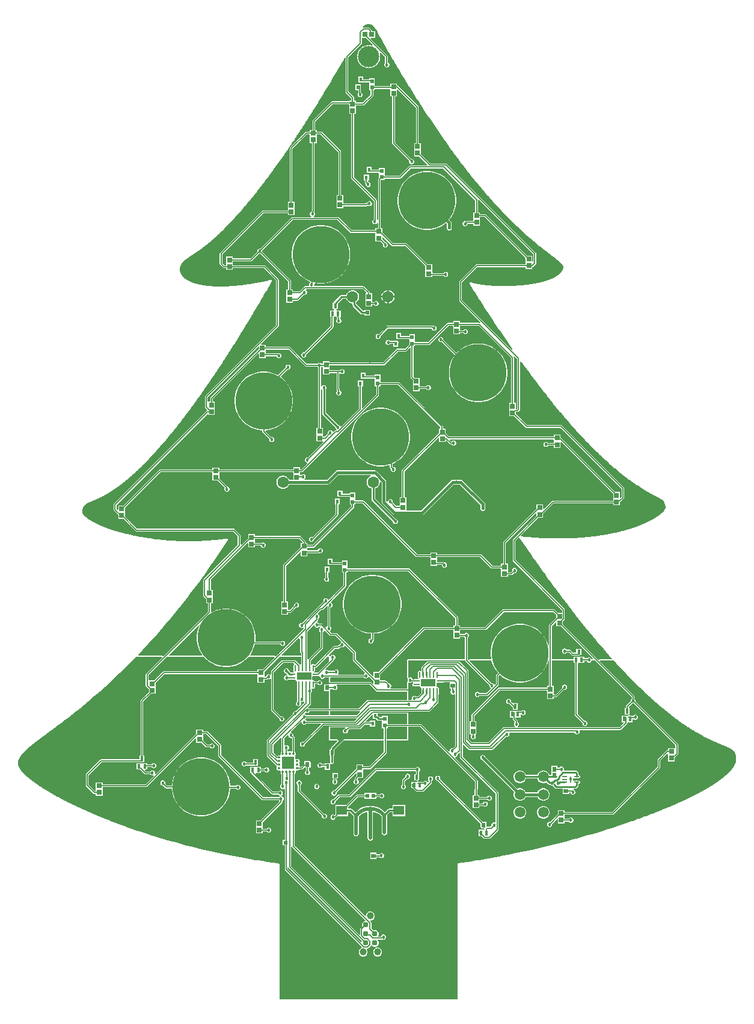
<source format=gtl>
G04*
G04 #@! TF.GenerationSoftware,Altium Limited,Altium Designer,21.4.1 (30)*
G04*
G04 Layer_Physical_Order=1*
G04 Layer_Color=255*
%FSLAX25Y25*%
%MOIN*%
G70*
G04*
G04 #@! TF.SameCoordinates,8EED4449-2E46-416B-BC71-7F67FA958CFC*
G04*
G04*
G04 #@! TF.FilePolarity,Positive*
G04*
G01*
G75*
%ADD11C,0.00500*%
%ADD14C,0.01000*%
%ADD17R,0.02165X0.02165*%
%ADD18O,0.03150X0.00787*%
%ADD19R,0.01024X0.03543*%
%ADD20R,0.02756X0.02559*%
%ADD21R,0.01772X0.02362*%
%ADD22R,0.01772X0.02559*%
%ADD23O,0.00984X0.03543*%
%ADD24O,0.03543X0.00984*%
%ADD25R,0.07874X0.03937*%
%ADD26R,0.02559X0.02756*%
%ADD27R,0.06102X0.05118*%
%ADD28R,0.02165X0.02165*%
%ADD29R,0.02441X0.02598*%
%ADD30O,0.01378X0.01968*%
%ADD31O,0.01968X0.01378*%
%ADD32R,0.06693X0.06693*%
%ADD33R,0.02598X0.02441*%
%ADD53C,0.03900*%
%ADD58C,0.02000*%
%ADD59C,0.31496*%
%ADD60C,0.03100*%
%ADD61C,0.01500*%
%ADD62C,0.06299*%
%ADD63C,0.05906*%
%ADD64C,0.11811*%
%ADD65C,0.01800*%
G36*
X-466Y540903D02*
X664Y540592D01*
X1673Y539996D01*
X2489Y539155D01*
X2773Y538642D01*
X2773Y538642D01*
X2773Y538641D01*
X3569Y537205D01*
X3569Y537204D01*
X3569Y537204D01*
X4362Y535778D01*
X4363Y535778D01*
X4363Y535777D01*
X5153Y534362D01*
X5153Y534362D01*
X5153Y534361D01*
X5941Y532957D01*
X5942Y532957D01*
X5942Y532956D01*
X6727Y531563D01*
X6727Y531563D01*
X6727Y531562D01*
X7510Y530180D01*
X7510Y530180D01*
X7510Y530179D01*
X8290Y528808D01*
X8291Y528807D01*
X8291Y528807D01*
X9068Y527446D01*
X9069Y527446D01*
X9069Y527445D01*
X9843Y526095D01*
X9844Y526095D01*
X9844Y526094D01*
X10616Y524755D01*
X10617Y524754D01*
X10617Y524754D01*
X11386Y523425D01*
X11387Y523425D01*
X11387Y523424D01*
X12154Y522106D01*
X12154Y522106D01*
X12154Y522105D01*
X12918Y520797D01*
X12919Y520797D01*
X12919Y520796D01*
X13680Y519499D01*
X13681Y519499D01*
X13681Y519498D01*
X14440Y518211D01*
X14440Y518211D01*
X14440Y518210D01*
X15197Y516934D01*
X15197Y516934D01*
X15197Y516933D01*
X15951Y515667D01*
X15951Y515666D01*
X15951Y515666D01*
X16702Y514410D01*
X16702Y514410D01*
X16703Y514409D01*
X17451Y513164D01*
X17451Y513163D01*
X17451Y513163D01*
X18197Y511927D01*
X18197Y511927D01*
X18198Y511926D01*
X18940Y510701D01*
X18941Y510701D01*
X18941Y510700D01*
X19681Y509485D01*
X19682Y509484D01*
X19682Y509484D01*
X20419Y508279D01*
X20420Y508278D01*
X20420Y508278D01*
X21154Y507083D01*
X21155Y507082D01*
X21155Y507082D01*
X21887Y505897D01*
X21888Y505896D01*
X21888Y505896D01*
X22617Y504720D01*
X22617Y504720D01*
X22618Y504719D01*
X23344Y503554D01*
X23345Y503554D01*
X23345Y503553D01*
X24069Y502398D01*
X24069Y502397D01*
X24069Y502397D01*
X24791Y501251D01*
X24791Y501251D01*
X24791Y501250D01*
X25510Y500114D01*
X25510Y500114D01*
X25510Y500113D01*
X26226Y498987D01*
X26226Y498986D01*
X26226Y498986D01*
X26939Y497869D01*
X26940Y497869D01*
X26940Y497868D01*
X27650Y496761D01*
X27651Y496761D01*
X27651Y496760D01*
X28358Y495663D01*
X28359Y495662D01*
X28359Y495662D01*
X29063Y494574D01*
X29064Y494573D01*
X29064Y494573D01*
X29766Y493494D01*
X29766Y493494D01*
X29767Y493493D01*
X30466Y492424D01*
X30466Y492424D01*
X30466Y492423D01*
X31163Y491364D01*
X31163Y491363D01*
X31163Y491363D01*
X31857Y490312D01*
X31857Y490312D01*
X31858Y490311D01*
X32548Y489270D01*
X32549Y489270D01*
X32549Y489269D01*
X33237Y488237D01*
X33237Y488237D01*
X33238Y488237D01*
X33923Y487214D01*
X33923Y487214D01*
X33923Y487213D01*
X34606Y486199D01*
X34606Y486199D01*
X34606Y486198D01*
X35286Y485194D01*
X35287Y485194D01*
X35287Y485193D01*
X35963Y484198D01*
X35964Y484197D01*
X35964Y484197D01*
X36638Y483211D01*
X36639Y483210D01*
X36639Y483210D01*
X37310Y482232D01*
X37310Y482232D01*
X37310Y482231D01*
X37979Y481263D01*
X37979Y481262D01*
X37979Y481262D01*
X38645Y480302D01*
X38645Y480302D01*
X38645Y480301D01*
X39308Y479351D01*
X39308Y479350D01*
X39309Y479350D01*
X39968Y478408D01*
X39969Y478407D01*
X39969Y478407D01*
X40626Y477473D01*
X40626Y477473D01*
X40626Y477472D01*
X41280Y476548D01*
X41281Y476548D01*
X41281Y476547D01*
X41932Y475631D01*
X41933Y475631D01*
X41933Y475630D01*
X42581Y474723D01*
X42582Y474723D01*
X42582Y474722D01*
X43227Y473823D01*
X43228Y473823D01*
X43228Y473822D01*
X43870Y472932D01*
X43871Y472932D01*
X43871Y472931D01*
X44511Y472050D01*
X44511Y472049D01*
X44511Y472049D01*
X45148Y471176D01*
X45149Y471175D01*
X45149Y471174D01*
X45783Y470310D01*
X45783Y470309D01*
X45783Y470309D01*
X46414Y469452D01*
X46415Y469452D01*
X46415Y469451D01*
X47043Y468603D01*
X47043Y468603D01*
X47043Y468602D01*
X47668Y467762D01*
X47669Y467762D01*
X47669Y467761D01*
X48291Y466929D01*
X48292Y466929D01*
X48292Y466928D01*
X48911Y466105D01*
X48912Y466104D01*
X48912Y466104D01*
X49528Y465288D01*
X49529Y465288D01*
X49529Y465287D01*
X50142Y464480D01*
X50143Y464479D01*
X50143Y464479D01*
X50753Y463679D01*
X50754Y463679D01*
X50754Y463678D01*
X51362Y462887D01*
X51362Y462887D01*
X51362Y462886D01*
X51967Y462103D01*
X51967Y462102D01*
X51968Y462101D01*
X52569Y461326D01*
X52570Y461326D01*
X52570Y461325D01*
X53168Y460557D01*
X53169Y460557D01*
X53169Y460556D01*
X53764Y459796D01*
X53765Y459796D01*
X53765Y459795D01*
X54358Y459043D01*
X54359Y459043D01*
X54359Y459042D01*
X54948Y458297D01*
X54949Y458297D01*
X54949Y458296D01*
X55536Y457559D01*
X55536Y457559D01*
X55536Y457558D01*
X56120Y456829D01*
X56121Y456829D01*
X56121Y456828D01*
X56701Y456107D01*
X56702Y456106D01*
X56702Y456105D01*
X57279Y455391D01*
X57280Y455391D01*
X57280Y455390D01*
X57855Y454684D01*
X57856Y454683D01*
X57856Y454682D01*
X58427Y453983D01*
X58428Y453983D01*
X58428Y453982D01*
X58996Y453290D01*
X58997Y453290D01*
X58997Y453289D01*
X59563Y452605D01*
X59563Y452604D01*
X59564Y452604D01*
X60126Y451927D01*
X60127Y451926D01*
X60127Y451926D01*
X60686Y451256D01*
X60687Y451255D01*
X60687Y451255D01*
X61243Y450592D01*
X61244Y450592D01*
X61244Y450591D01*
X61798Y449935D01*
X61798Y449935D01*
X61799Y449934D01*
X62349Y449286D01*
X62349Y449285D01*
X62349Y449285D01*
X62897Y448643D01*
X62897Y448643D01*
X62897Y448642D01*
X63441Y448008D01*
X63442Y448007D01*
X63442Y448007D01*
X63983Y447379D01*
X63984Y447379D01*
X63984Y447378D01*
X64522Y446758D01*
X64523Y446758D01*
X64523Y446757D01*
X65058Y446143D01*
X65059Y446143D01*
X65059Y446142D01*
X65591Y445536D01*
X65591Y445535D01*
X65592Y445535D01*
X66120Y444935D01*
X66121Y444934D01*
X66121Y444934D01*
X66646Y444340D01*
X66647Y444340D01*
X66647Y444339D01*
X67170Y443753D01*
X67171Y443752D01*
X67171Y443752D01*
X67690Y443172D01*
X67691Y443172D01*
X67691Y443171D01*
X68207Y442598D01*
X68208Y442597D01*
X68208Y442597D01*
X68721Y442030D01*
X68722Y442030D01*
X68722Y442029D01*
X69232Y441469D01*
X69233Y441469D01*
X69233Y441468D01*
X69740Y440914D01*
X69740Y440914D01*
X69740Y440913D01*
X70244Y440366D01*
X70245Y440366D01*
X70245Y440365D01*
X70745Y439824D01*
X70746Y439824D01*
X70746Y439823D01*
X71244Y439289D01*
X71245Y439289D01*
X71245Y439288D01*
X71739Y438760D01*
X71740Y438760D01*
X71740Y438759D01*
X72231Y438237D01*
X72232Y438237D01*
X72232Y438236D01*
X72720Y437720D01*
X72720Y437720D01*
X72721Y437719D01*
X73205Y437210D01*
X73206Y437209D01*
X73206Y437209D01*
X73808Y436580D01*
X73808Y436580D01*
X73809Y436579D01*
X74405Y435960D01*
X74406Y435960D01*
X74406Y435959D01*
X74998Y435350D01*
X74999Y435349D01*
X74999Y435348D01*
X75585Y434748D01*
X75586Y434748D01*
X75587Y434747D01*
X76168Y434156D01*
X76169Y434156D01*
X76169Y434155D01*
X76745Y433573D01*
X76746Y433573D01*
X76747Y433572D01*
X77318Y432999D01*
X77319Y432999D01*
X77319Y432998D01*
X77885Y432434D01*
X77886Y432434D01*
X77887Y432433D01*
X78448Y431878D01*
X78449Y431877D01*
X78449Y431877D01*
X79005Y431330D01*
X79006Y431330D01*
X79006Y431329D01*
X79557Y430792D01*
X79558Y430791D01*
X79559Y430790D01*
X80104Y430262D01*
X80105Y430261D01*
X80106Y430260D01*
X80647Y429740D01*
X80647Y429740D01*
X80648Y429739D01*
X81290Y429125D01*
X81291Y429125D01*
X81292Y429124D01*
X81926Y428522D01*
X81927Y428522D01*
X81928Y428521D01*
X82555Y427931D01*
X82556Y427931D01*
X82557Y427930D01*
X83177Y427352D01*
X83178Y427351D01*
X83179Y427350D01*
X83892Y426691D01*
X83894Y426690D01*
X83894Y426689D01*
X84598Y426045D01*
X84599Y426044D01*
X84600Y426043D01*
X85391Y425325D01*
X85393Y425325D01*
X85394Y425323D01*
X86172Y424625D01*
X86174Y424624D01*
X86174Y424623D01*
X87128Y423777D01*
X87130Y423776D01*
X87130Y423775D01*
X87640Y423328D01*
X87641Y423327D01*
X87642Y423326D01*
X88665Y422437D01*
X88667Y422436D01*
X88668Y422435D01*
X89697Y421553D01*
X89699Y421552D01*
X89700Y421550D01*
X90735Y420675D01*
X90737Y420675D01*
X90737Y420674D01*
X91257Y420239D01*
X91258Y420238D01*
X91259Y420237D01*
X92094Y419545D01*
X92096Y419545D01*
X92096Y419544D01*
X92668Y419074D01*
X92669Y419074D01*
X92669Y419073D01*
X93072Y418745D01*
X93072Y418745D01*
X93073Y418745D01*
X93469Y418423D01*
X93470Y418423D01*
X93470Y418422D01*
X93784Y418169D01*
X93784Y418169D01*
X93784Y418168D01*
X94094Y417919D01*
X94095Y417919D01*
X94095Y417918D01*
X94325Y417734D01*
X94326Y417734D01*
X94326Y417733D01*
X94554Y417551D01*
X94554Y417551D01*
X94555Y417550D01*
X94781Y417370D01*
X94781Y417370D01*
X94781Y417370D01*
X95006Y417191D01*
X95006Y417191D01*
X95006Y417191D01*
X95155Y417073D01*
X95155Y417073D01*
X95155Y417073D01*
X95303Y416956D01*
X95303Y416956D01*
X95303Y416956D01*
X95450Y416840D01*
X95450Y416840D01*
X95450Y416839D01*
X95596Y416724D01*
X95596Y416724D01*
X95596Y416724D01*
X95741Y416610D01*
X95741Y416610D01*
X95741Y416609D01*
X95885Y416496D01*
X95886Y416496D01*
X95886Y416496D01*
X96029Y416383D01*
X96029Y416383D01*
X96029Y416383D01*
X96172Y416271D01*
X96172Y416271D01*
X96172Y416271D01*
X96313Y416160D01*
X96314Y416160D01*
X96314Y416160D01*
X96454Y416050D01*
X96454Y416050D01*
X96455Y416050D01*
X96594Y415941D01*
X96594Y415941D01*
X96594Y415941D01*
X96664Y415887D01*
X96664Y415887D01*
X96664Y415887D01*
X96733Y415833D01*
X96733Y415833D01*
X96733Y415833D01*
X96803Y415779D01*
X96803Y415779D01*
X96803Y415779D01*
X96872Y415725D01*
X96872Y415725D01*
X96872Y415725D01*
X96940Y415671D01*
X96940Y415671D01*
X96940Y415671D01*
X97009Y415618D01*
X97009Y415618D01*
X97009Y415618D01*
X97077Y415565D01*
X97077Y415565D01*
X97077Y415565D01*
X97145Y415512D01*
X97145Y415512D01*
X97145Y415512D01*
X97213Y415460D01*
X97213Y415460D01*
X97213Y415459D01*
X97281Y415407D01*
X97281Y415407D01*
X97281Y415407D01*
X97348Y415355D01*
X97348Y415355D01*
X97348Y415355D01*
X97415Y415303D01*
X97415Y415303D01*
X97416Y415303D01*
X97482Y415251D01*
X97482Y415251D01*
X97482Y415251D01*
X97549Y415199D01*
X97549Y415199D01*
X97549Y415199D01*
X97616Y415148D01*
X97616Y415148D01*
X97616Y415148D01*
X97682Y415097D01*
X97682Y415097D01*
X97682Y415097D01*
X97748Y415046D01*
X97748Y415046D01*
X97748Y415046D01*
X97814Y414995D01*
X97814Y414995D01*
X97814Y414995D01*
X97879Y414944D01*
X97880Y414944D01*
X97880Y414944D01*
X97945Y414894D01*
X97945Y414894D01*
X97945Y414894D01*
X98010Y414844D01*
X98010Y414844D01*
X98010Y414843D01*
X98075Y414793D01*
X98075Y414793D01*
X98075Y414793D01*
X98204Y414694D01*
X98204Y414694D01*
X98204Y414694D01*
X98269Y414644D01*
X98269D01*
X98333Y414595D01*
X98333Y414595D01*
X98333Y414595D01*
X98396Y414546D01*
X98397Y414546D01*
X98397Y414546D01*
X98460Y414497D01*
X98460Y414497D01*
X98460Y414497D01*
X98587Y414400D01*
X98587Y414400D01*
X98587Y414400D01*
X98650Y414352D01*
X98650Y414352D01*
X98650Y414352D01*
X98712Y414304D01*
X98712Y414304D01*
X98712Y414304D01*
X98775Y414256D01*
X98775Y414256D01*
X98775Y414256D01*
X98837Y414208D01*
X98837Y414208D01*
X98837Y414208D01*
X98899Y414160D01*
X98899D01*
X98899Y414160D01*
X98961Y414113D01*
X98961Y414113D01*
X98961Y414113D01*
X99023Y414066D01*
X99023Y414066D01*
X99023Y414066D01*
X99145Y413972D01*
X99145Y413972D01*
X99145Y413972D01*
X99266Y413879D01*
X99267Y413879D01*
X99267Y413879D01*
X99327Y413833D01*
X99327Y413833D01*
X99327Y413833D01*
X99387Y413787D01*
X99447Y413741D01*
X99447Y413741D01*
X99447Y413741D01*
X99567Y413650D01*
X99567Y413650D01*
X99567Y413650D01*
X99626Y413604D01*
X99626D01*
X99685Y413559D01*
X99685Y413559D01*
X99744Y413514D01*
X99744Y413514D01*
X99744Y413514D01*
X99802Y413469D01*
X99802Y413469D01*
X99861Y413425D01*
X99919Y413380D01*
X99919Y413380D01*
X99919Y413380D01*
X99977Y413336D01*
X99977D01*
X100035Y413292D01*
X100035Y413292D01*
X100035Y413292D01*
X100092Y413248D01*
X100092Y413248D01*
X100149Y413204D01*
X100149D01*
X100320Y413074D01*
X100376Y413031D01*
X100376D01*
X100544Y412903D01*
X100654Y412818D01*
X100654Y412818D01*
X100709Y412776D01*
X100709Y412776D01*
X100764Y412734D01*
X100764Y412734D01*
X100819Y412692D01*
X100873Y412651D01*
X100981Y412568D01*
X100981D01*
X101088Y412486D01*
X101088Y412486D01*
X101141Y412446D01*
X101141D01*
X101246Y412365D01*
X101351Y412284D01*
X101403Y412244D01*
X101403Y412244D01*
X101454Y412205D01*
X101454Y412205D01*
X101506Y412165D01*
X101557Y412125D01*
X101608Y412086D01*
X101659Y412047D01*
X101760Y411969D01*
X101760D01*
X101810Y411931D01*
X101910Y411853D01*
X102008Y411777D01*
X102106Y411702D01*
X102106Y411702D01*
X102202Y411626D01*
X102298Y411552D01*
X102298Y411552D01*
X102393Y411478D01*
X102487Y411404D01*
X102580Y411332D01*
X102672Y411259D01*
X102672Y411259D01*
X102763Y411188D01*
X102853Y411117D01*
X102943Y411046D01*
X103030Y410976D01*
X103118Y410907D01*
X103204Y410837D01*
X103289Y410769D01*
X103374Y410701D01*
X103458Y410634D01*
X103540Y410567D01*
X103621Y410501D01*
X103702Y410435D01*
X103781Y410370D01*
X103861Y410305D01*
X103938Y410240D01*
X104015Y410177D01*
X104090Y410114D01*
X104166Y410050D01*
X104239Y409988D01*
X104312Y409926D01*
X104383Y409866D01*
X104454Y409805D01*
X104525Y409743D01*
X104525Y409743D01*
X104593Y409685D01*
X104662Y409624D01*
X104729Y409565D01*
X104795Y409506D01*
X104859Y409449D01*
X104923Y409391D01*
X104987Y409333D01*
X104987D01*
X105048Y409277D01*
X105110Y409220D01*
X105169Y409164D01*
X105229Y409108D01*
X105288Y409052D01*
X105344Y408998D01*
X105400Y408944D01*
X105456Y408890D01*
X105509Y408836D01*
X105563Y408783D01*
X105613Y408732D01*
X105666Y408678D01*
X105715Y408626D01*
X105764Y408575D01*
X105812Y408524D01*
X105860Y408472D01*
X105905Y408422D01*
X105951Y408372D01*
X105994Y408323D01*
X106038Y408272D01*
X106080Y408224D01*
X106121Y408176D01*
X106160Y408128D01*
X106200Y408080D01*
X106238Y408033D01*
X106275Y407985D01*
X106310Y407939D01*
X106345Y407893D01*
X106378Y407848D01*
X106428Y407779D01*
X106474Y407712D01*
X106519Y407646D01*
X106561Y407580D01*
X106601Y407516D01*
X106639Y407452D01*
X106674Y407389D01*
X106708Y407327D01*
X106739Y407266D01*
X106768Y407205D01*
X106795Y407146D01*
X106819Y407087D01*
X106843Y407029D01*
X106863Y406972D01*
X106882Y406915D01*
X106899Y406859D01*
X106914Y406804D01*
X106927Y406753D01*
X106936Y406708D01*
X106945Y406664D01*
X106951Y406624D01*
X106957Y406581D01*
X106962Y406542D01*
X106966Y406502D01*
X106968Y406462D01*
X106970Y406424D01*
X106971Y406385D01*
X106971Y406347D01*
X106969Y406293D01*
X106967Y406250D01*
X106963Y406206D01*
X106958Y406164D01*
X106952Y406119D01*
X106946Y406080D01*
X106938Y406037D01*
X106929Y405994D01*
X106918Y405945D01*
X106918Y405942D01*
X106917Y405940D01*
X106904Y405880D01*
X106888Y405811D01*
X106872Y405743D01*
X106854Y405676D01*
X106839Y405621D01*
X106813Y405530D01*
X106793Y405463D01*
X106775Y405408D01*
X106750Y405334D01*
X106728Y405272D01*
X106707Y405213D01*
X106685Y405155D01*
X106662Y405097D01*
X106643Y405049D01*
X106620Y404995D01*
X106597Y404941D01*
X106568Y404876D01*
X106543Y404822D01*
X106518Y404769D01*
X106485Y404704D01*
X106459Y404652D01*
X106414Y404565D01*
X106384Y404510D01*
X106352Y404453D01*
X106320Y404397D01*
X106287Y404341D01*
X106254Y404286D01*
X106219Y404229D01*
X106185Y404175D01*
X106149Y404119D01*
X106112Y404064D01*
X106075Y404009D01*
X106037Y403954D01*
X105999Y403899D01*
X105958Y403844D01*
X105919Y403790D01*
X105878Y403736D01*
X105836Y403681D01*
X105794Y403628D01*
X105751Y403574D01*
X105707Y403521D01*
X105662Y403467D01*
X105617Y403414D01*
X105571Y403361D01*
X105524Y403307D01*
X105476Y403255D01*
X105429Y403203D01*
X105380Y403150D01*
X105330Y403098D01*
X105280Y403046D01*
X105229Y402993D01*
X105177Y402942D01*
X105125Y402890D01*
X105072Y402839D01*
X105017Y402787D01*
X104963Y402736D01*
X104908Y402685D01*
X104852Y402634D01*
X104795Y402584D01*
X104737Y402533D01*
X104680Y402483D01*
X104621Y402433D01*
X104562Y402384D01*
X104502Y402333D01*
X104441Y402284D01*
X104379Y402234D01*
X104318Y402186D01*
X104254Y402136D01*
X104191Y402087D01*
X104127Y402039D01*
X104063Y401991D01*
X103997Y401942D01*
X103930Y401893D01*
X103865Y401846D01*
X103797Y401798D01*
X103728Y401750D01*
X103660Y401703D01*
X103591Y401656D01*
X103521Y401609D01*
X103451Y401563D01*
X103378Y401515D01*
X103307Y401469D01*
X103234Y401423D01*
X103162Y401377D01*
X103087Y401331D01*
X103014Y401285D01*
X102938Y401239D01*
X102863Y401194D01*
X102787Y401150D01*
X102709Y401104D01*
X102633Y401060D01*
X102554Y401015D01*
X102476Y400971D01*
X102395Y400926D01*
X102315Y400882D01*
X102237Y400839D01*
X102154Y400795D01*
X102073Y400752D01*
X101992Y400709D01*
X101909Y400666D01*
X101824Y400623D01*
X101742Y400581D01*
X101658Y400538D01*
X101573Y400496D01*
X101487Y400454D01*
X101399Y400412D01*
X101313Y400370D01*
X101227Y400329D01*
X101139Y400288D01*
X101051Y400247D01*
X100961Y400206D01*
X100873Y400166D01*
X100782Y400125D01*
X100692Y400085D01*
X100600Y400045D01*
X100510Y400006D01*
X100416Y399965D01*
X100416Y399965D01*
X100326Y399927D01*
X100231Y399887D01*
X100137Y399848D01*
X100043Y399809D01*
X99949Y399771D01*
X99855Y399733D01*
X99758Y399694D01*
X99663Y399656D01*
X99567Y399619D01*
X99468Y399580D01*
X99372Y399544D01*
X99273Y399506D01*
X99173Y399469D01*
X99076Y399433D01*
X98977Y399396D01*
X98875Y399359D01*
X98776Y399324D01*
X98674Y399287D01*
X98572Y399251D01*
X98471Y399216D01*
X98369Y399181D01*
X98265Y399145D01*
X98162Y399110D01*
X98058Y399075D01*
X97954Y399041D01*
X97954Y399041D01*
X97850Y399006D01*
X97746Y398973D01*
X97640Y398938D01*
X97534Y398905D01*
X97429Y398871D01*
X97322Y398838D01*
X97215Y398805D01*
X97106Y398771D01*
X96997Y398739D01*
X96890Y398706D01*
X96782Y398674D01*
X96672Y398642D01*
X96563Y398610D01*
X96451Y398578D01*
X96342Y398547D01*
X96230Y398515D01*
X96119Y398484D01*
X96119Y398484D01*
X96009Y398453D01*
X96009D01*
X95895Y398422D01*
X95784Y398392D01*
X95671Y398361D01*
X95558Y398331D01*
X95444Y398301D01*
X95330Y398271D01*
X95217Y398242D01*
X95102Y398213D01*
X94987Y398183D01*
X94871Y398154D01*
X94756Y398126D01*
X94639Y398097D01*
X94523Y398068D01*
X94406Y398040D01*
X94289Y398012D01*
X94172Y397985D01*
X94054Y397957D01*
X93876Y397916D01*
X93700Y397875D01*
X93521Y397835D01*
X93340Y397795D01*
X93161Y397756D01*
X92979Y397717D01*
X92797Y397679D01*
X92617Y397641D01*
X92432Y397603D01*
X92250Y397567D01*
X92064Y397530D01*
X91881Y397494D01*
X91694Y397458D01*
X91509Y397423D01*
X91321Y397388D01*
X91135Y397353D01*
X90947Y397319D01*
X90759Y397286D01*
X90759D01*
X90569Y397252D01*
X90381Y397220D01*
X90189Y397187D01*
X89999Y397156D01*
X89808Y397124D01*
X89616Y397093D01*
X89423Y397063D01*
X89231Y397032D01*
X89039Y397003D01*
X88845Y396974D01*
X88651Y396945D01*
X88455Y396916D01*
X88260Y396888D01*
X88001Y396852D01*
X87738Y396816D01*
X87476Y396780D01*
X87476Y396780D01*
X87213Y396746D01*
X86951Y396713D01*
X86685Y396679D01*
X86422Y396647D01*
X86156Y396616D01*
X85889Y396585D01*
X85622Y396555D01*
X85356Y396526D01*
X85089Y396498D01*
X84752Y396463D01*
X84418Y396429D01*
X84082Y396397D01*
X83744Y396366D01*
X83405Y396336D01*
X83001Y396301D01*
X82593Y396268D01*
X82186Y396237D01*
X81780Y396207D01*
X81301Y396174D01*
X80758Y396140D01*
X80145Y396104D01*
X79464Y396068D01*
X78645Y396031D01*
X78171Y396011D01*
X77222Y395981D01*
X76274Y395958D01*
X75326Y395943D01*
X74852Y395940D01*
X73644Y395938D01*
X72848Y395944D01*
X72252Y395953D01*
X71726Y395963D01*
X71270Y395974D01*
X70813Y395987D01*
X70425Y396000D01*
X70039Y396014D01*
X69718Y396026D01*
X69398Y396040D01*
X69079Y396055D01*
X68764Y396071D01*
X68512Y396084D01*
X68260Y396098D01*
X68260Y396098D01*
X68011Y396112D01*
X67763Y396127D01*
X67513Y396143D01*
X67268Y396159D01*
X67268Y396159D01*
X67021Y396176D01*
X66778Y396194D01*
X66594Y396207D01*
X66412Y396221D01*
X66231Y396235D01*
X66052Y396250D01*
X65870Y396265D01*
X65692Y396280D01*
X65513Y396295D01*
X65337Y396311D01*
X65160Y396327D01*
X64982Y396344D01*
X64807Y396360D01*
X64633Y396377D01*
X64460Y396395D01*
X64285Y396413D01*
X64285Y396413D01*
X64114Y396431D01*
X63942Y396449D01*
X63772Y396468D01*
X63601Y396487D01*
X63433Y396507D01*
X63265Y396526D01*
X63154Y396540D01*
X63042Y396553D01*
X63042D01*
X62932Y396567D01*
X62932Y396567D01*
X62821Y396581D01*
X62821D01*
X62711Y396594D01*
X62711Y396594D01*
X62602Y396608D01*
X62492Y396622D01*
X62492D01*
X62383Y396637D01*
X62275Y396651D01*
X62168Y396666D01*
X62059Y396680D01*
X62059D01*
X61953Y396695D01*
X61845Y396710D01*
X61740Y396725D01*
X61634Y396741D01*
X61528Y396756D01*
X61424Y396772D01*
X61319Y396787D01*
X61215Y396803D01*
X61111Y396819D01*
X61007Y396835D01*
X60905Y396851D01*
X60803Y396867D01*
X60700Y396884D01*
X60600Y396901D01*
X60499Y396917D01*
X60399Y396934D01*
X60299Y396951D01*
X60198Y396969D01*
X60100Y396986D01*
X60001Y397003D01*
X59904Y397021D01*
X59805Y397038D01*
X59709Y397056D01*
X59611Y397074D01*
X59516Y397092D01*
X59421Y397110D01*
X59324Y397129D01*
X59231Y397147D01*
X59231Y397147D01*
X59136Y397166D01*
X59042Y397184D01*
X58949Y397203D01*
X58856Y397222D01*
X58764Y397241D01*
X58673Y397260D01*
X58582Y397280D01*
X58491Y397299D01*
X58403Y397318D01*
X58313Y397338D01*
X58223Y397358D01*
X58136Y397378D01*
X58048Y397398D01*
X58048Y397398D01*
X57960Y397418D01*
X57873Y397439D01*
X57789Y397459D01*
X57702Y397479D01*
X57618Y397500D01*
X57534Y397521D01*
X57449Y397542D01*
X57366Y397563D01*
X57282Y397584D01*
X57200Y397605D01*
X57120Y397627D01*
X56997Y397659D01*
X56919Y397680D01*
X56838Y397703D01*
X56760Y397724D01*
X56681Y397746D01*
X56603Y397769D01*
X56527Y397791D01*
X56452Y397813D01*
X56376Y397835D01*
X56299Y397858D01*
X56226Y397881D01*
X56152Y397903D01*
X56077Y397927D01*
X56006Y397949D01*
X55932Y397973D01*
X55862Y397996D01*
X55792Y398019D01*
X55721Y398042D01*
X55651Y398066D01*
X55582Y398090D01*
X55552Y398088D01*
X55528Y398105D01*
X55349Y398076D01*
X55168Y398064D01*
X55149Y398042D01*
X55119Y398037D01*
X55014Y397890D01*
X54894Y397754D01*
X54896Y397724D01*
X54879Y397700D01*
X54909Y397521D01*
X54920Y397340D01*
X54942Y397321D01*
X54947Y397291D01*
X55700Y396087D01*
X55700Y396086D01*
X55700Y396086D01*
X56450Y394889D01*
X56450Y394889D01*
X56450Y394888D01*
X57197Y393700D01*
X57198Y393700D01*
X57198Y393700D01*
X57942Y392520D01*
X57942Y392519D01*
X57942Y392519D01*
X58684Y391348D01*
X58684Y391347D01*
X58684Y391347D01*
X59423Y390184D01*
X59423Y390183D01*
X59423Y390183D01*
X60159Y389028D01*
X60159Y389028D01*
X60159Y389027D01*
X60892Y387880D01*
X60893Y387880D01*
X60893Y387880D01*
X61623Y386741D01*
X61623Y386741D01*
X61623Y386740D01*
X62351Y385610D01*
X62351Y385610D01*
X62351Y385609D01*
X63076Y384487D01*
X63076Y384487D01*
X63076Y384487D01*
X63798Y383372D01*
X63798Y383372D01*
X63798Y383372D01*
X64517Y382265D01*
X64517Y382265D01*
X64518Y382265D01*
X65234Y381167D01*
X65234Y381167D01*
X65234Y381166D01*
X65947Y380076D01*
X65948Y380076D01*
X65948Y380075D01*
X66658Y378993D01*
X66659Y378993D01*
X66659Y378993D01*
X67367Y377919D01*
X67367Y377918D01*
X67367Y377918D01*
X68072Y376852D01*
X68072Y376851D01*
X68072Y376851D01*
X68775Y375793D01*
X68775Y375793D01*
X68775Y375792D01*
X69474Y374742D01*
X69475Y374741D01*
X69475Y374741D01*
X70171Y373698D01*
X70172Y373698D01*
X70172Y373697D01*
X70866Y372663D01*
X70866Y372662D01*
X70866Y372662D01*
X71557Y371635D01*
X71558Y371635D01*
X71558Y371634D01*
X72246Y370615D01*
X72246Y370615D01*
X72246Y370614D01*
X72932Y369603D01*
X72932Y369602D01*
X72932Y369602D01*
X73615Y368598D01*
X73615Y368598D01*
X73616Y368597D01*
X74296Y367601D01*
X74296Y367601D01*
X74296Y367600D01*
X74973Y366612D01*
X74974Y366611D01*
X74974Y366611D01*
X75648Y365630D01*
X75648Y365630D01*
X75649Y365629D01*
X76320Y364655D01*
X76321Y364655D01*
X76321Y364655D01*
X76990Y363689D01*
X76990Y363688D01*
X76990Y363688D01*
X77656Y362730D01*
X77657Y362729D01*
X77657Y362729D01*
X78320Y361778D01*
X78321Y361777D01*
X78321Y361777D01*
X78809Y361080D01*
X78424Y360757D01*
X50865Y388317D01*
Y398083D01*
X59217Y406435D01*
X86122D01*
Y405420D01*
X89878D01*
Y406471D01*
X89993Y406494D01*
X90241Y406659D01*
X91741Y408159D01*
X91906Y408407D01*
X91965Y408700D01*
Y413900D01*
X91906Y414193D01*
X91741Y414441D01*
X91741Y414441D01*
X42741Y463441D01*
X42493Y463607D01*
X42200Y463665D01*
X33342D01*
X27978Y469029D01*
Y471309D01*
X27978D01*
Y471491D01*
X27978D01*
Y475050D01*
X26865D01*
Y495000D01*
X26865Y495000D01*
X26807Y495293D01*
X26641Y495541D01*
X26641Y495541D01*
X17375Y504807D01*
X17375Y504807D01*
X15271Y506910D01*
X15023Y507076D01*
X14778Y507125D01*
Y508150D01*
X11022D01*
Y506693D01*
X2483D01*
Y507389D01*
X2483Y507511D01*
Y507889D01*
X2483Y508011D01*
Y511054D01*
X1128D01*
X1093Y511078D01*
X800Y511136D01*
X507Y511078D01*
X472Y511054D01*
X-683D01*
Y510324D01*
X-3825D01*
Y512126D01*
X-6597D01*
Y508764D01*
X-3825D01*
Y508794D01*
X-683D01*
Y508011D01*
X-683Y507889D01*
Y507511D01*
X-683Y507389D01*
Y504346D01*
X135D01*
Y501817D01*
X-4147Y497535D01*
X-7922D01*
Y498550D01*
X-9035D01*
Y500300D01*
X-9093Y500593D01*
X-9259Y500841D01*
X-12235Y503817D01*
Y512945D01*
X-12194Y513007D01*
X-12135Y513300D01*
Y522583D01*
X-5003Y529716D01*
X-4837Y529964D01*
X-4779Y530256D01*
Y532834D01*
X-4750Y533322D01*
X-2469D01*
X1283Y529570D01*
X1000Y529146D01*
X968Y529159D01*
X-269Y529405D01*
X-1531D01*
X-2768Y529159D01*
X-3934Y528677D01*
X-4983Y527976D01*
X-5875Y527083D01*
X-6577Y526034D01*
X-7059Y524868D01*
X-7305Y523631D01*
Y522369D01*
X-7059Y521132D01*
X-6577Y519966D01*
X-5875Y518917D01*
X-4983Y518024D01*
X-3934Y517323D01*
X-2768Y516841D01*
X-1531Y516595D01*
X-269D01*
X968Y516841D01*
X2134Y517323D01*
X3183Y518024D01*
X4075Y518917D01*
X4777Y519966D01*
X5259Y521132D01*
X5505Y522369D01*
Y523631D01*
X5259Y524868D01*
X5246Y524900D01*
X5670Y525183D01*
X8135Y522718D01*
Y519415D01*
X8013Y519293D01*
X7800Y518779D01*
Y518222D01*
X8013Y517707D01*
X8407Y517313D01*
X8922Y517100D01*
X9478D01*
X9993Y517313D01*
X10387Y517707D01*
X10600Y518222D01*
Y518779D01*
X10387Y519293D01*
X9993Y519687D01*
X9665Y519823D01*
Y523035D01*
X9606Y523327D01*
X9441Y523575D01*
X156Y532860D01*
X347Y533322D01*
X2550D01*
Y537078D01*
X899D01*
Y537266D01*
X841Y537558D01*
X675Y537807D01*
X-452Y538934D01*
X-700Y539099D01*
X-993Y539158D01*
X-3707D01*
X-3962Y539107D01*
X-3993Y539130D01*
X-4131Y539649D01*
X-3780Y540007D01*
X-2769Y540599D01*
X-1638Y540905D01*
X-466Y540903D01*
D02*
G37*
G36*
X-13665Y522188D02*
Y513555D01*
X-13706Y513493D01*
X-13765Y513200D01*
Y503500D01*
X-13706Y503207D01*
X-13541Y502959D01*
X-10565Y499983D01*
Y498550D01*
X-11678D01*
Y498171D01*
X-21159D01*
X-21159Y498171D01*
X-21452Y498112D01*
X-21700Y497947D01*
X-31773Y487873D01*
X-31939Y487625D01*
X-31997Y487333D01*
Y482450D01*
X-33478D01*
Y481435D01*
X-35430D01*
X-35723Y481377D01*
X-35971Y481211D01*
X-44441Y472741D01*
X-44607Y472493D01*
X-44665Y472200D01*
Y442580D01*
X-45778D01*
Y439020D01*
X-45778D01*
Y438839D01*
X-45778D01*
Y437824D01*
X-59540D01*
X-59833Y437766D01*
X-60081Y437601D01*
X-83241Y414441D01*
X-83407Y414193D01*
X-83465Y413900D01*
Y408300D01*
X-83407Y408007D01*
X-83241Y407759D01*
X-81671Y406189D01*
X-81423Y406023D01*
X-81130Y405965D01*
X-79878D01*
Y404950D01*
X-76122D01*
Y405965D01*
X-59047D01*
X-52265Y399183D01*
Y374417D01*
X-91541Y335141D01*
X-91707Y334893D01*
X-91765Y334600D01*
Y329065D01*
X-91707Y328772D01*
X-91541Y328524D01*
X-90534Y327517D01*
X-90647Y326923D01*
X-90681Y326901D01*
X-142034Y275548D01*
X-142199Y275300D01*
X-142258Y275007D01*
Y272158D01*
X-142199Y271865D01*
X-142034Y271617D01*
X-139778Y269361D01*
Y267080D01*
X-136907D01*
X-130086Y260259D01*
X-130086Y260259D01*
X-129838Y260093D01*
X-129545Y260035D01*
X-129545Y260035D01*
X-76017D01*
X-73465Y257483D01*
Y252617D01*
X-92441Y233641D01*
X-92607Y233393D01*
X-92665Y233100D01*
Y224565D01*
X-92607Y224272D01*
X-92441Y224024D01*
X-91078Y222661D01*
Y220380D01*
X-89965D01*
Y215679D01*
X-114661Y190982D01*
X-115164Y191133D01*
X-115263Y191174D01*
X-115340Y191250D01*
X-115447D01*
X-115547Y191291D01*
X-128576D01*
X-128771Y191751D01*
X-128039Y192512D01*
X-128039Y192514D01*
X-128037Y192515D01*
X-126217Y194434D01*
X-126216Y194436D01*
X-126214Y194437D01*
X-124547Y196221D01*
X-124546Y196223D01*
X-124544Y196224D01*
X-122864Y198045D01*
X-122864Y198047D01*
X-122862Y198047D01*
X-121170Y199907D01*
X-121169Y199909D01*
X-121168Y199909D01*
X-119635Y201616D01*
X-119634Y201617D01*
X-119632Y201618D01*
X-118090Y203356D01*
X-118089Y203358D01*
X-118088Y203359D01*
X-116536Y205128D01*
X-116536Y205130D01*
X-116534Y205131D01*
X-114973Y206933D01*
X-114973Y206935D01*
X-114971Y206935D01*
X-113577Y208565D01*
X-113576Y208566D01*
X-113575Y208567D01*
X-112174Y210223D01*
X-112173Y210224D01*
X-112172Y210225D01*
X-110764Y211907D01*
X-110763Y211908D01*
X-110762Y211909D01*
X-109347Y213617D01*
X-109347Y213619D01*
X-109346Y213620D01*
X-107925Y215355D01*
X-107924Y215356D01*
X-107923Y215357D01*
X-106496Y217120D01*
X-106495Y217121D01*
X-106494Y217122D01*
X-105061Y218912D01*
X-105060Y218913D01*
X-105059Y218914D01*
X-103620Y220732D01*
X-103620Y220733D01*
X-103618Y220734D01*
X-102354Y222347D01*
X-102354Y222348D01*
X-102353Y222349D01*
X-101084Y223984D01*
X-101084Y223985D01*
X-101083Y223986D01*
X-99810Y225642D01*
X-99810Y225644D01*
X-99809Y225644D01*
X-98532Y227323D01*
X-98532Y227324D01*
X-98531Y227325D01*
X-97250Y229025D01*
X-97250Y229027D01*
X-97249Y229027D01*
X-95964Y230750D01*
X-95964Y230751D01*
X-95962Y230752D01*
X-94674Y232497D01*
X-94674Y232499D01*
X-94672Y232499D01*
X-93380Y234267D01*
X-93380Y234268D01*
X-93379Y234269D01*
X-92083Y236059D01*
X-92082Y236061D01*
X-92081Y236062D01*
X-90782Y237875D01*
X-90781Y237876D01*
X-90780Y237877D01*
X-89477Y239714D01*
X-89477Y239715D01*
X-89476Y239716D01*
X-88170Y241575D01*
X-88169Y241577D01*
X-88168Y241578D01*
X-86859Y243461D01*
X-86858Y243462D01*
X-86857Y243463D01*
X-85545Y245370D01*
X-85544Y245371D01*
X-85543Y245372D01*
X-84227Y247303D01*
X-84227Y247304D01*
X-84226Y247305D01*
X-82907Y249259D01*
X-82907Y249261D01*
X-82906Y249261D01*
X-81584Y251240D01*
X-81584Y251242D01*
X-81583Y251242D01*
X-80258Y253246D01*
X-80258Y253247D01*
X-80257Y253248D01*
X-78930Y255275D01*
X-78894Y255463D01*
X-78847Y255648D01*
X-78856Y255664D01*
X-78853Y255682D01*
X-78960Y255840D01*
X-79058Y256004D01*
X-79076Y256009D01*
X-79086Y256025D01*
X-79170Y256040D01*
X-79274Y256060D01*
X-79459Y256107D01*
X-79670Y256077D01*
X-80944Y255903D01*
X-82219Y255742D01*
X-83489Y255592D01*
X-84866Y255443D01*
X-86241Y255309D01*
X-87719Y255178D01*
X-89194Y255064D01*
X-90771Y254958D01*
X-92447Y254864D01*
X-94223Y254786D01*
X-96200Y254723D01*
X-98474Y254682D01*
X-101147Y254677D01*
X-102729Y254688D01*
X-105895Y254774D01*
X-109058Y254924D01*
X-112219Y255138D01*
X-113796Y255277D01*
X-114192Y255311D01*
X-114980Y255385D01*
X-115769Y255462D01*
X-116558Y255544D01*
X-116951Y255586D01*
X-119020Y255825D01*
X-120690Y256038D01*
X-122064Y256227D01*
X-123243Y256400D01*
X-124321Y256567D01*
X-125300Y256725D01*
X-126181Y256874D01*
X-127057Y257027D01*
X-127837Y257168D01*
X-128610Y257312D01*
X-129294Y257444D01*
X-129970Y257577D01*
X-130559Y257696D01*
X-131145Y257818D01*
X-131723Y257940D01*
X-132300Y258065D01*
X-132791Y258173D01*
X-133278Y258282D01*
X-133761Y258393D01*
X-134242Y258505D01*
X-134718Y258618D01*
X-135193Y258732D01*
X-135585Y258828D01*
X-135977Y258926D01*
X-136364Y259023D01*
X-136749Y259122D01*
X-137134Y259221D01*
X-137515Y259321D01*
X-137891Y259422D01*
X-138267Y259524D01*
X-138641Y259626D01*
X-138937Y259708D01*
X-139234Y259791D01*
X-139526Y259874D01*
X-139820Y259958D01*
X-140109Y260042D01*
X-140399Y260127D01*
X-140685Y260212D01*
X-140971Y260297D01*
X-141256Y260383D01*
X-141536Y260469D01*
X-141818Y260556D01*
X-142095Y260643D01*
X-142373Y260730D01*
X-142649Y260818D01*
X-142921Y260906D01*
X-143194Y260995D01*
X-143465Y261084D01*
X-143666Y261150D01*
X-143866Y261217D01*
X-144065Y261284D01*
X-144264Y261352D01*
X-144460Y261419D01*
X-144658Y261488D01*
X-144852Y261555D01*
X-145047Y261624D01*
X-145240Y261692D01*
X-145432Y261760D01*
X-145624Y261829D01*
X-145814Y261898D01*
X-146003Y261967D01*
X-146191Y262036D01*
X-146378Y262105D01*
X-146563Y262175D01*
X-146749Y262245D01*
X-146933Y262315D01*
X-147116Y262385D01*
X-147297Y262455D01*
X-147477Y262524D01*
X-147658Y262595D01*
X-147835Y262665D01*
X-148013Y262737D01*
X-148188Y262807D01*
X-148365Y262878D01*
X-148537Y262949D01*
X-148712Y263020D01*
X-148882Y263091D01*
X-149054Y263163D01*
X-149222Y263234D01*
X-149391Y263306D01*
X-149558Y263378D01*
X-149725Y263450D01*
X-149835Y263498D01*
X-149944Y263546D01*
X-149944Y263546D01*
X-150054Y263594D01*
X-150054D01*
X-150162Y263642D01*
X-150270Y263690D01*
X-150378Y263739D01*
X-150484Y263786D01*
X-150592Y263835D01*
X-150697Y263883D01*
X-150803Y263932D01*
X-150909Y263980D01*
X-151012Y264028D01*
X-151117Y264077D01*
X-151219Y264125D01*
X-151323Y264174D01*
X-151426Y264223D01*
X-151528Y264272D01*
X-151628Y264320D01*
X-151730Y264369D01*
X-151829Y264417D01*
X-151929Y264466D01*
X-152027Y264515D01*
X-152127Y264564D01*
X-152224Y264612D01*
X-152224Y264612D01*
X-152323Y264662D01*
X-152420Y264711D01*
X-152515Y264759D01*
X-152612Y264808D01*
X-152708Y264857D01*
X-152803Y264906D01*
X-152896Y264955D01*
X-152990Y265004D01*
X-153083Y265053D01*
X-153175Y265102D01*
X-153268Y265151D01*
X-153360Y265201D01*
X-153450Y265249D01*
X-153542Y265299D01*
X-153631Y265348D01*
X-153721Y265397D01*
X-153808Y265446D01*
X-153898Y265496D01*
X-153984Y265545D01*
X-154072Y265594D01*
X-154157Y265643D01*
X-154245Y265693D01*
X-154329Y265741D01*
X-154415Y265791D01*
X-154498Y265840D01*
X-154582Y265889D01*
X-154665Y265938D01*
X-154747Y265987D01*
X-154829Y266037D01*
X-154911Y266086D01*
X-154992Y266136D01*
X-155071Y266184D01*
X-155151Y266234D01*
X-155230Y266283D01*
X-155308Y266332D01*
X-155387Y266382D01*
X-155465Y266431D01*
X-155541Y266480D01*
X-155617Y266529D01*
X-155693Y266579D01*
X-155767Y266628D01*
X-155841Y266676D01*
X-155914Y266725D01*
X-155989Y266775D01*
X-156061Y266824D01*
X-156133Y266874D01*
X-156203Y266921D01*
X-156275Y266972D01*
X-156344Y267020D01*
X-156414Y267070D01*
X-156482Y267118D01*
X-156552Y267168D01*
X-156619Y267217D01*
X-156686Y267265D01*
X-156752Y267314D01*
X-156817Y267363D01*
X-156883Y267412D01*
X-156947Y267460D01*
X-157012Y267510D01*
X-157075Y267558D01*
X-157137Y267607D01*
X-157199Y267655D01*
X-157261Y267704D01*
X-157322Y267753D01*
X-157383Y267801D01*
X-157441Y267849D01*
X-157500Y267897D01*
X-157558Y267946D01*
X-157615Y267994D01*
X-157673Y268042D01*
X-157729Y268091D01*
X-157785Y268139D01*
X-157840Y268187D01*
X-157894Y268234D01*
X-157948Y268283D01*
X-158001Y268330D01*
X-158081Y268404D01*
X-158131Y268450D01*
X-158183Y268499D01*
X-158234Y268547D01*
X-158620Y268916D01*
X-159195Y269819D01*
X-159534Y270834D01*
X-159619Y271901D01*
X-159445Y272958D01*
X-159021Y273941D01*
X-158373Y274793D01*
X-157539Y275464D01*
X-157028Y275701D01*
X-156974Y275726D01*
X-156922Y275750D01*
X-156866Y275775D01*
X-156813Y275799D01*
X-156757Y275824D01*
X-156702Y275849D01*
X-156647Y275873D01*
X-156589Y275899D01*
X-156532Y275924D01*
X-156474Y275949D01*
X-156417Y275973D01*
X-156417D01*
X-156359Y275999D01*
X-156359D01*
X-156299Y276024D01*
X-156299Y276024D01*
X-156240Y276049D01*
X-156179Y276075D01*
X-156118Y276101D01*
X-156057Y276127D01*
X-155996Y276153D01*
X-155933Y276179D01*
X-155871Y276205D01*
X-155808Y276232D01*
X-155744Y276258D01*
X-155679Y276285D01*
X-155615Y276312D01*
X-155549Y276339D01*
X-155483Y276366D01*
X-155417Y276393D01*
X-155350Y276421D01*
X-155283Y276448D01*
X-155215Y276476D01*
X-155078Y276533D01*
X-155008Y276561D01*
X-155008D01*
X-154868Y276619D01*
X-154868Y276619D01*
X-154868D01*
X-154725Y276677D01*
X-154725Y276677D01*
X-154725D01*
X-154653Y276707D01*
X-154653Y276707D01*
X-154653D01*
X-154581Y276737D01*
X-154581Y276737D01*
X-154581D01*
X-154508Y276767D01*
X-154508Y276767D01*
X-154508D01*
X-154434Y276797D01*
X-154434Y276797D01*
X-154434D01*
X-154360Y276828D01*
X-154360Y276828D01*
X-154360D01*
X-154285Y276858D01*
X-154285Y276859D01*
X-154285D01*
X-154210Y276890D01*
X-154210Y276890D01*
X-154210D01*
X-154135Y276921D01*
X-154134Y276921D01*
X-154134D01*
X-154058Y276953D01*
X-154058Y276953D01*
X-154058D01*
X-153981Y276984D01*
X-153981Y276985D01*
X-153981D01*
X-153904Y277016D01*
X-153904Y277017D01*
X-153904D01*
X-153826Y277049D01*
X-153826Y277049D01*
X-153826D01*
X-153748Y277082D01*
X-153748Y277082D01*
X-153748D01*
X-153669Y277115D01*
X-153669Y277115D01*
X-153669D01*
X-153590Y277148D01*
X-153590Y277148D01*
X-153590D01*
X-153510Y277181D01*
X-153510Y277182D01*
X-153510D01*
X-153430Y277215D01*
X-153429Y277216D01*
X-153429D01*
X-153349Y277250D01*
X-153349Y277250D01*
X-153348D01*
X-153267Y277284D01*
X-153267Y277284D01*
X-153267D01*
X-153185Y277319D01*
X-153185Y277319D01*
X-153185D01*
X-153103Y277354D01*
X-153103Y277354D01*
X-153102D01*
X-153020Y277390D01*
X-153020Y277390D01*
X-153019D01*
X-152936Y277425D01*
X-152936Y277426D01*
X-152936D01*
X-152852Y277462D01*
X-152852Y277462D01*
X-152852Y277462D01*
X-152768Y277498D01*
X-152767Y277498D01*
X-152767Y277498D01*
X-152682Y277535D01*
X-152682Y277535D01*
X-152682Y277535D01*
X-152597Y277572D01*
X-152596Y277572D01*
X-152596Y277572D01*
X-152510Y277610D01*
X-152510Y277610D01*
X-152510Y277610D01*
X-152424Y277648D01*
X-152424Y277648D01*
X-152423Y277648D01*
X-152337Y277686D01*
X-152336Y277686D01*
X-152336Y277686D01*
X-152249Y277725D01*
X-152248Y277725D01*
X-152248Y277725D01*
X-152160Y277764D01*
X-152160Y277764D01*
X-152160Y277764D01*
X-152071Y277803D01*
X-152071Y277804D01*
X-152071Y277804D01*
X-151982Y277843D01*
X-151982Y277844D01*
X-151981Y277844D01*
X-151892Y277884D01*
X-151892Y277884D01*
X-151891Y277884D01*
X-151756Y277945D01*
X-151756Y277945D01*
X-151755Y277945D01*
X-151619Y278007D01*
X-151619Y278007D01*
X-151618Y278007D01*
X-151481Y278070D01*
X-151480Y278070D01*
X-151480Y278070D01*
X-151341Y278134D01*
X-151341Y278134D01*
X-151340Y278134D01*
X-151154Y278220D01*
X-151153Y278221D01*
X-151152Y278221D01*
X-150964Y278309D01*
X-150963Y278310D01*
X-150962Y278310D01*
X-150723Y278422D01*
X-150723Y278423D01*
X-150721Y278423D01*
X-150438Y278558D01*
X-150436Y278560D01*
X-150434Y278560D01*
X-149870Y278835D01*
X-149868Y278837D01*
X-149865Y278837D01*
X-149304Y279117D01*
X-149302Y279120D01*
X-149299Y279120D01*
X-148741Y279406D01*
X-148740Y279408D01*
X-148737Y279408D01*
X-148459Y279554D01*
X-148458Y279555D01*
X-148456Y279556D01*
X-147964Y279817D01*
X-147963Y279819D01*
X-147960Y279820D01*
X-147570Y280031D01*
X-147569Y280033D01*
X-147567Y280033D01*
X-147227Y280221D01*
X-147226Y280222D01*
X-147224Y280223D01*
X-146879Y280416D01*
X-146878Y280417D01*
X-146877Y280417D01*
X-146585Y280583D01*
X-146584Y280584D01*
X-146583Y280585D01*
X-146288Y280754D01*
X-146287Y280755D01*
X-146285Y280756D01*
X-145987Y280929D01*
X-145986Y280931D01*
X-145984Y280931D01*
X-145683Y281109D01*
X-145682Y281110D01*
X-145680Y281111D01*
X-145436Y281256D01*
X-145436Y281257D01*
X-145434Y281257D01*
X-145188Y281406D01*
X-145187Y281407D01*
X-145186Y281407D01*
X-144937Y281558D01*
X-144936Y281559D01*
X-144935Y281560D01*
X-144684Y281714D01*
X-144683Y281715D01*
X-144682Y281715D01*
X-144429Y281872D01*
X-144428Y281873D01*
X-144427Y281874D01*
X-144171Y282034D01*
X-144170Y282035D01*
X-144169Y282035D01*
X-143911Y282198D01*
X-143911Y282199D01*
X-143909Y282200D01*
X-143649Y282366D01*
X-143648Y282367D01*
X-143647Y282367D01*
X-143384Y282537D01*
X-143384Y282538D01*
X-143382Y282538D01*
X-143117Y282711D01*
X-143117Y282712D01*
X-143115Y282712D01*
X-142848Y282888D01*
X-142848Y282889D01*
X-142846Y282889D01*
X-142644Y283023D01*
X-142644Y283024D01*
X-142643Y283024D01*
X-142439Y283160D01*
X-142439Y283160D01*
X-142438Y283160D01*
X-142233Y283298D01*
X-142233Y283299D01*
X-142232Y283299D01*
X-142026Y283439D01*
X-142025Y283440D01*
X-142024Y283440D01*
X-141817Y283581D01*
X-141816Y283582D01*
X-141815Y283582D01*
X-141607Y283726D01*
X-141606Y283726D01*
X-141605Y283727D01*
X-141395Y283872D01*
X-141395Y283873D01*
X-141394Y283873D01*
X-141182Y284020D01*
X-141182Y284021D01*
X-141181Y284021D01*
X-140968Y284170D01*
X-140968Y284171D01*
X-140967Y284171D01*
X-140752Y284322D01*
X-140752Y284323D01*
X-140751Y284323D01*
X-140536Y284477D01*
X-140535Y284477D01*
X-140534Y284478D01*
X-140317Y284633D01*
X-140317Y284634D01*
X-140316Y284634D01*
X-140098Y284791D01*
X-140097Y284792D01*
X-140096Y284792D01*
X-139877Y284951D01*
X-139876Y284952D01*
X-139875Y284952D01*
X-139654Y285114D01*
X-139654Y285115D01*
X-139653Y285115D01*
X-139431Y285278D01*
X-139430Y285279D01*
X-139429Y285279D01*
X-139206Y285445D01*
X-139205Y285445D01*
X-139204Y285446D01*
X-138979Y285613D01*
X-138979Y285614D01*
X-138978Y285614D01*
X-138751Y285784D01*
X-138751Y285785D01*
X-138750Y285785D01*
X-138522Y285957D01*
X-138522Y285958D01*
X-138521Y285958D01*
X-138291Y286132D01*
X-138291Y286133D01*
X-138290Y286133D01*
X-138059Y286310D01*
X-138059Y286310D01*
X-138058Y286311D01*
X-137826Y286489D01*
X-137826Y286490D01*
X-137825Y286490D01*
X-137591Y286671D01*
X-137591Y286672D01*
X-137590Y286672D01*
X-137355Y286855D01*
X-137355Y286856D01*
X-137354Y286856D01*
X-137118Y287041D01*
X-137117Y287042D01*
X-137116Y287042D01*
X-136879Y287230D01*
X-136878Y287230D01*
X-136878Y287231D01*
X-136638Y287420D01*
X-136638Y287421D01*
X-136637Y287421D01*
X-136397Y287614D01*
X-136396Y287614D01*
X-136396Y287615D01*
X-136154Y287809D01*
X-136153Y287810D01*
X-136152Y287810D01*
X-135909Y288007D01*
X-135909Y288008D01*
X-135908Y288008D01*
X-135663Y288207D01*
X-135663Y288208D01*
X-135662Y288208D01*
X-135416Y288409D01*
X-135415Y288410D01*
X-135415Y288411D01*
X-135167Y288615D01*
X-135167Y288615D01*
X-135166Y288615D01*
X-134917Y288822D01*
X-134916Y288823D01*
X-134916Y288823D01*
X-134665Y289032D01*
X-134665Y289032D01*
X-134664Y289033D01*
X-134412Y289244D01*
X-134412Y289245D01*
X-134411Y289245D01*
X-134158Y289459D01*
X-134157Y289459D01*
X-134157Y289460D01*
X-133902Y289676D01*
X-133902Y289676D01*
X-133901Y289677D01*
X-133645Y289896D01*
X-133644Y289896D01*
X-133643Y289896D01*
X-133386Y290118D01*
X-133385Y290118D01*
X-133385Y290119D01*
X-133126Y290342D01*
X-133125Y290343D01*
X-133124Y290343D01*
X-132864Y290570D01*
X-132864Y290570D01*
X-132863Y290571D01*
X-132601Y290800D01*
X-132600Y290800D01*
X-132600Y290801D01*
X-132336Y291032D01*
X-132336Y291033D01*
X-132335Y291033D01*
X-132070Y291267D01*
X-132070Y291268D01*
X-132069Y291268D01*
X-131803Y291505D01*
X-131803Y291506D01*
X-131802Y291506D01*
X-131534Y291745D01*
X-131534Y291746D01*
X-131533Y291746D01*
X-131264Y291988D01*
X-131263Y291989D01*
X-131263Y291989D01*
X-130992Y292234D01*
X-130991Y292234D01*
X-130991Y292235D01*
X-130719Y292482D01*
X-130718Y292483D01*
X-130718Y292483D01*
X-130444Y292733D01*
X-130444Y292734D01*
X-130443Y292734D01*
X-130168Y292987D01*
X-130167Y292988D01*
X-130167Y292988D01*
X-129890Y293244D01*
X-129890Y293244D01*
X-129889Y293245D01*
X-129611Y293503D01*
X-129611Y293503D01*
X-129610Y293504D01*
X-129330Y293765D01*
X-129330Y293765D01*
X-129329Y293766D01*
X-129048Y294030D01*
X-129048Y294030D01*
X-129047Y294031D01*
X-128764Y294297D01*
X-128764Y294298D01*
X-128763Y294298D01*
X-128479Y294568D01*
X-128479Y294569D01*
X-128478Y294569D01*
X-128193Y294841D01*
X-128192Y294842D01*
X-128192Y294842D01*
X-127905Y295117D01*
X-127904Y295118D01*
X-127904Y295118D01*
X-127615Y295396D01*
X-127615Y295397D01*
X-127614Y295397D01*
X-127324Y295678D01*
X-127324Y295679D01*
X-127323Y295679D01*
X-127031Y295964D01*
X-127031Y295964D01*
X-127030Y295964D01*
X-126737Y296251D01*
X-126737Y296252D01*
X-126736Y296252D01*
X-126442Y296542D01*
X-126442Y296543D01*
X-126441Y296543D01*
X-126145Y296836D01*
X-126144Y296836D01*
X-126144Y296837D01*
X-125846Y297133D01*
X-125846Y297133D01*
X-125845Y297134D01*
X-125546Y297432D01*
X-125546Y297433D01*
X-125545Y297433D01*
X-125244Y297735D01*
X-125244Y297736D01*
X-125243Y297736D01*
X-124941Y298041D01*
X-124941Y298042D01*
X-124940Y298042D01*
X-124636Y298350D01*
X-124636Y298351D01*
X-124635Y298351D01*
X-124330Y298662D01*
X-124330Y298662D01*
X-124329Y298663D01*
X-124022Y298977D01*
X-124022Y298977D01*
X-124021Y298978D01*
X-123713Y299295D01*
X-123713Y299296D01*
X-123712Y299296D01*
X-123402Y299616D01*
X-123402Y299617D01*
X-123401Y299617D01*
X-123090Y299941D01*
X-123090Y299941D01*
X-123089Y299942D01*
X-122776Y300268D01*
X-122776Y300269D01*
X-122775Y300269D01*
X-122460Y300599D01*
X-122460Y300600D01*
X-122460Y300600D01*
X-122143Y300933D01*
X-122143Y300934D01*
X-122143Y300934D01*
X-121825Y301270D01*
X-121825Y301271D01*
X-121824Y301271D01*
X-121505Y301610D01*
X-121505Y301611D01*
X-121504Y301611D01*
X-121183Y301954D01*
X-121183Y301955D01*
X-121182Y301955D01*
X-120860Y302301D01*
X-120860Y302302D01*
X-120859Y302302D01*
X-120535Y302651D01*
X-120535Y302652D01*
X-120534Y302652D01*
X-120209Y303005D01*
X-120209Y303005D01*
X-120208Y303006D01*
X-119881Y303361D01*
X-119881Y303362D01*
X-119880Y303362D01*
X-119551Y303721D01*
X-119551Y303722D01*
X-119551Y303722D01*
X-119220Y304085D01*
X-119220Y304086D01*
X-119219Y304086D01*
X-118887Y304452D01*
X-118887Y304452D01*
X-118887Y304453D01*
X-118553Y304822D01*
X-118553Y304823D01*
X-118552Y304823D01*
X-118218Y305196D01*
X-118217Y305196D01*
X-118217Y305197D01*
X-117880Y305573D01*
X-117880Y305573D01*
X-117879Y305574D01*
X-117541Y305953D01*
X-117541Y305954D01*
X-117540Y305954D01*
X-117201Y306337D01*
X-117200Y306338D01*
X-117200Y306338D01*
X-116858Y306725D01*
X-116858Y306725D01*
X-116858Y306726D01*
X-116515Y307116D01*
X-116514Y307116D01*
X-116514Y307116D01*
X-116169Y307510D01*
X-116169Y307511D01*
X-116168Y307511D01*
X-115822Y307908D01*
X-115822Y307909D01*
X-115821Y307909D01*
X-115473Y308309D01*
X-115473Y308310D01*
X-115473Y308310D01*
X-115123Y308714D01*
X-115123Y308715D01*
X-115122Y308715D01*
X-114771Y309123D01*
X-114771Y309124D01*
X-114771Y309124D01*
X-114418Y309535D01*
X-114418Y309536D01*
X-114417Y309536D01*
X-114063Y309951D01*
X-114063Y309952D01*
X-114062Y309952D01*
X-113706Y310371D01*
X-113706Y310371D01*
X-113706Y310371D01*
X-113348Y310794D01*
X-113348Y310794D01*
X-113347Y310794D01*
X-112988Y311220D01*
X-112988Y311221D01*
X-112987Y311221D01*
X-112626Y311651D01*
X-112626Y311651D01*
X-112626Y311652D01*
X-112263Y312085D01*
X-112263Y312086D01*
X-112262Y312086D01*
X-111898Y312523D01*
X-111898Y312523D01*
X-111898Y312524D01*
X-111532Y312965D01*
X-111532Y312965D01*
X-111531Y312965D01*
X-111164Y313410D01*
X-111164Y313410D01*
X-111163Y313411D01*
X-110794Y313859D01*
X-110794Y313860D01*
X-110793Y313860D01*
X-110423Y314312D01*
X-110422Y314312D01*
X-110422Y314313D01*
X-110049Y314769D01*
X-110049Y314769D01*
X-110049Y314769D01*
X-109675Y315229D01*
X-109675Y315230D01*
X-109674Y315230D01*
X-109298Y315693D01*
X-109298Y315694D01*
X-109298Y315694D01*
X-108920Y316162D01*
X-108920Y316162D01*
X-108920Y316162D01*
X-108541Y316634D01*
X-108540Y316634D01*
X-108540Y316634D01*
X-108159Y317110D01*
X-108159Y317110D01*
X-108159Y317110D01*
X-107776Y317590D01*
X-107776Y317590D01*
X-107776Y317590D01*
X-107392Y318073D01*
X-107391Y318074D01*
X-107391Y318074D01*
X-107005Y318561D01*
X-107005Y318562D01*
X-107005Y318562D01*
X-106617Y319053D01*
X-106617Y319053D01*
X-106616Y319054D01*
X-106227Y319549D01*
X-106227Y319549D01*
X-106227Y319549D01*
X-105836Y320048D01*
X-105836Y320049D01*
X-105835Y320049D01*
X-105443Y320552D01*
X-105443Y320552D01*
X-105442Y320553D01*
X-105048Y321060D01*
X-105048Y321060D01*
X-105048Y321060D01*
X-104651Y321571D01*
X-104651Y321572D01*
X-104651Y321572D01*
X-104253Y322087D01*
X-104253Y322088D01*
X-104253Y322088D01*
X-103853Y322607D01*
X-103853Y322608D01*
X-103853Y322608D01*
X-103452Y323131D01*
X-103452Y323132D01*
X-103451Y323132D01*
X-103049Y323659D01*
X-103049Y323660D01*
X-103048Y323660D01*
X-102644Y324191D01*
X-102644Y324192D01*
X-102643Y324192D01*
X-102237Y324728D01*
X-102237Y324728D01*
X-102236Y324729D01*
X-101829Y325269D01*
X-101828Y325269D01*
X-101828Y325269D01*
X-101418Y325813D01*
X-101418Y325814D01*
X-101418Y325814D01*
X-101006Y326362D01*
X-101006Y326363D01*
X-101006Y326363D01*
X-100593Y326915D01*
X-100593Y326916D01*
X-100592Y326916D01*
X-100178Y327473D01*
X-100178Y327473D01*
X-100177Y327473D01*
X-99761Y328034D01*
X-99761Y328035D01*
X-99760Y328035D01*
X-99342Y328600D01*
X-99342Y328601D01*
X-99341Y328601D01*
X-98921Y329171D01*
X-98921Y329171D01*
X-98921Y329171D01*
X-98499Y329745D01*
X-98499Y329746D01*
X-98499Y329746D01*
X-98075Y330324D01*
X-98075Y330325D01*
X-98075Y330325D01*
X-97650Y330907D01*
X-97649Y330908D01*
X-97649Y330908D01*
X-97222Y331495D01*
X-97222Y331495D01*
X-97221Y331496D01*
X-96793Y332087D01*
X-96793Y332087D01*
X-96792Y332087D01*
X-96362Y332683D01*
X-96362Y332684D01*
X-96361Y332684D01*
X-95929Y333284D01*
X-95929Y333284D01*
X-95929Y333285D01*
X-95495Y333889D01*
X-95495Y333890D01*
X-95494Y333890D01*
X-95059Y334499D01*
X-95058Y334499D01*
X-95058Y334499D01*
X-94621Y335113D01*
X-94620Y335113D01*
X-94620Y335114D01*
X-94181Y335731D01*
X-94181Y335732D01*
X-94180Y335732D01*
X-93739Y336354D01*
X-93739Y336355D01*
X-93739Y336355D01*
X-93296Y336982D01*
X-93296Y336982D01*
X-93296Y336983D01*
X-92851Y337614D01*
X-92851Y337615D01*
X-92851Y337615D01*
X-92404Y338251D01*
X-92404Y338251D01*
X-92404Y338252D01*
X-91956Y338892D01*
X-91955Y338893D01*
X-91955Y338893D01*
X-91505Y339538D01*
X-91505Y339538D01*
X-91505Y339539D01*
X-91053Y340188D01*
X-91053Y340189D01*
X-91053Y340189D01*
X-90599Y340844D01*
X-90599Y340844D01*
X-90598Y340844D01*
X-90143Y341503D01*
X-90143Y341504D01*
X-90143Y341504D01*
X-89686Y342167D01*
X-89686Y342168D01*
X-89685Y342168D01*
X-89226Y342836D01*
X-89226Y342837D01*
X-89226Y342837D01*
X-88765Y343510D01*
X-88765Y343511D01*
X-88765Y343511D01*
X-88302Y344189D01*
X-88302Y344189D01*
X-88302Y344189D01*
X-87837Y344872D01*
X-87837Y344872D01*
X-87837Y344872D01*
X-87371Y345560D01*
X-87371Y345560D01*
X-87371Y345560D01*
X-86902Y346252D01*
X-86902Y346253D01*
X-86902Y346253D01*
X-86432Y346950D01*
X-86432Y346950D01*
X-86432Y346950D01*
X-85960Y347652D01*
X-85960Y347652D01*
X-85960Y347653D01*
X-85487Y348359D01*
X-85486Y348359D01*
X-85486Y348360D01*
X-85011Y349071D01*
X-85011Y349071D01*
X-85010Y349072D01*
X-84533Y349788D01*
X-84533Y349788D01*
X-84533Y349788D01*
X-84054Y350509D01*
X-84054Y350510D01*
X-84054Y350510D01*
X-83573Y351236D01*
X-83573Y351236D01*
X-83573Y351236D01*
X-83090Y351967D01*
X-83090Y351967D01*
X-83090Y351968D01*
X-82605Y352703D01*
X-82605Y352704D01*
X-82605Y352704D01*
X-82118Y353444D01*
X-82118Y353445D01*
X-82118Y353445D01*
X-81630Y354190D01*
X-81630Y354191D01*
X-81630Y354191D01*
X-81140Y354942D01*
X-81139Y354942D01*
X-81139Y354942D01*
X-80647Y355698D01*
X-80647Y355698D01*
X-80647Y355698D01*
X-80153Y356459D01*
X-80153Y356459D01*
X-80153Y356459D01*
X-79658Y357225D01*
X-79657Y357225D01*
X-79657Y357226D01*
X-79160Y357996D01*
X-79160Y357997D01*
X-79159Y357997D01*
X-78660Y358772D01*
X-78660Y358773D01*
X-78660Y358773D01*
X-78159Y359554D01*
X-78159Y359554D01*
X-78158Y359554D01*
X-77655Y360340D01*
X-77655Y360340D01*
X-77655Y360341D01*
X-77150Y361132D01*
X-77150Y361132D01*
X-77150Y361132D01*
X-76643Y361928D01*
X-76643Y361929D01*
X-76643Y361929D01*
X-76134Y362730D01*
X-76134Y362730D01*
X-76134Y362731D01*
X-75623Y363537D01*
X-75623Y363537D01*
X-75623Y363537D01*
X-75111Y364349D01*
X-75110Y364349D01*
X-75110Y364350D01*
X-74596Y365166D01*
X-74596Y365167D01*
X-74595Y365167D01*
X-74079Y365989D01*
X-74079Y365989D01*
X-74079Y365989D01*
X-73561Y366816D01*
X-73561Y366817D01*
X-73561Y366817D01*
X-73041Y367650D01*
X-73041Y367650D01*
X-73040Y367650D01*
X-72518Y368488D01*
X-72518Y368488D01*
X-72518Y368488D01*
X-71995Y369331D01*
X-71994Y369332D01*
X-71994Y369332D01*
X-71469Y370180D01*
X-71468Y370180D01*
X-71468Y370181D01*
X-70941Y371034D01*
X-70941Y371035D01*
X-70940Y371035D01*
X-70411Y371894D01*
X-70411Y371894D01*
X-70411Y371894D01*
X-69879Y372759D01*
X-69879Y372759D01*
X-69879Y372759D01*
X-69345Y373629D01*
X-69345Y373629D01*
X-69345Y373629D01*
X-68810Y374504D01*
X-68810Y374505D01*
X-68810Y374505D01*
X-68273Y375385D01*
X-68273Y375386D01*
X-68272Y375386D01*
X-67733Y376272D01*
X-67733Y376272D01*
X-67733Y376272D01*
X-67192Y377164D01*
X-67192Y377164D01*
X-67192Y377164D01*
X-66649Y378061D01*
X-66649Y378061D01*
X-66648Y378061D01*
X-66104Y378964D01*
X-66104Y378964D01*
X-66103Y378964D01*
X-65557Y379872D01*
X-65556Y379872D01*
X-65556Y379872D01*
X-65008Y380786D01*
X-65007Y380786D01*
X-65007Y380786D01*
X-64456Y381705D01*
X-64456Y381705D01*
X-64456Y381705D01*
X-63904Y382630D01*
X-63904Y382630D01*
X-63903Y382630D01*
X-63349Y383560D01*
X-63349Y383560D01*
X-63349Y383561D01*
X-62792Y384496D01*
X-62792Y384496D01*
X-62792Y384497D01*
X-62233Y385438D01*
X-62233Y385438D01*
X-62233Y385438D01*
X-61673Y386385D01*
X-61673Y386385D01*
X-61672Y386385D01*
X-61110Y387338D01*
X-61110Y387338D01*
X-61110Y387338D01*
X-60545Y388296D01*
X-60545Y388297D01*
X-60545Y388297D01*
X-59979Y389260D01*
X-59979Y389261D01*
X-59978Y389261D01*
X-59410Y390230D01*
X-59410Y390230D01*
X-59410Y390231D01*
X-58840Y391206D01*
X-58840Y391206D01*
X-58839Y391206D01*
X-58267Y392187D01*
X-58267Y392187D01*
X-58267Y392187D01*
X-57693Y393174D01*
X-57693Y393174D01*
X-57692Y393174D01*
X-57116Y394166D01*
X-57116Y394167D01*
X-57116Y394167D01*
X-56538Y395165D01*
X-56538Y395165D01*
X-56538Y395165D01*
X-55958Y396169D01*
X-55958Y396169D01*
X-55957Y396170D01*
X-55375Y397179D01*
X-55375Y397180D01*
X-55375Y397180D01*
X-54596Y398535D01*
X-54570Y398732D01*
X-54538Y398928D01*
X-54544Y398936D01*
X-54542Y398946D01*
X-54663Y399103D01*
X-54779Y399264D01*
X-54789Y399266D01*
X-54795Y399274D01*
X-54861Y399283D01*
X-54861D01*
X-54880Y399285D01*
X-54992Y399300D01*
X-55188Y399332D01*
X-55813Y399186D01*
X-56746Y398974D01*
X-57598Y398785D01*
X-58447Y398601D01*
X-59214Y398440D01*
X-59977Y398283D01*
X-60739Y398131D01*
X-61419Y397998D01*
X-62100Y397868D01*
X-62775Y397743D01*
X-63375Y397635D01*
X-63969Y397530D01*
X-64562Y397428D01*
X-65156Y397328D01*
X-65742Y397232D01*
X-66257Y397150D01*
X-66768Y397071D01*
X-67275Y396993D01*
X-67783Y396918D01*
X-68289Y396846D01*
X-68791Y396775D01*
X-69291Y396707D01*
X-69720Y396651D01*
X-70145Y396596D01*
X-70568Y396543D01*
X-70992Y396491D01*
X-71412Y396441D01*
X-71832Y396392D01*
X-72249Y396346D01*
X-72665Y396301D01*
X-73080Y396258D01*
X-73492Y396216D01*
X-73902Y396176D01*
X-74243Y396144D01*
X-74582Y396113D01*
X-74922Y396083D01*
X-75258Y396055D01*
X-75593Y396027D01*
X-75928Y396001D01*
X-76261Y395976D01*
X-76593Y395952D01*
X-76923Y395929D01*
X-77254Y395907D01*
X-77582Y395887D01*
X-77907Y395867D01*
X-77907D01*
X-78234Y395849D01*
X-78557Y395832D01*
X-78878Y395816D01*
X-79201Y395801D01*
X-79520Y395787D01*
X-79774Y395777D01*
X-80029Y395768D01*
X-80281Y395759D01*
X-80534Y395751D01*
X-80784Y395744D01*
X-80784Y395744D01*
X-81035Y395737D01*
X-81035Y395737D01*
X-81283Y395731D01*
X-81532Y395726D01*
X-81780Y395722D01*
X-82026Y395718D01*
X-82270Y395715D01*
X-82516Y395713D01*
X-82758Y395712D01*
X-83002Y395711D01*
X-83242Y395711D01*
X-83484Y395712D01*
X-83722Y395713D01*
X-83962Y395715D01*
X-84198Y395718D01*
X-84436Y395722D01*
X-84670Y395726D01*
X-84906Y395731D01*
X-84906Y395731D01*
X-85138Y395737D01*
X-85371Y395743D01*
X-85603Y395751D01*
X-85832Y395759D01*
X-86063Y395767D01*
X-86291Y395777D01*
X-86517Y395786D01*
X-86745Y395797D01*
X-86969Y395809D01*
X-87138Y395818D01*
X-87305Y395827D01*
X-87472Y395837D01*
X-87637Y395848D01*
X-87637Y395848D01*
X-87805Y395858D01*
X-87969Y395869D01*
X-88133Y395881D01*
X-88297Y395893D01*
X-88460Y395905D01*
X-88623Y395918D01*
X-88786Y395931D01*
X-88786Y395931D01*
X-88946Y395944D01*
X-89106Y395958D01*
X-89268Y395973D01*
X-89426Y395987D01*
X-89585Y396003D01*
X-89744Y396018D01*
X-89900Y396034D01*
X-90057Y396050D01*
X-90214Y396067D01*
X-90370Y396084D01*
X-90524Y396101D01*
X-90524Y396101D01*
X-90680Y396119D01*
X-90832Y396138D01*
X-90986Y396156D01*
X-91137Y396175D01*
X-91290Y396195D01*
X-91440Y396215D01*
X-91590Y396235D01*
X-91739Y396256D01*
X-91890Y396277D01*
X-92036Y396298D01*
X-92036Y396298D01*
X-92186Y396320D01*
X-92332Y396342D01*
X-92477Y396365D01*
X-92624Y396388D01*
X-92768Y396411D01*
X-92913Y396435D01*
X-93057Y396460D01*
X-93199Y396484D01*
X-93340Y396509D01*
X-93482Y396534D01*
X-93622Y396560D01*
X-93763Y396586D01*
X-93903Y396613D01*
X-94041Y396640D01*
X-94178Y396667D01*
X-94317Y396695D01*
X-94453Y396723D01*
X-94589Y396752D01*
X-94723Y396780D01*
X-94857Y396810D01*
X-94991Y396839D01*
X-95124Y396869D01*
X-95255Y396900D01*
X-95386Y396931D01*
X-95518Y396962D01*
X-95649Y396994D01*
X-95777Y397026D01*
X-95906Y397058D01*
X-96032Y397090D01*
X-96161Y397124D01*
X-96286Y397157D01*
X-96411Y397191D01*
X-96536Y397225D01*
X-96659Y397260D01*
X-96783Y397295D01*
X-96907Y397331D01*
X-97027Y397366D01*
X-97148Y397403D01*
X-97268Y397439D01*
X-97388Y397476D01*
X-97507Y397514D01*
X-97585Y397538D01*
X-97662Y397564D01*
X-97741Y397589D01*
X-97819Y397615D01*
X-97895Y397640D01*
X-97973Y397667D01*
X-98049Y397693D01*
X-98124Y397719D01*
X-98124Y397719D01*
X-98202Y397745D01*
X-98275Y397772D01*
X-98351Y397798D01*
X-98426Y397825D01*
X-98501Y397853D01*
X-98576Y397880D01*
X-98647Y397907D01*
X-98722Y397935D01*
X-98795Y397963D01*
X-98866Y397990D01*
X-98939Y398019D01*
X-99011Y398047D01*
X-99082Y398075D01*
X-99155Y398104D01*
X-99226Y398133D01*
X-99296Y398161D01*
X-99365Y398190D01*
X-99436Y398220D01*
X-99506Y398249D01*
X-99574Y398278D01*
X-99642Y398308D01*
X-99710Y398338D01*
X-99780Y398369D01*
X-99847Y398399D01*
X-99913Y398428D01*
X-99980Y398459D01*
X-100046Y398489D01*
X-100113Y398521D01*
X-100178Y398551D01*
X-100243Y398583D01*
X-100309Y398614D01*
X-100374Y398646D01*
X-100438Y398677D01*
X-100501Y398708D01*
X-100566Y398741D01*
X-100628Y398773D01*
X-100690Y398805D01*
X-100754Y398838D01*
X-100815Y398870D01*
X-100876Y398903D01*
X-100939Y398936D01*
X-100998Y398968D01*
X-101058Y399002D01*
X-101119Y399035D01*
X-101179Y399069D01*
X-101238Y399102D01*
X-101296Y399136D01*
X-101357Y399171D01*
X-101413Y399204D01*
X-101473Y399239D01*
X-101530Y399273D01*
X-101588Y399308D01*
X-101642Y399342D01*
X-101700Y399377D01*
X-101756Y399412D01*
X-101812Y399448D01*
X-101865Y399482D01*
X-101920Y399518D01*
X-101975Y399554D01*
X-102030Y399590D01*
X-102082Y399625D01*
X-102136Y399661D01*
X-102190Y399699D01*
X-102241Y399734D01*
X-102294Y399772D01*
X-102345Y399807D01*
X-102395Y399844D01*
X-102447Y399882D01*
X-102497Y399918D01*
X-102548Y399956D01*
X-102597Y399993D01*
X-102647Y400031D01*
X-102695Y400068D01*
X-102744Y400106D01*
X-102791Y400144D01*
X-102886Y400220D01*
X-102957Y400278D01*
X-103026Y400336D01*
X-103095Y400395D01*
X-103162Y400453D01*
X-103229Y400512D01*
X-103294Y400571D01*
X-103359Y400631D01*
X-103423Y400691D01*
X-103486Y400751D01*
X-103549Y400812D01*
X-103609Y400873D01*
X-103670Y400934D01*
X-103729Y400995D01*
X-103788Y401057D01*
X-103846Y401120D01*
X-103902Y401182D01*
X-103958Y401244D01*
X-104013Y401308D01*
X-104067Y401371D01*
X-104120Y401435D01*
X-104173Y401499D01*
X-104224Y401563D01*
X-104274Y401628D01*
X-104324Y401693D01*
X-104372Y401757D01*
X-104436Y401845D01*
X-104497Y401933D01*
X-104558Y402022D01*
X-104616Y402111D01*
X-104682Y402215D01*
X-104716Y402271D01*
X-104751Y402328D01*
X-104784Y402385D01*
X-104817Y402442D01*
X-104849Y402499D01*
X-104882Y402559D01*
X-104919Y402629D01*
X-104946Y402681D01*
X-104977Y402741D01*
X-105018Y402825D01*
X-105040Y402871D01*
X-105065Y402924D01*
X-105088Y402976D01*
X-105125Y403059D01*
X-105144Y403104D01*
X-105184Y403200D01*
X-105222Y403297D01*
X-105259Y403394D01*
X-105337Y403614D01*
X-105431Y403966D01*
X-105495Y404325D01*
X-105528Y404687D01*
X-105530Y404867D01*
X-105531Y404950D01*
X-105531Y405012D01*
X-105531Y405068D01*
X-105530Y405144D01*
X-105529Y405220D01*
X-105527Y405297D01*
X-105525Y405372D01*
X-105522Y405447D01*
X-105518Y405519D01*
X-105514Y405592D01*
X-105510Y405664D01*
X-105505Y405734D01*
X-105499Y405805D01*
X-105493Y405875D01*
X-105487Y405942D01*
X-105480Y406010D01*
X-105472Y406078D01*
X-105464Y406143D01*
X-105456Y406209D01*
X-105446Y406275D01*
X-105437Y406339D01*
X-105427Y406401D01*
X-105416Y406465D01*
X-105405Y406527D01*
X-105393Y406588D01*
X-105381Y406649D01*
X-105368Y406710D01*
X-105355Y406769D01*
X-105341Y406828D01*
X-105327Y406886D01*
X-105312Y406944D01*
X-105296Y407001D01*
X-105280Y407058D01*
X-105264Y407114D01*
X-105247Y407169D01*
X-105230Y407225D01*
X-105212Y407278D01*
X-105184Y407360D01*
X-105139Y407481D01*
X-105113Y407548D01*
X-105094Y407594D01*
X-105053Y407690D01*
X-105010Y407785D01*
X-104965Y407879D01*
X-104942Y407926D01*
X-104913Y407981D01*
X-104874Y408055D01*
X-104844Y408109D01*
X-104809Y408169D01*
X-104766Y408241D01*
X-104722Y408313D01*
X-104693Y408359D01*
X-104662Y408407D01*
X-104631Y408453D01*
X-104598Y408500D01*
X-104566Y408546D01*
X-104533Y408594D01*
X-104499Y408639D01*
X-104464Y408686D01*
X-104430Y408731D01*
X-104393Y408778D01*
X-104358Y408823D01*
X-104301Y408892D01*
X-104244Y408961D01*
X-104185Y409029D01*
X-104124Y409097D01*
X-104062Y409166D01*
X-103999Y409233D01*
X-103934Y409302D01*
X-103867Y409370D01*
X-103798Y409438D01*
X-103728Y409507D01*
X-103680Y409552D01*
X-103632Y409597D01*
X-103584Y409643D01*
X-103533Y409690D01*
X-103482Y409735D01*
X-103430Y409782D01*
X-103379Y409827D01*
X-103327Y409872D01*
X-103272Y409920D01*
X-103219Y409966D01*
X-103164Y410012D01*
X-103107Y410060D01*
X-103050Y410106D01*
X-102993Y410153D01*
X-102935Y410200D01*
X-102876Y410247D01*
X-102818Y410294D01*
X-102757Y410342D01*
X-102695Y410390D01*
X-102635Y410437D01*
X-102571Y410486D01*
X-102507Y410534D01*
X-102445Y410582D01*
X-102378Y410631D01*
X-102313Y410680D01*
X-102247Y410729D01*
X-102179Y410779D01*
X-102111Y410828D01*
X-102043Y410878D01*
X-101972Y410929D01*
X-101902Y410980D01*
X-101832Y411030D01*
X-101759Y411082D01*
X-101759Y411082D01*
X-101686Y411133D01*
X-101613Y411185D01*
X-101539Y411236D01*
X-101539D01*
X-101463Y411289D01*
X-101463Y411289D01*
X-101389Y411341D01*
X-101312Y411394D01*
X-101235Y411448D01*
X-101235D01*
X-101156Y411502D01*
X-101077Y411556D01*
X-100998Y411610D01*
X-100917Y411666D01*
X-100836Y411721D01*
X-100754Y411776D01*
X-100670Y411833D01*
X-100670Y411833D01*
X-100587Y411889D01*
X-100503Y411946D01*
X-100503D01*
X-100417Y412004D01*
X-100331Y412062D01*
X-100244Y412120D01*
X-100157Y412179D01*
X-100068Y412238D01*
X-99979Y412298D01*
X-99889Y412358D01*
X-99798Y412419D01*
X-99707Y412480D01*
X-99521Y412604D01*
X-99521Y412604D01*
X-99427Y412667D01*
X-99427Y412667D01*
X-99427Y412667D01*
X-99332Y412731D01*
X-99332Y412731D01*
X-99332Y412731D01*
X-99237Y412794D01*
X-99237Y412794D01*
X-99237Y412794D01*
X-99140Y412859D01*
X-99140Y412859D01*
X-99140Y412859D01*
X-99043Y412924D01*
X-99043Y412924D01*
X-99043Y412924D01*
X-98945Y412990D01*
X-98945Y412990D01*
X-98945Y412990D01*
X-98846Y413056D01*
X-98846Y413056D01*
X-98846Y413056D01*
X-98747Y413123D01*
X-98747Y413123D01*
X-98747Y413123D01*
X-98697Y413156D01*
X-98697Y413157D01*
X-98697Y413157D01*
X-98646Y413190D01*
X-98646Y413190D01*
X-98646D01*
X-98596Y413224D01*
X-98596Y413224D01*
X-98596Y413224D01*
X-98545Y413258D01*
X-98545Y413258D01*
X-98494Y413293D01*
X-98494Y413293D01*
X-98494Y413293D01*
X-98443Y413327D01*
X-98443Y413327D01*
X-98443Y413327D01*
X-98392Y413362D01*
X-98392Y413362D01*
X-98392Y413362D01*
X-98340Y413396D01*
X-98340Y413396D01*
X-98340Y413396D01*
X-98289Y413431D01*
X-98289Y413431D01*
X-98288Y413431D01*
X-98237Y413466D01*
X-98237Y413466D01*
X-98237Y413466D01*
X-98185Y413502D01*
X-98184Y413502D01*
X-98184Y413502D01*
X-98132Y413537D01*
X-98132Y413537D01*
X-98132Y413537D01*
X-98080Y413573D01*
X-98080Y413573D01*
X-98080Y413573D01*
X-98027Y413608D01*
X-98027Y413608D01*
X-98027Y413608D01*
X-97974Y413644D01*
X-97974Y413644D01*
X-97974Y413644D01*
X-97921Y413680D01*
X-97921Y413680D01*
X-97921Y413680D01*
X-97867Y413716D01*
X-97867Y413717D01*
X-97867Y413717D01*
X-97814Y413753D01*
X-97814Y413753D01*
X-97814Y413753D01*
X-97760Y413789D01*
X-97760Y413790D01*
X-97760Y413790D01*
X-97706Y413826D01*
X-97706Y413826D01*
X-97706Y413826D01*
X-97652Y413863D01*
X-97652Y413863D01*
X-97652Y413863D01*
X-97598Y413900D01*
X-97598Y413900D01*
X-97597Y413900D01*
X-97543Y413937D01*
X-97543Y413938D01*
X-97543Y413938D01*
X-97488Y413975D01*
X-97488Y413975D01*
X-97488Y413975D01*
X-97433Y414012D01*
X-97433Y414013D01*
X-97433Y414013D01*
X-97378Y414050D01*
X-97378Y414050D01*
X-97378Y414050D01*
X-97323Y414088D01*
X-97323Y414088D01*
X-97322Y414088D01*
X-97267Y414126D01*
X-97267Y414127D01*
X-97267Y414127D01*
X-97211Y414165D01*
X-97211Y414165D01*
X-97211Y414165D01*
X-97155Y414203D01*
X-97155Y414204D01*
X-97155Y414204D01*
X-97099Y414242D01*
X-97099Y414242D01*
X-97099Y414242D01*
X-97043Y414281D01*
X-97043Y414281D01*
X-97042Y414281D01*
X-96986Y414320D01*
X-96986Y414320D01*
X-96986Y414320D01*
X-96872Y414399D01*
X-96872Y414399D01*
X-96872Y414399D01*
X-96758Y414478D01*
X-96757Y414479D01*
X-96757Y414479D01*
X-96642Y414559D01*
X-96642Y414559D01*
X-96641Y414559D01*
X-96526Y414640D01*
X-96526Y414640D01*
X-96525Y414640D01*
X-96408Y414722D01*
X-96408Y414722D01*
X-96408Y414722D01*
X-96290Y414804D01*
X-96290Y414805D01*
X-96290Y414805D01*
X-96172Y414888D01*
X-96171Y414888D01*
X-96171Y414888D01*
X-96052Y414972D01*
X-96052Y414972D01*
X-96051Y414973D01*
X-95871Y415100D01*
X-95871Y415101D01*
X-95870Y415101D01*
X-95688Y415230D01*
X-95688Y415231D01*
X-95687Y415231D01*
X-95503Y415362D01*
X-95503Y415363D01*
X-95502Y415363D01*
X-95254Y415541D01*
X-95253Y415541D01*
X-95253Y415542D01*
X-95001Y415723D01*
X-95001Y415724D01*
X-95000Y415724D01*
X-94681Y415956D01*
X-94680Y415957D01*
X-94679Y415957D01*
X-94469Y416111D01*
X-94468Y416112D01*
X-94467Y416112D01*
X-94047Y416422D01*
X-94046Y416424D01*
X-94044Y416424D01*
X-93626Y416736D01*
X-93625Y416738D01*
X-93624Y416738D01*
X-93207Y417052D01*
X-93206Y417053D01*
X-93205Y417054D01*
X-92997Y417212D01*
X-92996Y417213D01*
X-92995Y417213D01*
X-92287Y417758D01*
X-92286Y417759D01*
X-92284Y417760D01*
X-91776Y418157D01*
X-91775Y418158D01*
X-91774Y418159D01*
X-91330Y418510D01*
X-91329Y418511D01*
X-91328Y418511D01*
X-90952Y418812D01*
X-90951Y418813D01*
X-90950Y418814D01*
X-90569Y419121D01*
X-90568Y419122D01*
X-90567Y419123D01*
X-90258Y419374D01*
X-90257Y419375D01*
X-90256Y419375D01*
X-89943Y419632D01*
X-89943Y419633D01*
X-89942Y419633D01*
X-89626Y419894D01*
X-89625Y419895D01*
X-89624Y419896D01*
X-89304Y420162D01*
X-89304Y420163D01*
X-89302Y420163D01*
X-88979Y420435D01*
X-88979Y420435D01*
X-88978Y420436D01*
X-88651Y420712D01*
X-88650Y420713D01*
X-88649Y420714D01*
X-88318Y420995D01*
X-88318Y420996D01*
X-88317Y420996D01*
X-88067Y421211D01*
X-88066Y421212D01*
X-88065Y421212D01*
X-87813Y421430D01*
X-87813Y421431D01*
X-87812Y421431D01*
X-87557Y421652D01*
X-87557Y421652D01*
X-87556Y421653D01*
X-87300Y421876D01*
X-87299Y421877D01*
X-87299Y421877D01*
X-87040Y422105D01*
X-87040Y422105D01*
X-87039Y422106D01*
X-86778Y422336D01*
X-86778Y422336D01*
X-86777Y422337D01*
X-86514Y422570D01*
X-86514Y422571D01*
X-86513Y422571D01*
X-86248Y422807D01*
X-86248Y422808D01*
X-86247Y422808D01*
X-85980Y423048D01*
X-85980Y423049D01*
X-85979Y423049D01*
X-85710Y423292D01*
X-85710Y423293D01*
X-85709Y423293D01*
X-85438Y423539D01*
X-85438Y423540D01*
X-85437Y423540D01*
X-85164Y423790D01*
X-85163Y423790D01*
X-85163Y423791D01*
X-84887Y424044D01*
X-84887Y424044D01*
X-84886Y424045D01*
X-84609Y424301D01*
X-84609Y424302D01*
X-84608Y424302D01*
X-84328Y424562D01*
X-84328Y424562D01*
X-84327Y424563D01*
X-84046Y424826D01*
X-84045Y424826D01*
X-84044Y424827D01*
X-83761Y425093D01*
X-83760Y425094D01*
X-83760Y425094D01*
X-83474Y425364D01*
X-83473Y425365D01*
X-83473Y425366D01*
X-83185Y425639D01*
X-83184Y425640D01*
X-83183Y425640D01*
X-82893Y425917D01*
X-82893Y425918D01*
X-82892Y425918D01*
X-82600Y426199D01*
X-82600Y426200D01*
X-82599Y426200D01*
X-82305Y426485D01*
X-82304Y426486D01*
X-82303Y426486D01*
X-82007Y426774D01*
X-82007Y426775D01*
X-82006Y426775D01*
X-81707Y427067D01*
X-81707Y427068D01*
X-81706Y427068D01*
X-81405Y427363D01*
X-81405Y427364D01*
X-81404Y427364D01*
X-81101Y427664D01*
X-81100Y427665D01*
X-81100Y427665D01*
X-80795Y427968D01*
X-80794Y427969D01*
X-80793Y427969D01*
X-80486Y428276D01*
X-80486Y428277D01*
X-80485Y428277D01*
X-80175Y428588D01*
X-80175Y428588D01*
X-80174Y428589D01*
X-79862Y428903D01*
X-79862Y428904D01*
X-79861Y428904D01*
X-79547Y429223D01*
X-79547Y429224D01*
X-79546Y429224D01*
X-79230Y429546D01*
X-79230Y429547D01*
X-79229Y429548D01*
X-78911Y429874D01*
X-78910Y429875D01*
X-78910Y429875D01*
X-78589Y430206D01*
X-78589Y430206D01*
X-78588Y430207D01*
X-78265Y430541D01*
X-78265Y430542D01*
X-78264Y430542D01*
X-77939Y430881D01*
X-77939Y430882D01*
X-77938Y430882D01*
X-77611Y431224D01*
X-77610Y431225D01*
X-77610Y431226D01*
X-77280Y431572D01*
X-77280Y431573D01*
X-77279Y431573D01*
X-76947Y431924D01*
X-76947Y431925D01*
X-76946Y431925D01*
X-76612Y432281D01*
X-76612Y432281D01*
X-76611Y432282D01*
X-76275Y432641D01*
X-76275Y432642D01*
X-76274Y432642D01*
X-75935Y433006D01*
X-75935Y433007D01*
X-75934Y433007D01*
X-75594Y433375D01*
X-75593Y433376D01*
X-75593Y433376D01*
X-75250Y433748D01*
X-75249Y433749D01*
X-75249Y433749D01*
X-74903Y434126D01*
X-74903Y434127D01*
X-74902Y434127D01*
X-74555Y434508D01*
X-74554Y434509D01*
X-74554Y434509D01*
X-74204Y434895D01*
X-74203Y434895D01*
X-74203Y434896D01*
X-73851Y435286D01*
X-73850Y435286D01*
X-73850Y435287D01*
X-73495Y435681D01*
X-73495Y435682D01*
X-73494Y435682D01*
X-73137Y436081D01*
X-73137Y436082D01*
X-73137Y436082D01*
X-72777Y436485D01*
X-72777Y436486D01*
X-72777Y436486D01*
X-72415Y436895D01*
X-72415Y436895D01*
X-72414Y436896D01*
X-72050Y437308D01*
X-72050Y437309D01*
X-72050Y437309D01*
X-71684Y437727D01*
X-71683Y437727D01*
X-71683Y437727D01*
X-71314Y438149D01*
X-71314Y438150D01*
X-71313Y438151D01*
X-70943Y438577D01*
X-70942Y438578D01*
X-70942Y438578D01*
X-70569Y439010D01*
X-70569Y439010D01*
X-70568Y439011D01*
X-70192Y439447D01*
X-70192Y439447D01*
X-70192Y439448D01*
X-69814Y439889D01*
X-69814Y439889D01*
X-69813Y439890D01*
X-69433Y440336D01*
X-69433Y440336D01*
X-69432Y440336D01*
X-69050Y440787D01*
X-69049Y440788D01*
X-69049Y440788D01*
X-68664Y441244D01*
X-68664Y441244D01*
X-68663Y441245D01*
X-68276Y441705D01*
X-68276Y441706D01*
X-68275Y441706D01*
X-67886Y442171D01*
X-67885Y442172D01*
X-67885Y442172D01*
X-67493Y442643D01*
X-67493Y442643D01*
X-67492Y442644D01*
X-67098Y443119D01*
X-67098Y443120D01*
X-67097Y443120D01*
X-66700Y443601D01*
X-66700Y443601D01*
X-66699Y443602D01*
X-66300Y444087D01*
X-66300Y444088D01*
X-66299Y444088D01*
X-65898Y444579D01*
X-65898Y444579D01*
X-65897Y444580D01*
X-65493Y445076D01*
X-65493Y445076D01*
X-65492Y445076D01*
X-65086Y445577D01*
X-65086Y445578D01*
X-65086Y445578D01*
X-64677Y446084D01*
X-64676Y446085D01*
X-64676Y446085D01*
X-64265Y446597D01*
X-64265Y446597D01*
X-64264Y446598D01*
X-63850Y447115D01*
X-63850Y447115D01*
X-63850Y447115D01*
X-63434Y447637D01*
X-63433Y447638D01*
X-63433Y447638D01*
X-63014Y448166D01*
X-63014Y448166D01*
X-63014Y448167D01*
X-62593Y448699D01*
X-62593Y448700D01*
X-62592Y448700D01*
X-62169Y449238D01*
X-62169Y449239D01*
X-62168Y449239D01*
X-61742Y449783D01*
X-61742Y449783D01*
X-61742Y449783D01*
X-61313Y450332D01*
X-61313Y450333D01*
X-61313Y450333D01*
X-60882Y450888D01*
X-60882Y450888D01*
X-60881Y450889D01*
X-60448Y451449D01*
X-60448Y451449D01*
X-60447Y451449D01*
X-60012Y452015D01*
X-60011Y452015D01*
X-60011Y452016D01*
X-59573Y452587D01*
X-59572Y452588D01*
X-59572Y452588D01*
X-59131Y453164D01*
X-59131Y453165D01*
X-59131Y453165D01*
X-58688Y453748D01*
X-58687Y453748D01*
X-58687Y453749D01*
X-58241Y454337D01*
X-58241Y454337D01*
X-58241Y454337D01*
X-57793Y454931D01*
X-57792Y454932D01*
X-57792Y454932D01*
X-57341Y455532D01*
X-57341Y455532D01*
X-57341Y455532D01*
X-56887Y456138D01*
X-56887Y456138D01*
X-56887Y456138D01*
X-56431Y456749D01*
X-56431Y456750D01*
X-56431Y456750D01*
X-55972Y457367D01*
X-55972Y457368D01*
X-55972Y457368D01*
X-55511Y457991D01*
X-55511Y457991D01*
X-55510Y457992D01*
X-55047Y458620D01*
X-55047Y458621D01*
X-55046Y458621D01*
X-54581Y459256D01*
X-54581Y459256D01*
X-54580Y459256D01*
X-54112Y459897D01*
X-54112Y459897D01*
X-54111Y459898D01*
X-53640Y460544D01*
X-53640Y460545D01*
X-53640Y460545D01*
X-53166Y461198D01*
X-53166Y461198D01*
X-53166Y461198D01*
X-52690Y461857D01*
X-52690Y461858D01*
X-52689Y461858D01*
X-52211Y462522D01*
X-52210Y462523D01*
X-52210Y462523D01*
X-51729Y463194D01*
X-51729Y463195D01*
X-51728Y463195D01*
X-51245Y463872D01*
X-51244Y463872D01*
X-51244Y463872D01*
X-50758Y464556D01*
X-50758Y464556D01*
X-50757Y464556D01*
X-50268Y465246D01*
X-50268Y465246D01*
X-50268Y465246D01*
X-49776Y465942D01*
X-49776Y465942D01*
X-49776Y465943D01*
X-49282Y466645D01*
X-49282Y466645D01*
X-49281Y466645D01*
X-48785Y467353D01*
X-48785Y467354D01*
X-48784Y467354D01*
X-48285Y468069D01*
X-48285Y468069D01*
X-48284Y468070D01*
X-47782Y468790D01*
X-47782Y468791D01*
X-47782Y468791D01*
X-47277Y469518D01*
X-47277Y469519D01*
X-47277Y469519D01*
X-46770Y470253D01*
X-46770Y470253D01*
X-46769Y470254D01*
X-46259Y470994D01*
X-46259Y470994D01*
X-46259Y470994D01*
X-45747Y471741D01*
X-45747Y471741D01*
X-45746Y471742D01*
X-45231Y472495D01*
X-45231Y472495D01*
X-45231Y472496D01*
X-44713Y473255D01*
X-44713Y473256D01*
X-44712Y473256D01*
X-44192Y474022D01*
X-44192Y474023D01*
X-44192Y474023D01*
X-43669Y474796D01*
X-43669Y474796D01*
X-43668Y474797D01*
X-43143Y475576D01*
X-43143Y475577D01*
X-43142Y475577D01*
X-42614Y476363D01*
X-42614Y476364D01*
X-42614Y476364D01*
X-42083Y477157D01*
X-42082Y477157D01*
X-42082Y477157D01*
X-41548Y477957D01*
X-41548Y477958D01*
X-41548Y477958D01*
X-41012Y478764D01*
X-41012Y478765D01*
X-41011Y478765D01*
X-40472Y479578D01*
X-40472Y479579D01*
X-40472Y479579D01*
X-39930Y480399D01*
X-39930Y480400D01*
X-39930Y480400D01*
X-39385Y481227D01*
X-39385Y481227D01*
X-39385Y481227D01*
X-38838Y482061D01*
X-38838Y482062D01*
X-38837Y482062D01*
X-38288Y482903D01*
X-38287Y482903D01*
X-38287Y482903D01*
X-37735Y483751D01*
X-37735Y483752D01*
X-37734Y483752D01*
X-37179Y484607D01*
X-37179Y484607D01*
X-37179Y484607D01*
X-36621Y485469D01*
X-36621Y485469D01*
X-36620Y485470D01*
X-36060Y486339D01*
X-36059Y486339D01*
X-36059Y486339D01*
X-35496Y487215D01*
X-35496Y487216D01*
X-35495Y487216D01*
X-34929Y488099D01*
X-34929Y488099D01*
X-34929Y488099D01*
X-34360Y488990D01*
X-34360Y488990D01*
X-34359Y488990D01*
X-33788Y489888D01*
X-33788Y489888D01*
X-33788Y489888D01*
X-33213Y490793D01*
X-33213Y490793D01*
X-33213Y490794D01*
X-32636Y491705D01*
X-32636Y491706D01*
X-32635Y491706D01*
X-32055Y492625D01*
X-32055Y492626D01*
X-32055Y492626D01*
X-31472Y493552D01*
X-31472Y493553D01*
X-31472Y493553D01*
X-30887Y494487D01*
X-30886Y494487D01*
X-30886Y494487D01*
X-30298Y495428D01*
X-30298Y495429D01*
X-30297Y495429D01*
X-29706Y496378D01*
X-29706Y496378D01*
X-29706Y496378D01*
X-29112Y497334D01*
X-29112Y497334D01*
X-29112Y497335D01*
X-28515Y498298D01*
X-28515Y498299D01*
X-28515Y498299D01*
X-27916Y499270D01*
X-27915Y499270D01*
X-27915Y499270D01*
X-27313Y500249D01*
X-27313Y500249D01*
X-27313Y500249D01*
X-26708Y501235D01*
X-26708Y501236D01*
X-26707Y501236D01*
X-26100Y502230D01*
X-26099Y502230D01*
X-26099Y502230D01*
X-25488Y503231D01*
X-25488Y503232D01*
X-25488Y503232D01*
X-24875Y504241D01*
X-24875Y504241D01*
X-24874Y504242D01*
X-24258Y505258D01*
X-24258Y505258D01*
X-24258Y505259D01*
X-23639Y506283D01*
X-23639Y506283D01*
X-23638Y506284D01*
X-23016Y507315D01*
X-23016Y507316D01*
X-23016Y507316D01*
X-22391Y508356D01*
X-22391Y508356D01*
X-22391Y508357D01*
X-21763Y509404D01*
X-21763Y509405D01*
X-21763Y509405D01*
X-21132Y510460D01*
X-21132Y510461D01*
X-21132Y510461D01*
X-20498Y511524D01*
X-20498Y511524D01*
X-20498Y511525D01*
X-19862Y512596D01*
X-19862Y512596D01*
X-19861Y512596D01*
X-19222Y513676D01*
X-19222Y513676D01*
X-19222Y513676D01*
X-18580Y514763D01*
X-18580Y514764D01*
X-18580Y514764D01*
X-17935Y515859D01*
X-17935Y515859D01*
X-17934Y515860D01*
X-17287Y516963D01*
X-17287Y516963D01*
X-17286Y516963D01*
X-16636Y518075D01*
X-16635Y518075D01*
X-16635Y518075D01*
X-15982Y519194D01*
X-15982Y519195D01*
X-15981Y519195D01*
X-15325Y520322D01*
X-15325Y520323D01*
X-15325Y520323D01*
X-14665Y521458D01*
X-14665Y521459D01*
X-14665Y521459D01*
X-14165Y522323D01*
X-13665Y522188D01*
D02*
G37*
G36*
X11022Y504810D02*
Y504591D01*
X11022Y504090D01*
Y500850D01*
X12135D01*
Y475100D01*
X12194Y474807D01*
X12359Y474559D01*
X21570Y465348D01*
X21500Y465178D01*
Y464621D01*
X21713Y464107D01*
X22107Y463713D01*
X22622Y463500D01*
X23178D01*
X23693Y463713D01*
X24087Y464107D01*
X24300Y464621D01*
Y465178D01*
X24087Y465693D01*
X23693Y466087D01*
X23178Y466300D01*
X22781D01*
X13665Y475417D01*
Y500850D01*
X14778D01*
Y504090D01*
X14778Y504591D01*
X15238Y504781D01*
X16294Y503725D01*
X16294Y503725D01*
X25335Y494683D01*
Y475050D01*
X24222D01*
Y471491D01*
X24222D01*
Y471309D01*
X24222D01*
Y467750D01*
X27093D01*
X31717Y463127D01*
X31526Y462665D01*
X22200D01*
X21907Y462606D01*
X21659Y462441D01*
X16212Y456993D01*
X7883D01*
Y457689D01*
X7883Y457811D01*
Y458189D01*
X7883Y458311D01*
Y461354D01*
X4717D01*
Y460324D01*
X797D01*
Y462126D01*
X-1975D01*
Y458764D01*
X797D01*
Y458794D01*
X4364D01*
X4704Y458454D01*
X4717Y458294D01*
X4717Y457811D01*
X4717Y457689D01*
Y455727D01*
X4454Y455464D01*
X4289Y455216D01*
X4231Y454924D01*
Y432799D01*
X3731Y432580D01*
X3565Y432732D01*
Y443300D01*
X3506Y443593D01*
X3341Y443841D01*
X-9035Y456217D01*
Y491250D01*
X-7922D01*
Y494490D01*
X-7922Y494809D01*
X-7922Y495309D01*
Y496005D01*
X-3830D01*
X-3537Y496064D01*
X-3289Y496229D01*
X1441Y500959D01*
X1606Y501207D01*
X1665Y501500D01*
X1665Y501500D01*
Y504346D01*
X2483D01*
Y505164D01*
X10668D01*
X11022Y504810D01*
D02*
G37*
G36*
X-11678Y496288D02*
X-11678Y494990D01*
X-11678Y494490D01*
Y491250D01*
X-10565D01*
Y455900D01*
X-10507Y455607D01*
X-10341Y455359D01*
X2035Y442983D01*
Y432923D01*
X1707Y432787D01*
X1313Y432393D01*
X1100Y431879D01*
Y431321D01*
X1313Y430807D01*
X1707Y430413D01*
X2221Y430200D01*
X2778D01*
X3293Y430413D01*
X3687Y430807D01*
X3731Y430912D01*
X4231Y430813D01*
Y427980D01*
X2822D01*
Y426965D01*
X-10349D01*
X-17325Y433941D01*
X-17573Y434106D01*
X-17866Y434165D01*
X-31324D01*
X-31424Y434665D01*
X-31307Y434713D01*
X-30913Y435107D01*
X-30700Y435622D01*
Y436178D01*
X-30913Y436693D01*
X-31027Y436807D01*
X-30893Y437007D01*
X-30835Y437300D01*
X-30835Y437300D01*
Y475150D01*
X-29722D01*
Y478391D01*
X-29722Y478710D01*
X-29722Y479210D01*
Y479905D01*
X-27587D01*
X-17665Y469983D01*
Y446450D01*
X-18778D01*
Y443210D01*
X-18778Y442891D01*
X-18778Y442390D01*
Y439150D01*
X-15022D01*
Y440165D01*
X-2376D01*
X-2083Y440223D01*
X-1836Y440389D01*
X-1269Y440437D01*
X-755Y440224D01*
X-198D01*
X317Y440437D01*
X711Y440831D01*
X924Y441345D01*
Y441902D01*
X711Y442417D01*
X317Y442811D01*
X-198Y443024D01*
X-755D01*
X-1269Y442811D01*
X-1663Y442417D01*
X-1778Y442140D01*
X-1931D01*
X-1931Y442140D01*
X-2224Y442082D01*
X-2472Y441916D01*
X-2472Y441916D01*
X-2693Y441695D01*
X-14669D01*
X-15022Y442048D01*
X-15022Y442709D01*
X-15022Y443210D01*
Y446450D01*
X-16135D01*
Y470300D01*
X-16135Y470300D01*
X-16194Y470593D01*
X-16359Y470841D01*
X-26729Y481211D01*
X-26977Y481377D01*
X-27270Y481435D01*
X-29722D01*
Y482450D01*
X-30468D01*
Y487016D01*
X-20843Y496641D01*
X-12032D01*
X-11678Y496288D01*
D02*
G37*
G36*
X-33478Y479552D02*
X-33478Y478891D01*
X-33478Y478391D01*
Y475150D01*
X-32365D01*
Y437617D01*
X-32392Y437590D01*
X-32558Y437341D01*
X-32583Y437215D01*
X-32893Y437087D01*
X-33287Y436693D01*
X-33500Y436178D01*
Y435622D01*
X-33287Y435107D01*
X-32893Y434713D01*
X-32776Y434665D01*
X-32875Y434165D01*
X-43200D01*
X-43200Y434165D01*
X-43493Y434106D01*
X-43741Y433941D01*
X-43741Y433941D01*
X-60993Y416688D01*
X-61022Y416700D01*
X-61579D01*
X-62093Y416487D01*
X-62487Y416093D01*
X-62700Y415579D01*
Y415022D01*
X-62688Y414993D01*
X-66447Y411235D01*
X-76122D01*
Y412250D01*
X-79878D01*
Y408691D01*
X-79878D01*
Y408509D01*
X-79878D01*
Y407495D01*
X-80813D01*
X-81935Y408617D01*
Y413583D01*
X-59223Y436295D01*
X-45778D01*
Y435280D01*
X-42022D01*
Y438839D01*
X-42022D01*
Y439020D01*
X-42022D01*
Y442580D01*
X-43135D01*
Y471883D01*
X-35113Y479905D01*
X-33832D01*
X-33478Y479552D01*
D02*
G37*
G36*
X90435Y413583D02*
Y409321D01*
X90378Y409297D01*
X89878Y409629D01*
Y412720D01*
X87007D01*
X64245Y435481D01*
X63997Y435647D01*
X63705Y435705D01*
X60778D01*
Y436720D01*
X59665D01*
Y443647D01*
X60059Y443856D01*
X60149Y443869D01*
X90435Y413583D01*
D02*
G37*
G36*
X58135Y443483D02*
Y436720D01*
X57022D01*
Y433479D01*
X57022Y433161D01*
X57022Y432661D01*
Y431965D01*
X53652D01*
X53359Y431907D01*
X53169Y431780D01*
X52878Y431900D01*
X52321D01*
X51807Y431687D01*
X51413Y431293D01*
X51200Y430779D01*
Y430222D01*
X51413Y429707D01*
X51807Y429313D01*
X52321Y429100D01*
X52878D01*
X53393Y429313D01*
X53787Y429707D01*
X54000Y430222D01*
Y430435D01*
X57022D01*
Y429421D01*
X60778D01*
Y432661D01*
X60778Y432979D01*
X60778Y433479D01*
Y434175D01*
X63388D01*
X86122Y411441D01*
Y409161D01*
X86122D01*
Y408980D01*
X86122D01*
Y407965D01*
X58900D01*
X58607Y407906D01*
X58359Y407741D01*
X49559Y398941D01*
X49393Y398693D01*
X49335Y398400D01*
Y388000D01*
X49393Y387707D01*
X49559Y387459D01*
X61178Y375840D01*
X60860Y375452D01*
X60823Y375477D01*
X60530Y375535D01*
X49678D01*
Y376550D01*
X45922D01*
Y375535D01*
X43070D01*
X42777Y375477D01*
X42529Y375311D01*
X32112Y364893D01*
X24783D01*
Y365589D01*
X24783Y365711D01*
Y366089D01*
X24783Y366211D01*
Y369254D01*
X21617D01*
Y368244D01*
X17086D01*
Y370046D01*
X14314D01*
Y366684D01*
X17086D01*
Y366715D01*
X21264D01*
X21617Y366361D01*
X21617Y365711D01*
X21617Y365589D01*
Y363627D01*
X19255Y361265D01*
X15132D01*
X14840Y361207D01*
X14592Y361041D01*
X14592Y361041D01*
X7166Y353615D01*
X-22522D01*
Y354180D01*
X-26278D01*
Y352865D01*
X-27001D01*
X-27013Y352893D01*
X-27407Y353287D01*
X-27922Y353500D01*
X-28479D01*
X-28993Y353287D01*
X-29387Y352893D01*
X-29399Y352865D01*
X-35183D01*
X-44459Y362141D01*
X-44707Y362306D01*
X-45000Y362365D01*
X-57922D01*
Y363450D01*
X-60416D01*
X-60607Y363912D01*
X-50959Y373559D01*
X-50959Y373559D01*
X-50793Y373807D01*
X-50735Y374100D01*
X-50735Y374100D01*
Y399500D01*
X-50793Y399793D01*
X-50959Y400041D01*
X-58189Y407271D01*
X-58437Y407436D01*
X-58730Y407495D01*
X-76122D01*
Y408509D01*
X-76122D01*
Y408691D01*
X-76122D01*
Y409705D01*
X-66130D01*
X-65837Y409764D01*
X-65589Y409929D01*
X-61607Y413912D01*
X-61579Y413900D01*
X-61022D01*
X-60993Y413912D01*
X-45465Y398383D01*
Y394079D01*
X-46578D01*
Y390521D01*
X-46578D01*
Y390339D01*
X-46578D01*
Y386780D01*
X-42822D01*
Y387795D01*
X-40440D01*
X-40148Y387853D01*
X-39899Y388019D01*
X-36807Y391112D01*
X-36779Y391100D01*
X-36222D01*
X-35707Y391313D01*
X-35313Y391707D01*
X-35100Y392221D01*
Y392778D01*
X-35313Y393293D01*
X-35707Y393687D01*
X-35562Y394168D01*
X-35424Y394335D01*
X-4117D01*
X-2131Y392350D01*
X-2338Y391850D01*
X-2778D01*
Y388610D01*
X-2778Y388291D01*
X-2778Y387790D01*
Y384550D01*
X978D01*
Y385535D01*
X2001D01*
X2013Y385507D01*
X2407Y385113D01*
X2922Y384900D01*
X3478D01*
X3993Y385113D01*
X4387Y385507D01*
X4600Y386021D01*
Y386578D01*
X4387Y387093D01*
X3993Y387487D01*
X3478Y387700D01*
X2922D01*
X2407Y387487D01*
X2013Y387093D01*
X2001Y387065D01*
X1331D01*
X978Y387418D01*
X978Y388109D01*
X978Y388610D01*
Y391850D01*
X-135D01*
Y392200D01*
X-193Y392493D01*
X-359Y392741D01*
X-3259Y395641D01*
X-3507Y395807D01*
X-3800Y395865D01*
X-30831D01*
X-31165Y396365D01*
X-31100Y396521D01*
Y397078D01*
X-31135Y397162D01*
X-30767Y397581D01*
X-30577Y397530D01*
X-28465Y397252D01*
X-26335D01*
X-24223Y397530D01*
X-22166Y398081D01*
X-20198Y398896D01*
X-18354Y399961D01*
X-16664Y401258D01*
X-15158Y402764D01*
X-13861Y404454D01*
X-12796Y406298D01*
X-11981Y408266D01*
X-11430Y410323D01*
X-11152Y412435D01*
Y414565D01*
X-11430Y416677D01*
X-11981Y418734D01*
X-12796Y420702D01*
X-13861Y422546D01*
X-15158Y424236D01*
X-16664Y425742D01*
X-18354Y427039D01*
X-20198Y428104D01*
X-22166Y428919D01*
X-24223Y429470D01*
X-26335Y429748D01*
X-28465D01*
X-30577Y429470D01*
X-32634Y428919D01*
X-34602Y428104D01*
X-36446Y427039D01*
X-38136Y425742D01*
X-39642Y424236D01*
X-40939Y422546D01*
X-42004Y420702D01*
X-42819Y418734D01*
X-43370Y416677D01*
X-43648Y414565D01*
Y412435D01*
X-43370Y410323D01*
X-42819Y408266D01*
X-42004Y406298D01*
X-40939Y404454D01*
X-39642Y402764D01*
X-38136Y401258D01*
X-36446Y399961D01*
X-34602Y398896D01*
X-33495Y398438D01*
X-33447Y398331D01*
X-33416Y397864D01*
X-33687Y397593D01*
X-33900Y397078D01*
Y396521D01*
X-33835Y396365D01*
X-34169Y395865D01*
X-36233D01*
X-36526Y395807D01*
X-36774Y395641D01*
X-39350Y393065D01*
X-42822D01*
Y394079D01*
X-43935D01*
Y398700D01*
X-43935Y398700D01*
X-43993Y398993D01*
X-44159Y399241D01*
X-44159Y399241D01*
X-59912Y414993D01*
X-59900Y415022D01*
Y415579D01*
X-59912Y415607D01*
X-42883Y432635D01*
X-18182D01*
X-11206Y425659D01*
X-10958Y425493D01*
X-10666Y425435D01*
X-10666Y425435D01*
X2822D01*
Y424739D01*
X2822Y424420D01*
X2822D01*
Y424239D01*
X2822D01*
Y420680D01*
X5693D01*
X7045Y419329D01*
X6900Y418979D01*
Y418422D01*
X7113Y417907D01*
X7507Y417513D01*
X8021Y417300D01*
X8579D01*
X9093Y417513D01*
X9487Y417907D01*
X9700Y418422D01*
Y418979D01*
X9487Y419493D01*
X9093Y419887D01*
X8579Y420100D01*
X8437D01*
X6578Y421959D01*
Y422883D01*
X7040Y423074D01*
X11755Y418359D01*
X12003Y418193D01*
X12295Y418135D01*
X19553D01*
X30522Y407167D01*
Y404910D01*
X30522Y404591D01*
X30522Y404090D01*
Y400850D01*
X34278D01*
Y401635D01*
X40601D01*
X40613Y401607D01*
X41007Y401213D01*
X41521Y401000D01*
X42079D01*
X42593Y401213D01*
X42987Y401607D01*
X43200Y402121D01*
Y402678D01*
X42987Y403193D01*
X42593Y403587D01*
X42079Y403800D01*
X41521D01*
X41007Y403587D01*
X40613Y403193D01*
X40601Y403165D01*
X34631D01*
X34278Y403518D01*
X34278Y404410D01*
X34278Y404910D01*
Y408150D01*
X31702D01*
X20411Y419441D01*
X20163Y419606D01*
X19870Y419665D01*
X12612D01*
X6578Y425699D01*
Y427980D01*
X5760D01*
Y454607D01*
X5799Y454646D01*
X7883D01*
Y455464D01*
X16528D01*
X16821Y455522D01*
X17069Y455688D01*
X22517Y461135D01*
X40483D01*
X58135Y443483D01*
D02*
G37*
G36*
X78035Y356183D02*
Y331220D01*
X76922D01*
Y327661D01*
X76922Y327661D01*
Y327480D01*
X76922D01*
X76922Y327161D01*
Y323920D01*
X79793D01*
X86054Y317659D01*
X86303Y317494D01*
X86595Y317435D01*
X105483D01*
X139235Y283683D01*
Y279117D01*
X138878Y278759D01*
X138378Y278966D01*
Y281920D01*
X135802D01*
X105779Y311943D01*
X105531Y312108D01*
X105478Y312119D01*
Y313620D01*
X101722D01*
Y312605D01*
X43842D01*
X41778Y314669D01*
Y316950D01*
X40369D01*
Y318195D01*
X40311Y318488D01*
X40145Y318736D01*
X16384Y342497D01*
X16136Y342663D01*
X15843Y342721D01*
X5683D01*
Y343417D01*
X5683Y343539D01*
Y343917D01*
X5683Y344039D01*
Y347083D01*
X2517D01*
Y346344D01*
X-2514D01*
Y348147D01*
X-5286D01*
Y344784D01*
X-2514D01*
Y344815D01*
X2517D01*
Y344039D01*
X2517Y343917D01*
Y343539D01*
X2517Y343417D01*
Y340374D01*
X3335D01*
Y336069D01*
X-4248Y328486D01*
X-4710Y328677D01*
Y340454D01*
X-4089D01*
Y343816D01*
X-6861D01*
Y340454D01*
X-6239D01*
Y327908D01*
X-15979Y318169D01*
X-16569Y318286D01*
X-16613Y318393D01*
X-17007Y318787D01*
X-17522Y319000D01*
X-17758D01*
X-24680Y325922D01*
Y338740D01*
X-24513Y338907D01*
X-24300Y339422D01*
Y339979D01*
X-24513Y340493D01*
X-24907Y340887D01*
X-25422Y341100D01*
X-25978D01*
X-26493Y340887D01*
X-26887Y340493D01*
X-26935Y340376D01*
X-27435Y340476D01*
Y350901D01*
X-27407Y350913D01*
X-27088Y351232D01*
X-26540Y351243D01*
X-26539Y351243D01*
X-26278Y350982D01*
X-26278Y350621D01*
X-26278Y350120D01*
Y346880D01*
X-22522D01*
Y347835D01*
X-18665D01*
Y338693D01*
X-18607Y338401D01*
X-18441Y338153D01*
X-18415Y338127D01*
Y337852D01*
X-18680Y337586D01*
X-18893Y337072D01*
Y336515D01*
X-18680Y336000D01*
X-18286Y335607D01*
X-17772Y335394D01*
X-17215D01*
X-16701Y335607D01*
X-16307Y336000D01*
X-16093Y336515D01*
Y337072D01*
X-16307Y337586D01*
X-16701Y337980D01*
X-16885Y338057D01*
Y338443D01*
X-16943Y338736D01*
X-17109Y338984D01*
X-17135Y339010D01*
Y347448D01*
X-16635Y347655D01*
X-16393Y347413D01*
X-15879Y347200D01*
X-15322D01*
X-14807Y347413D01*
X-14413Y347807D01*
X-14200Y348322D01*
Y348879D01*
X-14413Y349393D01*
X-14807Y349787D01*
X-15322Y350000D01*
X-15879D01*
X-16393Y349787D01*
X-16787Y349393D01*
X-16799Y349365D01*
X-22169D01*
X-22522Y349718D01*
X-22522Y350439D01*
X-22522Y350939D01*
Y352085D01*
X7482D01*
X7775Y352144D01*
X8023Y352309D01*
X15449Y359735D01*
X19572D01*
X19864Y359793D01*
X20112Y359959D01*
X21973Y361820D01*
X22435Y361629D01*
Y345345D01*
X22493Y345052D01*
X22659Y344804D01*
X23622Y343841D01*
Y341880D01*
X23622Y341561D01*
X23622Y341061D01*
Y337821D01*
X27378D01*
Y338935D01*
X31001D01*
X31013Y338907D01*
X31407Y338513D01*
X31921Y338300D01*
X32478D01*
X32993Y338513D01*
X33387Y338907D01*
X33600Y339422D01*
Y339979D01*
X33387Y340493D01*
X32993Y340887D01*
X32478Y341100D01*
X31921D01*
X31407Y340887D01*
X31013Y340493D01*
X31001Y340465D01*
X27731D01*
X27378Y340818D01*
X27378Y341379D01*
X27378Y341880D01*
Y345120D01*
X24507D01*
X23965Y345662D01*
Y362546D01*
X24783D01*
Y363364D01*
X32428D01*
X32721Y363422D01*
X32969Y363588D01*
X43387Y374005D01*
X45568D01*
X45922Y373652D01*
X45922Y372990D01*
X45922Y372491D01*
Y369250D01*
X49678D01*
Y369935D01*
X51501D01*
X51513Y369907D01*
X51907Y369513D01*
X52421Y369300D01*
X52978D01*
X53493Y369513D01*
X53887Y369907D01*
X54100Y370422D01*
Y370978D01*
X53887Y371493D01*
X53493Y371887D01*
X52978Y372100D01*
X52421D01*
X51907Y371887D01*
X51513Y371493D01*
X51501Y371465D01*
X50032D01*
X49678Y371818D01*
X49678Y372810D01*
X49678Y373309D01*
Y374005D01*
X60213D01*
X78035Y356183D01*
D02*
G37*
G36*
X-36041Y351559D02*
X-35793Y351394D01*
X-35500Y351335D01*
X-29399D01*
X-29387Y351307D01*
X-28993Y350913D01*
X-28965Y350901D01*
Y317350D01*
X-29878D01*
Y313791D01*
X-29878D01*
Y313609D01*
X-29878D01*
Y310050D01*
X-26238D01*
X-25967Y309615D01*
X-34493Y301088D01*
X-34521Y301100D01*
X-35078D01*
X-35593Y300887D01*
X-35987Y300493D01*
X-36200Y299978D01*
Y299422D01*
X-35987Y298907D01*
X-35593Y298513D01*
X-35160Y298334D01*
X-35028Y298024D01*
X-34986Y297800D01*
X-38322Y294465D01*
X-38922D01*
Y295550D01*
X-42678D01*
Y294465D01*
X-83722D01*
Y295479D01*
X-87478D01*
Y294465D01*
X-116505D01*
X-116505Y294465D01*
X-116797Y294407D01*
X-117045Y294241D01*
X-117045Y294241D01*
X-136907Y274379D01*
X-139778D01*
Y272177D01*
X-140240Y271986D01*
X-140728Y272474D01*
Y274690D01*
X-90340Y325079D01*
X-89878Y324887D01*
Y324580D01*
X-86122D01*
Y327820D01*
X-86122Y328139D01*
X-86122D01*
Y328321D01*
X-86122D01*
Y331879D01*
X-87235D01*
Y333449D01*
X-62140Y358544D01*
X-61678Y358353D01*
Y356150D01*
X-57922D01*
Y357165D01*
X-52100D01*
Y357121D01*
X-51887Y356607D01*
X-51493Y356213D01*
X-50978Y356000D01*
X-50422D01*
X-49907Y356213D01*
X-49513Y356607D01*
X-49300Y357121D01*
Y357679D01*
X-49513Y358193D01*
X-49907Y358587D01*
X-50422Y358800D01*
X-50978D01*
X-51346Y358648D01*
X-51582Y358695D01*
X-57922D01*
Y359709D01*
X-57922Y359709D01*
Y359891D01*
X-57922D01*
X-57922Y360209D01*
Y360835D01*
X-45317D01*
X-36041Y351559D01*
D02*
G37*
G36*
X-61678Y362187D02*
Y361169D01*
X-88541Y334306D01*
X-88706Y334058D01*
X-88765Y333765D01*
Y331879D01*
X-89878D01*
X-90235Y332224D01*
Y334283D01*
X-62140Y362379D01*
X-61678Y362187D01*
D02*
G37*
G36*
X81435Y355583D02*
Y328010D01*
X81233Y327808D01*
X80678D01*
Y331220D01*
X79565D01*
Y356500D01*
X79506Y356793D01*
X79482Y356830D01*
X79870Y357149D01*
X81435Y355583D01*
D02*
G37*
G36*
X-26720Y338613D02*
Y325500D01*
X-26642Y325110D01*
X-26421Y324779D01*
X-19200Y317558D01*
Y317321D01*
X-18987Y316807D01*
X-18630Y316450D01*
X-18647Y316280D01*
X-18781Y315950D01*
X-19315D01*
X-19608Y315892D01*
X-19856Y315726D01*
X-20360Y315222D01*
X-20949Y315339D01*
X-21013Y315493D01*
X-21407Y315887D01*
X-21922Y316100D01*
X-22479D01*
X-22993Y315887D01*
X-23387Y315493D01*
X-23600Y314979D01*
Y314422D01*
X-23588Y314393D01*
X-25387Y312595D01*
X-26122D01*
Y313609D01*
X-26122D01*
Y313791D01*
X-26122D01*
Y317350D01*
X-27435D01*
Y338601D01*
X-26935Y338816D01*
X-26720Y338613D01*
D02*
G37*
G36*
X38022Y311853D02*
Y309650D01*
X41778D01*
Y309988D01*
X42278Y310195D01*
X44009Y308464D01*
X44257Y308298D01*
X44550Y308240D01*
X45000D01*
X45013Y308207D01*
X45407Y307813D01*
X45921Y307600D01*
X46479D01*
X46993Y307813D01*
X47387Y308207D01*
X47600Y308721D01*
Y309278D01*
X47387Y309793D01*
X46993Y310187D01*
X46479Y310400D01*
X45921D01*
X45407Y310187D01*
X45013Y309793D01*
X44601Y310035D01*
X44023Y310613D01*
X44214Y311075D01*
X101368D01*
X101722Y310722D01*
X101722Y310061D01*
X101722Y309565D01*
X101712Y309065D01*
X98599D01*
X98587Y309093D01*
X98193Y309487D01*
X97679Y309700D01*
X97122D01*
X96607Y309487D01*
X96213Y309093D01*
X96000Y308578D01*
Y308021D01*
X96213Y307507D01*
X96607Y307113D01*
X97122Y306900D01*
X97679D01*
X98193Y307113D01*
X98587Y307507D01*
X98599Y307535D01*
X101722D01*
Y306321D01*
X105478D01*
Y309374D01*
X105978Y309581D01*
X134622Y280937D01*
Y278361D01*
X134622Y278361D01*
Y278180D01*
X134622D01*
X134622Y277861D01*
Y277165D01*
X101235D01*
X100943Y277106D01*
X100695Y276941D01*
X96340Y272586D01*
X95878Y272777D01*
Y274979D01*
X92122D01*
Y272699D01*
X73859Y254436D01*
X73694Y254188D01*
X73635Y253895D01*
Y242179D01*
X72522D01*
Y241165D01*
X67617D01*
X61571Y247211D01*
X61323Y247377D01*
X61030Y247435D01*
X36978D01*
Y248450D01*
X33222D01*
Y247435D01*
X26147D01*
X-3388Y276969D01*
X-3636Y277135D01*
X-3928Y277193D01*
X-8217D01*
Y277889D01*
X-8217Y278011D01*
Y278389D01*
X-8217Y278511D01*
Y281554D01*
X-11383D01*
Y280844D01*
X-15414D01*
Y282646D01*
X-18186D01*
Y279284D01*
X-15414D01*
Y279315D01*
X-11383D01*
Y278511D01*
X-11383Y278389D01*
Y278011D01*
X-11383Y277889D01*
Y274846D01*
X-10565D01*
Y274017D01*
X-31947Y252635D01*
X-34822D01*
Y253650D01*
X-35935D01*
Y254500D01*
X-35993Y254793D01*
X-36159Y255041D01*
X-38459Y257341D01*
X-38707Y257506D01*
X-39000Y257565D01*
X-64022D01*
Y258579D01*
X-67778D01*
Y256299D01*
X-71435Y252641D01*
X-71935Y252849D01*
Y257800D01*
X-71993Y258093D01*
X-72159Y258341D01*
X-75159Y261341D01*
X-75407Y261507D01*
X-75700Y261565D01*
X-129228D01*
X-136022Y268359D01*
Y270321D01*
X-136022Y270639D01*
X-136022D01*
Y270820D01*
X-136022D01*
Y273101D01*
X-116188Y292935D01*
X-87831D01*
X-87478Y292582D01*
X-87478Y291920D01*
X-87478Y291421D01*
Y288180D01*
X-84607D01*
X-80696Y284270D01*
X-80900Y283779D01*
Y283222D01*
X-80687Y282707D01*
X-80293Y282313D01*
X-79778Y282100D01*
X-79221D01*
X-78707Y282313D01*
X-78313Y282707D01*
X-78100Y283222D01*
Y283779D01*
X-78313Y284293D01*
X-78707Y284687D01*
X-79162Y284875D01*
X-79208Y284945D01*
X-79208Y284945D01*
X-83722Y289459D01*
Y291421D01*
X-83722Y291739D01*
X-83722Y292239D01*
Y292935D01*
X-43031D01*
X-42678Y292582D01*
X-42678Y291990D01*
X-42678Y291491D01*
Y288680D01*
X-44988D01*
X-45024Y288814D01*
X-45505Y289646D01*
X-46184Y290326D01*
X-47017Y290806D01*
X-47945Y291055D01*
X-48906D01*
X-49834Y290806D01*
X-50666Y290326D01*
X-51346Y289646D01*
X-51826Y288814D01*
X-52075Y287886D01*
Y286925D01*
X-51826Y285997D01*
X-51346Y285165D01*
X-50666Y284485D01*
X-49834Y284005D01*
X-48906Y283756D01*
X-47945D01*
X-47017Y284005D01*
X-46184Y284485D01*
X-45505Y285165D01*
X-45024Y285997D01*
X-44988Y286131D01*
X-23589D01*
X-23101Y286228D01*
X-22688Y286504D01*
X-17867Y291325D01*
X172D01*
X237Y290826D01*
X166Y290806D01*
X-666Y290326D01*
X-1346Y289646D01*
X-1826Y288814D01*
X-2075Y287886D01*
Y286925D01*
X-1826Y285997D01*
X-1346Y285165D01*
X-666Y284485D01*
X166Y284005D01*
X555Y283900D01*
Y277925D01*
X633Y277535D01*
X854Y277204D01*
X12500Y265558D01*
Y265321D01*
X12713Y264807D01*
X13107Y264413D01*
X13622Y264200D01*
X14178D01*
X14693Y264413D01*
X15087Y264807D01*
X15300Y265321D01*
Y265879D01*
X15087Y266393D01*
X14693Y266787D01*
X14178Y267000D01*
X13942D01*
X2594Y278347D01*
Y283900D01*
X2984Y284005D01*
X3816Y284485D01*
X4495Y285165D01*
X4976Y285997D01*
X5224Y286925D01*
Y287468D01*
X5724Y287675D01*
X6225Y287174D01*
Y276500D01*
X6323Y276012D01*
X6599Y275599D01*
X12599Y269599D01*
X13012Y269322D01*
X13500Y269226D01*
X28800D01*
X29288Y269322D01*
X29701Y269599D01*
X46233Y286131D01*
X47253D01*
X47556Y286005D01*
X48113D01*
X48416Y286131D01*
X49667D01*
X61125Y274672D01*
Y273422D01*
X61000Y273119D01*
Y272562D01*
X61213Y272047D01*
X61607Y271653D01*
X62121Y271440D01*
X62678D01*
X63193Y271653D01*
X63587Y272047D01*
X63800Y272562D01*
Y273119D01*
X63674Y273422D01*
Y275200D01*
X63578Y275688D01*
X63301Y276101D01*
X51096Y288307D01*
X50682Y288583D01*
X50195Y288680D01*
X48416D01*
X48113Y288806D01*
X47556D01*
X47253Y288680D01*
X45706D01*
X45218Y288583D01*
X44804Y288307D01*
X28272Y271775D01*
X20078D01*
Y274921D01*
X20078Y275239D01*
X20078Y275739D01*
Y278979D01*
X18965D01*
Y293449D01*
X37560Y312044D01*
X38022Y311853D01*
D02*
G37*
G36*
X83533Y354427D02*
X84172Y353541D01*
X84172Y353541D01*
X84172Y353540D01*
X84808Y352662D01*
X84809Y352662D01*
X84809Y352661D01*
X85442Y351790D01*
X85443Y351790D01*
X85443Y351790D01*
X86073Y350925D01*
X86074Y350925D01*
X86074Y350925D01*
X86702Y350068D01*
X86702Y350067D01*
X86702Y350067D01*
X87327Y349217D01*
X87328Y349217D01*
X87328Y349216D01*
X87950Y348373D01*
X87951Y348373D01*
X87951Y348372D01*
X88570Y347536D01*
X88571Y347536D01*
X88571Y347535D01*
X89188Y346706D01*
X89188Y346706D01*
X89188Y346706D01*
X89803Y345883D01*
X89803Y345883D01*
X89803Y345883D01*
X90415Y345067D01*
X90415Y345067D01*
X90415Y345066D01*
X91024Y344258D01*
X91025Y344258D01*
X91025Y344257D01*
X91631Y343455D01*
X91631Y343455D01*
X91632Y343455D01*
X92235Y342660D01*
X92235Y342659D01*
X92235Y342659D01*
X92836Y341871D01*
X92837Y341870D01*
X92837Y341870D01*
X93435Y341088D01*
X93435Y341088D01*
X93436Y341087D01*
X94031Y340313D01*
X94031Y340312D01*
X94031Y340312D01*
X94624Y339544D01*
X94625Y339543D01*
X94625Y339543D01*
X95214Y338781D01*
X95215Y338781D01*
X95215Y338780D01*
X95802Y338025D01*
X95803Y338025D01*
X95803Y338024D01*
X96388Y337276D01*
X96388Y337276D01*
X96388Y337275D01*
X96970Y336533D01*
X96971Y336533D01*
X96971Y336532D01*
X97550Y335797D01*
X97550Y335797D01*
X97551Y335796D01*
X98127Y335067D01*
X98128Y335067D01*
X98128Y335066D01*
X98702Y334344D01*
X98702Y334344D01*
X98702Y334343D01*
X99274Y333627D01*
X99274Y333627D01*
X99274Y333626D01*
X99843Y332916D01*
X99843Y332916D01*
X99843Y332915D01*
X100409Y332212D01*
X100410Y332212D01*
X100410Y332211D01*
X100973Y331514D01*
X100973Y331514D01*
X100974Y331513D01*
X101534Y330822D01*
X101535Y330822D01*
X101535Y330821D01*
X102093Y330137D01*
X102093Y330136D01*
X102093Y330136D01*
X102648Y329458D01*
X102649Y329457D01*
X102649Y329457D01*
X103202Y328784D01*
X103202Y328784D01*
X103202Y328784D01*
X103752Y328117D01*
X103753Y328117D01*
X103753Y328117D01*
X104300Y327457D01*
X104301Y327456D01*
X104301Y327456D01*
X104846Y326802D01*
X104846Y326802D01*
X104846Y326801D01*
X105388Y326153D01*
X105389Y326153D01*
X105389Y326152D01*
X105928Y325511D01*
X105929Y325510D01*
X105929Y325510D01*
X106466Y324874D01*
X106466Y324874D01*
X106466Y324873D01*
X107000Y324243D01*
X107001Y324243D01*
X107001Y324242D01*
X107532Y323618D01*
X107533Y323618D01*
X107533Y323617D01*
X108062Y323000D01*
X108063Y322999D01*
X108063Y322998D01*
X108589Y322386D01*
X108589Y322386D01*
X108589Y322386D01*
X109113Y321779D01*
X109114Y321779D01*
X109114Y321778D01*
X109635Y321178D01*
X109635Y321178D01*
X109635Y321177D01*
X110153Y320582D01*
X110154Y320582D01*
X110154Y320581D01*
X110670Y319992D01*
X110670Y319992D01*
X110671Y319991D01*
X111184Y319408D01*
X111184Y319408D01*
X111185Y319407D01*
X111695Y318830D01*
X111695Y318829D01*
X111696Y318829D01*
X112203Y318257D01*
X112204Y318256D01*
X112204Y318256D01*
X112709Y317690D01*
X112710Y317689D01*
X112710Y317689D01*
X113213Y317128D01*
X113213Y317128D01*
X113213Y317127D01*
X113713Y316572D01*
X113714Y316572D01*
X113714Y316571D01*
X114211Y316021D01*
X114212Y316021D01*
X114212Y316020D01*
X114707Y315476D01*
X114708Y315476D01*
X114708Y315475D01*
X115200Y314937D01*
X115200Y314936D01*
X115201Y314936D01*
X115690Y314403D01*
X115691Y314402D01*
X115691Y314402D01*
X116178Y313874D01*
X116179Y313873D01*
X116179Y313873D01*
X116663Y313350D01*
X116664Y313350D01*
X116664Y313349D01*
X117146Y312832D01*
X117146Y312832D01*
X117147Y312831D01*
X117626Y312319D01*
X117626Y312319D01*
X117627Y312318D01*
X118103Y311812D01*
X118104Y311812D01*
X118104Y311811D01*
X118578Y311310D01*
X118579Y311310D01*
X118579Y311309D01*
X119050Y310813D01*
X119051Y310812D01*
X119051Y310812D01*
X119520Y310321D01*
X119520Y310321D01*
X119521Y310320D01*
X119987Y309834D01*
X119988Y309834D01*
X119988Y309833D01*
X120451Y309353D01*
X120452Y309352D01*
X120452Y309352D01*
X120913Y308876D01*
X120914Y308876D01*
X120914Y308875D01*
X121373Y308405D01*
X121373Y308404D01*
X121374Y308404D01*
X121830Y307938D01*
X121830Y307938D01*
X121831Y307937D01*
X122284Y307477D01*
X122285Y307477D01*
X122285Y307476D01*
X122736Y307020D01*
X122736Y307020D01*
X122737Y307019D01*
X123185Y306569D01*
X123186Y306569D01*
X123186Y306568D01*
X123632Y306122D01*
X123632Y306122D01*
X123633Y306121D01*
X124076Y305681D01*
X124076Y305680D01*
X124077Y305680D01*
X124517Y305244D01*
X124518Y305244D01*
X124518Y305243D01*
X124956Y304812D01*
X124957Y304812D01*
X124957Y304811D01*
X125392Y304384D01*
X125393Y304384D01*
X125394Y304383D01*
X125826Y303962D01*
X125827Y303962D01*
X125828Y303961D01*
X126258Y303544D01*
X126259Y303544D01*
X126259Y303543D01*
X126687Y303131D01*
X126687Y303131D01*
X126688Y303130D01*
X127113Y302723D01*
X127114Y302722D01*
X127114Y302722D01*
X127537Y302319D01*
X127537Y302318D01*
X127538Y302318D01*
X127958Y301919D01*
X127959Y301919D01*
X127959Y301918D01*
X128377Y301525D01*
X128377Y301524D01*
X128378Y301524D01*
X128793Y301134D01*
X128794Y301134D01*
X128794Y301133D01*
X129207Y300749D01*
X129207Y300748D01*
X129208Y300748D01*
X129618Y300368D01*
X129619Y300367D01*
X129619Y300367D01*
X130026Y299991D01*
X130027Y299991D01*
X130027Y299990D01*
X130432Y299619D01*
X130433Y299618D01*
X130434Y299618D01*
X130836Y299251D01*
X130837Y299250D01*
X130837Y299250D01*
X131237Y298887D01*
X131238Y298887D01*
X131238Y298886D01*
X131636Y298528D01*
X131637Y298527D01*
X131637Y298527D01*
X132032Y298172D01*
X132033Y298172D01*
X132033Y298171D01*
X132425Y297822D01*
X132426Y297821D01*
X132427Y297821D01*
X132817Y297475D01*
X132817Y297475D01*
X132818Y297474D01*
X133205Y297133D01*
X133206Y297132D01*
X133206Y297132D01*
X133591Y296795D01*
X133592Y296794D01*
X133592Y296794D01*
X133975Y296461D01*
X133976Y296460D01*
X133976Y296460D01*
X134356Y296130D01*
X134357Y296130D01*
X134357Y296129D01*
X134735Y295805D01*
X134735Y295804D01*
X134736Y295803D01*
X135111Y295483D01*
X135112Y295482D01*
X135112Y295482D01*
X135484Y295165D01*
X135485Y295164D01*
X135486Y295164D01*
X135856Y294851D01*
X135856Y294851D01*
X135857Y294850D01*
X136224Y294541D01*
X136225Y294541D01*
X136225Y294540D01*
X136591Y294235D01*
X136591Y294235D01*
X136592Y294234D01*
X136954Y293933D01*
X136955Y293932D01*
X136955Y293932D01*
X137316Y293634D01*
X137316Y293634D01*
X137317Y293633D01*
X137674Y293340D01*
X137675Y293340D01*
X137676Y293339D01*
X138031Y293049D01*
X138032Y293049D01*
X138032Y293048D01*
X138385Y292762D01*
X138385Y292762D01*
X138386Y292761D01*
X138736Y292479D01*
X138737Y292479D01*
X138737Y292478D01*
X139085Y292199D01*
X139086Y292199D01*
X139086Y292198D01*
X139432Y291923D01*
X139432Y291923D01*
X139433Y291922D01*
X139776Y291651D01*
X139776Y291651D01*
X139777Y291650D01*
X140117Y291383D01*
X140118Y291382D01*
X140118Y291382D01*
X140456Y291117D01*
X140457Y291117D01*
X140458Y291116D01*
X140793Y290856D01*
X140794Y290856D01*
X140794Y290855D01*
X141127Y290598D01*
X141128Y290598D01*
X141129Y290597D01*
X141459Y290343D01*
X141460Y290343D01*
X141460Y290342D01*
X141788Y290092D01*
X141789Y290092D01*
X141790Y290091D01*
X142115Y289844D01*
X142116Y289844D01*
X142117Y289844D01*
X142440Y289600D01*
X142441Y289600D01*
X142441Y289599D01*
X142762Y289359D01*
X142763Y289359D01*
X142763Y289358D01*
X143081Y289122D01*
X143082Y289121D01*
X143083Y289121D01*
X143477Y288829D01*
X143478Y288829D01*
X143479Y288828D01*
X143870Y288542D01*
X143871Y288542D01*
X143871Y288541D01*
X144258Y288260D01*
X144259Y288259D01*
X144260Y288259D01*
X144643Y287982D01*
X144644Y287982D01*
X144645Y287981D01*
X145024Y287710D01*
X145025Y287710D01*
X145026Y287709D01*
X145401Y287442D01*
X145402Y287442D01*
X145403Y287441D01*
X145774Y287179D01*
X145775Y287179D01*
X145776Y287178D01*
X146144Y286921D01*
X146145Y286921D01*
X146146Y286920D01*
X146510Y286668D01*
X146511Y286668D01*
X146512Y286667D01*
X146944Y286370D01*
X146945Y286370D01*
X146946Y286369D01*
X147372Y286079D01*
X147374Y286078D01*
X147374Y286077D01*
X147796Y285793D01*
X147797Y285793D01*
X147798Y285792D01*
X148213Y285515D01*
X148215Y285514D01*
X148216Y285513D01*
X148694Y285197D01*
X148696Y285197D01*
X148696Y285196D01*
X149234Y284845D01*
X149236Y284844D01*
X149237Y284843D01*
X149830Y284461D01*
X149832Y284460D01*
X149833Y284459D01*
X150250Y284194D01*
X150252Y284194D01*
X150253Y284192D01*
X151090Y283668D01*
X151092Y283667D01*
X151094Y283665D01*
X151936Y283149D01*
X151938Y283148D01*
X151940Y283146D01*
X152786Y282637D01*
X152788Y282637D01*
X152789Y282635D01*
X153214Y282384D01*
X153216Y282383D01*
X153217Y282382D01*
X153669Y282117D01*
X153670Y282117D01*
X153671Y282116D01*
X154004Y281923D01*
X154005Y281923D01*
X154006Y281922D01*
X154280Y281764D01*
X154280Y281764D01*
X154281Y281764D01*
X154497Y281640D01*
X154498Y281640D01*
X154498Y281639D01*
X154712Y281518D01*
X154713Y281517D01*
X154713Y281517D01*
X154872Y281427D01*
X154873Y281427D01*
X154873Y281427D01*
X155031Y281337D01*
X155031Y281337D01*
X155031Y281337D01*
X155187Y281249D01*
X155188Y281249D01*
X155188Y281249D01*
X155343Y281162D01*
X155344Y281162D01*
X155344Y281161D01*
X155498Y281075D01*
X155498Y281075D01*
X155498Y281075D01*
X155600Y281018D01*
X155600Y281018D01*
X155601Y281018D01*
X155702Y280962D01*
X155702Y280962D01*
X155702Y280961D01*
X155803Y280906D01*
X155803Y280906D01*
X155803Y280906D01*
X155903Y280850D01*
X155903Y280850D01*
X155904Y280850D01*
X156003Y280795D01*
X156003Y280795D01*
X156004Y280795D01*
X156103Y280740D01*
X156103Y280740D01*
X156103Y280740D01*
X156201Y280686D01*
X156201Y280686D01*
X156202Y280686D01*
X156299Y280632D01*
X156300Y280632D01*
X156300Y280632D01*
X156397Y280579D01*
X156397Y280579D01*
X156397Y280578D01*
X156494Y280526D01*
X156494Y280526D01*
X156494Y280525D01*
X156590Y280473D01*
X156590Y280473D01*
X156590Y280473D01*
X156686Y280421D01*
X156686Y280421D01*
X156686Y280421D01*
X156781Y280369D01*
X156781Y280369D01*
X156781Y280369D01*
X156876Y280318D01*
X156876Y280318D01*
X156876Y280317D01*
X156970Y280267D01*
X156970Y280267D01*
X156970Y280266D01*
X157063Y280216D01*
X157063Y280216D01*
X157063Y280216D01*
X157156Y280166D01*
X157156Y280166D01*
X157156Y280166D01*
X157248Y280116D01*
X157248Y280116D01*
X157249Y280116D01*
X157340Y280067D01*
X157340Y280067D01*
X157340Y280067D01*
X157431Y280018D01*
X157431Y280018D01*
X157431Y280018D01*
X157522Y279969D01*
X157522Y279969D01*
X157522Y279969D01*
X157611Y279921D01*
X157612Y279921D01*
X157612Y279921D01*
X157701Y279873D01*
X157701Y279873D01*
X157701Y279873D01*
X157790Y279826D01*
X157790Y279826D01*
X157790Y279825D01*
X157878Y279779D01*
X157878Y279779D01*
X157878Y279778D01*
X157965Y279732D01*
X157965Y279732D01*
X157966Y279732D01*
X158052Y279685D01*
X158052Y279685D01*
X158052Y279685D01*
X158139Y279639D01*
X158139Y279639D01*
X158139Y279639D01*
X158224Y279594D01*
X158224Y279594D01*
X158225Y279593D01*
X158310Y279548D01*
X158310Y279548D01*
X158310Y279548D01*
X158394Y279503D01*
X158394Y279503D01*
X158394Y279503D01*
X158478Y279459D01*
X158478Y279459D01*
X158478Y279458D01*
X158562Y279414D01*
X158562Y279414D01*
X158562Y279414D01*
X158645Y279370D01*
X158645D01*
X158645Y279370D01*
X158727Y279327D01*
X158727Y279327D01*
X158727Y279327D01*
X158890Y279240D01*
X158890D01*
X158890Y279240D01*
X158970Y279198D01*
X159209Y279071D01*
X159364Y278989D01*
X159518Y278907D01*
X159518Y278907D01*
X159594Y278867D01*
X159669Y278827D01*
X159744Y278787D01*
X159818Y278748D01*
X159891Y278709D01*
X159964Y278670D01*
X160037Y278631D01*
X160108Y278593D01*
X160179Y278555D01*
X160179Y278555D01*
X160250Y278517D01*
X160320Y278479D01*
X160389Y278442D01*
X160458Y278404D01*
X160458D01*
X160526Y278368D01*
X160594Y278331D01*
X160661Y278295D01*
X160661D01*
X160727Y278259D01*
X160793Y278223D01*
X160858Y278187D01*
X160858Y278187D01*
X160923Y278151D01*
X160987Y278116D01*
X160987Y278116D01*
X161051Y278081D01*
X161114Y278046D01*
X161176Y278012D01*
X161237Y277977D01*
X161299Y277943D01*
X161358Y277909D01*
X161419Y277875D01*
X161866Y277622D01*
X162619Y276923D01*
X163189Y276069D01*
X163547Y275106D01*
X163672Y274086D01*
X163558Y273065D01*
X163210Y272098D01*
X162649Y271238D01*
X162247Y270857D01*
X162188Y270802D01*
X162129Y270746D01*
X162068Y270691D01*
X162008Y270636D01*
X161948Y270581D01*
X161886Y270525D01*
X161824Y270469D01*
X161762Y270415D01*
X161700Y270360D01*
X161635Y270303D01*
X161635Y270303D01*
X161572Y270248D01*
X161509Y270194D01*
X161444Y270138D01*
X161378Y270082D01*
X161311Y270026D01*
X161247Y269972D01*
X161180Y269917D01*
X161113Y269862D01*
X161045Y269807D01*
X160976Y269750D01*
X160909Y269696D01*
X160840Y269641D01*
X160769Y269586D01*
X160700Y269531D01*
X160628Y269475D01*
X160557Y269420D01*
X160487Y269366D01*
X160414Y269310D01*
X160342Y269255D01*
X160269Y269200D01*
X160196Y269145D01*
X160122Y269091D01*
X160047Y269035D01*
X159973Y268981D01*
X159898Y268926D01*
X159822Y268871D01*
X159746Y268817D01*
X159668Y268761D01*
X159592Y268707D01*
X159515Y268653D01*
X159437Y268598D01*
X159358Y268543D01*
X159279Y268489D01*
X159200Y268434D01*
X159119Y268379D01*
X159038Y268324D01*
X158958Y268271D01*
X158958D01*
X158876Y268215D01*
X158876Y268215D01*
X158794Y268162D01*
X158672Y268081D01*
X158546Y267998D01*
X158421Y267918D01*
X158293Y267836D01*
X158166Y267755D01*
X158037Y267674D01*
X157906Y267593D01*
X157777Y267513D01*
X157644Y267431D01*
X157512Y267352D01*
X157379Y267272D01*
X157244Y267191D01*
X157107Y267111D01*
X156970Y267031D01*
X156831Y266950D01*
X156831Y266950D01*
X156692Y266870D01*
X156554Y266792D01*
X156412Y266711D01*
X156270Y266632D01*
X156127Y266553D01*
X155983Y266474D01*
X155837Y266394D01*
X155692Y266316D01*
X155545Y266237D01*
X155397Y266159D01*
X155248Y266081D01*
X155096Y266002D01*
X154946Y265924D01*
X154793Y265845D01*
X154641Y265768D01*
X154488Y265691D01*
X154332Y265613D01*
X154175Y265535D01*
X154018Y265458D01*
X153862Y265382D01*
X153702Y265304D01*
X153543Y265228D01*
X153381Y265151D01*
X153220Y265075D01*
X153056Y264999D01*
X152893Y264923D01*
X152727Y264847D01*
X152563Y264772D01*
X152396Y264696D01*
X152227Y264621D01*
X152059Y264546D01*
X151891Y264472D01*
X151719Y264396D01*
X151549Y264322D01*
X151376Y264248D01*
X151202Y264174D01*
X151029Y264101D01*
X150853Y264026D01*
X150676Y263953D01*
X150501Y263880D01*
X150261Y263783D01*
X150024Y263686D01*
X149781Y263589D01*
X149540Y263494D01*
X149295Y263398D01*
X149049Y263302D01*
X148802Y263208D01*
X148553Y263113D01*
X148303Y263019D01*
X148050Y262926D01*
X147794Y262832D01*
X147540Y262740D01*
X147281Y262647D01*
X147024Y262556D01*
X146763Y262464D01*
X146500Y262373D01*
X146238Y262283D01*
X145971Y262192D01*
X145704Y262103D01*
X145437Y262014D01*
X145166Y261925D01*
X144896Y261837D01*
X144621Y261749D01*
X144348Y261663D01*
X144070Y261576D01*
X143794Y261490D01*
X143513Y261404D01*
X143163Y261298D01*
X142808Y261192D01*
X142452Y261087D01*
X142094Y260983D01*
X141734Y260881D01*
X141368Y260778D01*
X141003Y260677D01*
X140635Y260576D01*
X140264Y260477D01*
X139893Y260379D01*
X139518Y260281D01*
X139141Y260184D01*
X138760Y260088D01*
X138379Y259993D01*
X137995Y259898D01*
X137607Y259805D01*
X137218Y259713D01*
X136749Y259604D01*
X136276Y259495D01*
X135799Y259389D01*
X135321Y259284D01*
X134838Y259180D01*
X134351Y259077D01*
X133864Y258977D01*
X133371Y258877D01*
X132875Y258780D01*
X132377Y258683D01*
X131876Y258589D01*
X131286Y258480D01*
X130694Y258374D01*
X130095Y258269D01*
X129495Y258168D01*
X128890Y258068D01*
X128279Y257970D01*
X127665Y257875D01*
X127047Y257782D01*
X126336Y257679D01*
X125620Y257578D01*
X124898Y257481D01*
X124170Y257387D01*
X123439Y257296D01*
X122702Y257209D01*
X121866Y257114D01*
X121024Y257023D01*
X120178Y256937D01*
X119322Y256855D01*
X118462Y256778D01*
X117500Y256697D01*
X116528Y256621D01*
X115550Y256551D01*
X114466Y256481D01*
X113371Y256417D01*
X112270Y256361D01*
X111157Y256311D01*
X109937Y256266D01*
X108705Y256229D01*
X107359Y256199D01*
X106000Y256180D01*
X104632Y256171D01*
X103145Y256174D01*
X101537Y256192D01*
X99916Y256224D01*
X98168Y256276D01*
X96407Y256345D01*
X94517Y256438D01*
X92498Y256559D01*
X90345Y256712D01*
X88172Y256892D01*
X85861Y257111D01*
X83675Y257347D01*
X83491Y257869D01*
X93302Y267680D01*
X95878D01*
Y269961D01*
X101552Y275635D01*
X134622D01*
Y274621D01*
X138378D01*
Y276202D01*
X138406Y276207D01*
X138654Y276373D01*
X140541Y278259D01*
X140541Y278259D01*
X140707Y278507D01*
X140765Y278800D01*
Y284000D01*
X140707Y284293D01*
X140541Y284541D01*
X140541Y284541D01*
X106341Y318741D01*
X106093Y318906D01*
X105800Y318965D01*
X86912D01*
X80678Y325199D01*
Y326201D01*
X80755Y326278D01*
X81550D01*
X81843Y326337D01*
X82091Y326502D01*
X82741Y327152D01*
X82907Y327400D01*
X82965Y327693D01*
Y353975D01*
X83454Y354428D01*
X83533Y354427D01*
D02*
G37*
G36*
X38840Y317879D02*
Y316950D01*
X38022D01*
Y314669D01*
X17659Y294306D01*
X17493Y294058D01*
X17435Y293765D01*
Y278979D01*
X16322D01*
Y275739D01*
X16322Y275420D01*
X16322Y274921D01*
Y274265D01*
X14517D01*
X12488Y276293D01*
X12500Y276322D01*
Y276878D01*
X12287Y277393D01*
X11893Y277787D01*
X11378Y278000D01*
X10821D01*
X10307Y277787D01*
X9913Y277393D01*
X9700Y276878D01*
Y276810D01*
X9200Y276602D01*
X8775Y277028D01*
Y287702D01*
X8677Y288190D01*
X8401Y288603D01*
X3503Y293501D01*
X3090Y293777D01*
X2602Y293875D01*
X-18395D01*
X-18882Y293777D01*
X-19296Y293501D01*
X-24117Y288680D01*
X-36388D01*
X-36487Y289180D01*
X-36407Y289213D01*
X-36013Y289607D01*
X-35800Y290122D01*
Y290679D01*
X-36013Y291193D01*
X-36407Y291587D01*
X-36922Y291800D01*
X-37479D01*
X-37993Y291587D01*
X-38170Y291410D01*
X-38787Y291398D01*
X-38818Y291415D01*
X-38922Y291518D01*
Y291810D01*
X-38922Y292309D01*
Y292935D01*
X-38005D01*
X-37712Y292993D01*
X-37464Y293159D01*
X-28650Y301973D01*
X-28493Y302078D01*
X4641Y335212D01*
X4806Y335460D01*
X4865Y335752D01*
Y340374D01*
X5683D01*
Y341192D01*
X15527D01*
X38840Y317879D01*
D02*
G37*
G36*
X25289Y246129D02*
X25289Y246129D01*
X25537Y245964D01*
X25830Y245905D01*
X32868D01*
X33222Y245552D01*
X33222Y244890D01*
X33222Y244391D01*
Y241150D01*
X36978D01*
Y241529D01*
X39637D01*
X39700Y241467D01*
Y241221D01*
X39913Y240707D01*
X40307Y240313D01*
X40821Y240100D01*
X41379D01*
X41893Y240313D01*
X42287Y240707D01*
X42500Y241221D01*
Y241778D01*
X42287Y242293D01*
X41893Y242687D01*
X41379Y242900D01*
X40821D01*
X40544Y242785D01*
X40495Y242835D01*
X40247Y243001D01*
X39954Y243059D01*
X37332D01*
X36978Y243412D01*
X36978Y244709D01*
X36978Y245210D01*
Y245905D01*
X60713D01*
X66759Y239859D01*
X67007Y239693D01*
X67300Y239635D01*
X72168D01*
X72522Y239282D01*
X72522Y238620D01*
X72522Y238121D01*
Y234880D01*
X76278D01*
Y235895D01*
X78160D01*
X78452Y235953D01*
X78701Y236119D01*
X79693Y237112D01*
X79721Y237100D01*
X80278D01*
X80793Y237313D01*
X81187Y237707D01*
X81400Y238222D01*
Y238778D01*
X81187Y239293D01*
X80793Y239687D01*
X80278Y239900D01*
X79721D01*
X79207Y239687D01*
X78813Y239293D01*
X78600Y238778D01*
Y238222D01*
X78612Y238193D01*
X77843Y237424D01*
X76631D01*
X76278Y237778D01*
X76278Y238439D01*
X76278Y238939D01*
Y242179D01*
X75165D01*
Y253578D01*
X91660Y270074D01*
X92122Y269883D01*
Y268663D01*
X79159Y255701D01*
X78993Y255452D01*
X78935Y255160D01*
Y244200D01*
X78993Y243907D01*
X79159Y243659D01*
X106335Y216483D01*
Y214950D01*
X104202D01*
X102411Y216741D01*
X102163Y216906D01*
X101870Y216965D01*
X73600D01*
X73307Y216906D01*
X73059Y216741D01*
X73059Y216741D01*
X63383Y207065D01*
X49778D01*
Y208080D01*
X48665D01*
Y212400D01*
X48607Y212693D01*
X48441Y212941D01*
X22012Y239369D01*
X21764Y239535D01*
X21472Y239593D01*
X-12617D01*
Y240289D01*
X-12617Y240411D01*
Y240789D01*
X-12617Y240911D01*
Y243954D01*
X-15783D01*
Y243144D01*
X-20914D01*
Y244947D01*
X-23686D01*
Y241584D01*
X-20914D01*
Y241615D01*
X-15783D01*
Y240911D01*
X-15783Y240789D01*
Y240411D01*
X-15783Y240289D01*
Y237246D01*
X-14965D01*
Y230183D01*
X-22879Y222269D01*
X-23469Y222386D01*
X-23513Y222493D01*
X-23907Y222887D01*
X-24421Y223100D01*
X-24979D01*
X-25493Y222887D01*
X-25887Y222493D01*
X-26100Y221978D01*
Y221422D01*
X-26057Y221318D01*
X-32767Y214608D01*
X-32926Y214370D01*
X-37803Y209492D01*
X-37821Y209500D01*
X-38379D01*
X-38893Y209287D01*
X-39287Y208893D01*
X-39500Y208379D01*
Y207821D01*
X-39287Y207307D01*
X-38893Y206913D01*
X-38379Y206700D01*
X-37821D01*
X-37585Y206798D01*
X-37078Y206522D01*
X-37048Y206208D01*
X-52274Y190982D01*
X-52777Y191133D01*
X-52876Y191174D01*
X-52952Y191250D01*
X-53060D01*
X-53159Y191291D01*
X-66458D01*
X-66679Y191740D01*
X-66361Y192154D01*
X-65296Y193998D01*
X-64481Y195966D01*
X-64048Y197584D01*
X-49852D01*
X-49737Y197307D01*
X-49343Y196913D01*
X-48829Y196700D01*
X-48272D01*
X-47757Y196913D01*
X-47363Y197307D01*
X-47150Y197821D01*
Y198379D01*
X-47363Y198893D01*
X-47757Y199287D01*
X-48272Y199500D01*
X-48829D01*
X-49343Y199287D01*
X-49516Y199113D01*
X-63407D01*
X-63737Y199489D01*
X-63652Y200135D01*
Y202265D01*
X-63930Y204377D01*
X-64481Y206434D01*
X-65296Y208402D01*
X-66361Y210246D01*
X-67658Y211936D01*
X-69164Y213442D01*
X-70854Y214739D01*
X-72698Y215804D01*
X-74666Y216619D01*
X-76723Y217170D01*
X-78835Y217448D01*
X-80965D01*
X-83077Y217170D01*
X-85134Y216619D01*
X-87102Y215804D01*
X-87954Y215312D01*
X-87960Y215312D01*
X-88435Y215611D01*
Y220380D01*
X-87322D01*
Y223621D01*
X-87322Y223939D01*
X-87322D01*
Y224120D01*
X-87322D01*
Y227679D01*
X-88435D01*
Y233478D01*
X-68240Y253674D01*
X-67778Y253483D01*
Y251280D01*
X-64022D01*
Y252295D01*
X-60800D01*
Y252221D01*
X-60587Y251707D01*
X-60193Y251313D01*
X-59679Y251100D01*
X-59122D01*
X-58607Y251313D01*
X-58213Y251707D01*
X-58000Y252221D01*
Y252779D01*
X-58213Y253293D01*
X-58607Y253687D01*
X-59122Y253900D01*
X-59679D01*
X-60012Y253762D01*
X-60019Y253766D01*
X-60312Y253824D01*
X-64022D01*
Y254839D01*
X-64022Y254839D01*
Y255020D01*
X-64022D01*
X-64022Y255339D01*
Y256035D01*
X-39317D01*
X-37465Y254183D01*
Y253650D01*
X-38578D01*
Y251369D01*
X-48041Y241906D01*
X-48206Y241658D01*
X-48265Y241365D01*
Y221280D01*
X-49378D01*
Y218039D01*
X-49378Y217721D01*
X-49378Y217220D01*
Y213980D01*
X-45622D01*
Y214995D01*
X-44440D01*
X-44148Y215053D01*
X-43899Y215219D01*
X-41207Y217912D01*
X-41179Y217900D01*
X-40622D01*
X-40107Y218113D01*
X-39713Y218507D01*
X-39500Y219022D01*
Y219579D01*
X-39713Y220093D01*
X-40107Y220487D01*
X-40622Y220700D01*
X-41179D01*
X-41693Y220487D01*
X-42087Y220093D01*
X-42300Y219579D01*
Y219022D01*
X-42288Y218993D01*
X-44757Y216525D01*
X-45268D01*
X-45622Y216878D01*
X-45622Y217539D01*
X-45622Y218039D01*
Y221280D01*
X-46735D01*
Y241049D01*
X-39040Y248744D01*
X-38578Y248553D01*
Y246350D01*
X-34822D01*
Y248001D01*
X-28736D01*
X-28443Y248059D01*
X-28339Y248129D01*
X-28029Y248000D01*
X-27472D01*
X-26957Y248213D01*
X-26563Y248607D01*
X-26350Y249121D01*
Y249678D01*
X-26563Y250193D01*
X-26957Y250587D01*
X-27472Y250800D01*
X-28029D01*
X-28543Y250587D01*
X-28937Y250193D01*
X-29150Y249678D01*
Y249530D01*
X-34530D01*
X-34822Y249909D01*
Y250091D01*
X-34822D01*
X-34822Y250410D01*
Y251105D01*
X-31630D01*
X-31337Y251164D01*
X-31089Y251329D01*
X-9259Y273159D01*
X-9093Y273407D01*
X-9035Y273700D01*
Y274846D01*
X-8217D01*
Y275664D01*
X-4245D01*
X25289Y246129D01*
D02*
G37*
G36*
X-23733Y218598D02*
X-23712Y218566D01*
X-23765Y218300D01*
Y207699D01*
X-23793Y207687D01*
X-24187Y207293D01*
X-24231Y207186D01*
X-24821Y207069D01*
X-26493Y208741D01*
X-26741Y208907D01*
X-27033Y208965D01*
X-28301D01*
X-28313Y208993D01*
X-28707Y209387D01*
X-29221Y209600D01*
X-29372D01*
X-29579Y210100D01*
X-29035Y210644D01*
X-29035Y210644D01*
X-28870Y210892D01*
X-28811Y211185D01*
Y211771D01*
X-28783Y211783D01*
X-28389Y212177D01*
X-28176Y212691D01*
Y213248D01*
X-28389Y213763D01*
X-28783Y214157D01*
X-28890Y214201D01*
X-29007Y214791D01*
X-27228Y216570D01*
X-26732D01*
X-26439Y216628D01*
X-26191Y216794D01*
X-24176Y218809D01*
X-23733Y218598D01*
D02*
G37*
G36*
X103022Y213967D02*
Y212374D01*
X99259Y208611D01*
X99094Y208363D01*
X99035Y208070D01*
Y197192D01*
X98535Y197126D01*
X98319Y197934D01*
X97504Y199902D01*
X96439Y201746D01*
X95142Y203436D01*
X93636Y204942D01*
X91946Y206239D01*
X90102Y207304D01*
X88134Y208119D01*
X86077Y208670D01*
X83965Y208948D01*
X81835D01*
X79723Y208670D01*
X77666Y208119D01*
X75698Y207304D01*
X73854Y206239D01*
X72164Y204942D01*
X70658Y203436D01*
X69361Y201746D01*
X68296Y199902D01*
X67481Y197934D01*
X66930Y195877D01*
X66652Y193765D01*
Y191635D01*
X66901Y189741D01*
X66559Y189241D01*
X55135D01*
X55035Y189200D01*
X54928D01*
X54852Y189124D01*
X54752Y189083D01*
X54522Y189014D01*
X54065Y189378D01*
Y201301D01*
X54093Y201313D01*
X54487Y201707D01*
X54700Y202221D01*
Y202779D01*
X54487Y203293D01*
X54093Y203687D01*
X53579Y203900D01*
X53022D01*
X52507Y203687D01*
X52113Y203293D01*
X52101Y203265D01*
X49778D01*
Y204339D01*
X49778D01*
Y204521D01*
X49778D01*
Y205535D01*
X63700D01*
X63993Y205593D01*
X64241Y205759D01*
X73917Y215435D01*
X101553D01*
X103022Y213967D01*
D02*
G37*
G36*
X-9578Y192630D02*
Y188877D01*
X-9519Y188585D01*
X-9353Y188337D01*
X-3003Y181986D01*
X-3121Y181397D01*
X-3227Y181352D01*
X-3621Y180959D01*
X-3681Y180815D01*
X-17698D01*
X-17905Y181315D01*
X-17713Y181507D01*
X-17500Y182021D01*
Y182579D01*
X-17713Y183093D01*
X-18107Y183487D01*
X-18621Y183700D01*
X-19178D01*
X-19693Y183487D01*
X-20087Y183093D01*
X-20181Y182865D01*
X-23101D01*
X-23113Y182893D01*
X-23507Y183287D01*
X-24022Y183500D01*
X-24578D01*
X-24635Y183477D01*
X-24918Y183901D01*
X-20508Y188311D01*
X-20508Y188311D01*
X-20342Y188559D01*
X-20284Y188851D01*
Y189098D01*
X-20007Y189213D01*
X-19613Y189607D01*
X-19400Y190121D01*
Y190679D01*
X-19613Y191193D01*
X-20007Y191587D01*
X-20522Y191800D01*
X-21079D01*
X-21593Y191587D01*
X-21987Y191193D01*
X-22019Y191115D01*
X-22560Y191115D01*
X-22567Y191133D01*
X-22727Y191199D01*
X-22880Y191753D01*
X-19533Y195099D01*
X-17836D01*
X-17543Y195158D01*
X-17295Y195323D01*
X-16977Y195642D01*
X-16745D01*
X-16453Y195700D01*
X-16205Y195866D01*
X-16056Y196015D01*
X-15778Y195900D01*
X-15222D01*
X-14707Y196113D01*
X-14313Y196507D01*
X-14269Y196614D01*
X-13679Y196731D01*
X-9578Y192630D01*
D02*
G37*
G36*
X-39798Y201064D02*
X-39460Y200926D01*
X-39287Y200507D01*
X-38893Y200113D01*
X-38865Y200101D01*
Y193477D01*
X-38807Y193184D01*
X-38641Y192936D01*
X-38449Y192744D01*
Y191291D01*
X-49149D01*
X-49340Y191753D01*
X-40000Y201093D01*
X-39798Y201064D01*
D02*
G37*
G36*
X-94597Y208176D02*
X-95319Y206434D01*
X-95870Y204377D01*
X-96148Y202265D01*
Y200135D01*
X-95870Y198023D01*
X-95319Y195966D01*
X-94504Y193998D01*
X-93439Y192154D01*
X-93121Y191740D01*
X-93342Y191291D01*
X-111536D01*
X-111727Y191753D01*
X-95021Y208460D01*
X-94597Y208176D01*
D02*
G37*
G36*
X-30900Y208072D02*
Y207922D01*
X-30687Y207407D01*
X-30293Y207013D01*
X-29779Y206800D01*
X-29221D01*
X-28707Y207013D01*
X-28313Y207407D01*
X-28301Y207435D01*
X-27768D01*
X-27726Y207356D01*
X-27793Y206787D01*
X-28187Y206393D01*
X-28400Y205878D01*
Y205322D01*
X-28187Y204807D01*
X-27793Y204413D01*
X-27765Y204401D01*
Y196017D01*
X-34288Y189494D01*
X-34454Y189245D01*
X-34951Y189308D01*
Y204728D01*
X-31400Y208279D01*
X-30900Y208072D01*
D02*
G37*
G36*
X103022Y209557D02*
Y207650D01*
X105598D01*
X123545Y189703D01*
X123354Y189241D01*
X122700D01*
X122678Y189232D01*
X122487Y189693D01*
X122093Y190087D01*
X121579Y190300D01*
X121021D01*
X120507Y190087D01*
X120334Y189913D01*
X119722D01*
X119694Y189919D01*
X118550D01*
Y190798D01*
X115778D01*
Y190798D01*
X115400D01*
Y190798D01*
X112628D01*
Y189241D01*
X100565D01*
Y207753D01*
X102560Y209749D01*
X103022Y209557D01*
D02*
G37*
G36*
X82687Y256562D02*
X82821Y256492D01*
X83054Y256151D01*
X83054Y256150D01*
X83054Y256150D01*
X83858Y254971D01*
X83858Y254971D01*
X83859Y254970D01*
X84659Y253799D01*
X84660Y253799D01*
X84660Y253799D01*
X85458Y252636D01*
X85458Y252636D01*
X85458Y252635D01*
X86252Y251481D01*
X86253Y251481D01*
X86253Y251481D01*
X87044Y250335D01*
X87045Y250335D01*
X87045Y250334D01*
X87833Y249197D01*
X87833Y249196D01*
X87833Y249196D01*
X88618Y248067D01*
X88619Y248066D01*
X88619Y248066D01*
X89400Y246945D01*
X89401Y246945D01*
X89401Y246944D01*
X90179Y245831D01*
X90180Y245831D01*
X90180Y245831D01*
X90955Y244726D01*
X90956Y244726D01*
X90956Y244725D01*
X91728Y243629D01*
X91728Y243629D01*
X91728Y243628D01*
X92497Y242540D01*
X92498Y242539D01*
X92498Y242539D01*
X93264Y241459D01*
X93264Y241458D01*
X93264Y241458D01*
X94027Y240386D01*
X94027Y240385D01*
X94027Y240385D01*
X94787Y239320D01*
X94787Y239320D01*
X94788Y239320D01*
X95544Y238263D01*
X95544Y238263D01*
X95544Y238263D01*
X96298Y237214D01*
X96298Y237214D01*
X96298Y237214D01*
X97048Y236173D01*
X97049Y236173D01*
X97049Y236172D01*
X97796Y235140D01*
X97796Y235139D01*
X97796Y235139D01*
X98540Y234114D01*
X98541Y234114D01*
X98541Y234114D01*
X99281Y233097D01*
X99282Y233096D01*
X99282Y233096D01*
X100020Y232086D01*
X100020Y232086D01*
X100020Y232086D01*
X100754Y231084D01*
X100755Y231084D01*
X100755Y231084D01*
X101486Y230090D01*
X101487Y230090D01*
X101487Y230089D01*
X102215Y229103D01*
X102216Y229103D01*
X102216Y229102D01*
X102941Y228124D01*
X102941Y228124D01*
X102942Y228123D01*
X103664Y227152D01*
X103664Y227152D01*
X103664Y227152D01*
X104383Y226188D01*
X104384Y226188D01*
X104384Y226188D01*
X105100Y225232D01*
X105100Y225232D01*
X105100Y225231D01*
X105813Y224283D01*
X105814Y224283D01*
X105814Y224283D01*
X106523Y223342D01*
X106524Y223342D01*
X106524Y223341D01*
X107231Y222408D01*
X107231Y222408D01*
X107231Y222407D01*
X107935Y221482D01*
X107935Y221481D01*
X107935Y221481D01*
X108636Y220563D01*
X108636Y220562D01*
X108636Y220562D01*
X109334Y219651D01*
X109335Y219651D01*
X109335Y219650D01*
X110029Y218746D01*
X110030Y218746D01*
X110030Y218746D01*
X110721Y217849D01*
X110722Y217849D01*
X110722Y217849D01*
X111410Y216960D01*
X111410Y216959D01*
X111411Y216959D01*
X112096Y216077D01*
X112097Y216077D01*
X112097Y216076D01*
X112779Y215202D01*
X112779Y215201D01*
X112780Y215201D01*
X113459Y214333D01*
X113459Y214333D01*
X113460Y214333D01*
X114136Y213472D01*
X114136Y213472D01*
X114136Y213472D01*
X114810Y212618D01*
X114810Y212618D01*
X114810Y212617D01*
X115480Y211771D01*
X115481Y211771D01*
X115481Y211771D01*
X116148Y210932D01*
X116149Y210931D01*
X116149Y210931D01*
X116813Y210099D01*
X116814Y210099D01*
X116814Y210098D01*
X117475Y209273D01*
X117476Y209273D01*
X117476Y209272D01*
X118134Y208454D01*
X118134Y208454D01*
X118135Y208453D01*
X118790Y207642D01*
X118790Y207642D01*
X118791Y207641D01*
X119443Y206837D01*
X119443Y206837D01*
X119444Y206836D01*
X120093Y206039D01*
X120093Y206038D01*
X120094Y206038D01*
X120740Y205247D01*
X120740Y205247D01*
X120740Y205247D01*
X121384Y204463D01*
X121384Y204463D01*
X121385Y204462D01*
X122025Y203685D01*
X122025Y203685D01*
X122026Y203684D01*
X122663Y202914D01*
X122663Y202913D01*
X122664Y202913D01*
X123298Y202149D01*
X123299Y202149D01*
X123299Y202149D01*
X123930Y201392D01*
X123931Y201391D01*
X123931Y201391D01*
X124560Y200641D01*
X124560Y200640D01*
X124560Y200640D01*
X125186Y199896D01*
X125187Y199896D01*
X125187Y199895D01*
X125810Y199158D01*
X125810Y199158D01*
X125810Y199157D01*
X126430Y198426D01*
X126431Y198426D01*
X126431Y198426D01*
X127048Y197702D01*
X127048Y197701D01*
X127048Y197701D01*
X127662Y196983D01*
X127663Y196983D01*
X127663Y196982D01*
X128274Y196271D01*
X128275Y196271D01*
X128275Y196270D01*
X128883Y195565D01*
X128884Y195565D01*
X128884Y195564D01*
X129489Y194866D01*
X129490Y194866D01*
X129490Y194865D01*
X130092Y194173D01*
X130093Y194173D01*
X130093Y194172D01*
X130692Y193487D01*
X130693Y193486D01*
X130693Y193486D01*
X131290Y192806D01*
X131290Y192806D01*
X131290Y192806D01*
X131884Y192132D01*
X131885Y192132D01*
X131885Y192131D01*
X132476Y191464D01*
X132476Y191464D01*
X132476Y191464D01*
X133064Y190803D01*
X133065Y190803D01*
X133065Y190802D01*
X133650Y190147D01*
X133651Y190147D01*
X133651Y190146D01*
X134015Y189741D01*
X133792Y189241D01*
X127365D01*
X127265Y189200D01*
X127157D01*
X127081Y189124D01*
X126982Y189083D01*
X126685Y188994D01*
X126406Y189006D01*
X106778Y208633D01*
Y210226D01*
X107641Y211089D01*
X107641Y211089D01*
X107807Y211337D01*
X107865Y211630D01*
X107865Y211630D01*
Y216800D01*
X107807Y217093D01*
X107641Y217341D01*
X80465Y244517D01*
Y254843D01*
X82254Y256632D01*
X82271Y256636D01*
X82687Y256562D01*
D02*
G37*
G36*
X-38449Y186591D02*
X-38877Y186443D01*
X-38930Y186433D01*
X-38981Y186452D01*
X-39266Y186642D01*
X-39566Y186701D01*
X-41405Y188541D01*
X-41653Y188707D01*
X-41946Y188765D01*
X-48700D01*
X-48700Y188765D01*
X-48993Y188707D01*
X-49241Y188541D01*
X-49241Y188541D01*
X-54841Y182941D01*
X-55006Y182693D01*
X-55065Y182400D01*
Y180952D01*
X-55565Y180745D01*
X-55607Y180787D01*
X-56121Y181000D01*
X-56678D01*
X-57193Y180787D01*
X-57587Y180393D01*
X-57800Y179878D01*
Y179633D01*
X-57903Y179530D01*
X-58430D01*
X-58722Y179909D01*
Y180091D01*
X-58722D01*
Y182371D01*
X-50343Y190750D01*
X-38449D01*
Y186591D01*
D02*
G37*
G36*
X-22342Y202427D02*
X-22342Y202427D01*
X-22093Y202261D01*
X-21801Y202203D01*
X-19151D01*
X-16069Y199121D01*
X-16186Y198531D01*
X-16293Y198487D01*
X-16687Y198093D01*
X-16900Y197579D01*
Y197333D01*
X-17062Y197171D01*
X-17293D01*
X-17586Y197113D01*
X-17834Y196947D01*
X-18153Y196629D01*
X-19850D01*
X-20143Y196571D01*
X-20391Y196405D01*
X-30478Y186318D01*
X-31019Y186355D01*
X-31064Y186422D01*
X-31392Y186642D01*
X-31779Y186719D01*
X-32166Y186642D01*
X-32482Y186430D01*
X-32555Y186443D01*
X-32983Y186591D01*
Y188636D01*
X-26459Y195159D01*
X-26294Y195407D01*
X-26235Y195700D01*
Y204401D01*
X-26207Y204413D01*
X-25813Y204807D01*
X-25701Y205079D01*
X-25138Y205223D01*
X-22342Y202427D01*
D02*
G37*
G36*
X-52968Y190288D02*
X-59607Y183650D01*
X-62478D01*
Y182635D01*
X-114405D01*
X-114697Y182577D01*
X-114945Y182411D01*
X-119807Y177550D01*
X-122678D01*
X-122935Y177943D01*
Y180545D01*
X-112731Y190750D01*
X-92362D01*
X-92142Y190464D01*
X-90636Y188958D01*
X-88946Y187661D01*
X-87102Y186596D01*
X-85134Y185781D01*
X-83077Y185230D01*
X-80965Y184952D01*
X-78835D01*
X-76723Y185230D01*
X-74666Y185781D01*
X-72698Y186596D01*
X-70854Y187661D01*
X-69164Y188958D01*
X-67658Y190464D01*
X-67438Y190750D01*
X-53159D01*
X-52968Y190288D01*
D02*
G37*
G36*
X-22950Y188031D02*
X-29086Y181896D01*
X-30967D01*
X-31119Y182396D01*
X-31064Y182433D01*
X-30844Y182761D01*
X-30767Y183148D01*
Y184692D01*
X-30257D01*
X-29964Y184751D01*
X-29716Y184916D01*
X-23883Y190750D01*
X-22950D01*
Y188031D01*
D02*
G37*
G36*
X47135Y212083D02*
Y208080D01*
X46022D01*
Y207065D01*
X29695D01*
X29403Y207007D01*
X29155Y206841D01*
X4593Y182280D01*
X1722D01*
Y180077D01*
X1260Y179886D01*
X-8048Y189194D01*
Y192946D01*
X-8048Y192946D01*
X-8106Y193239D01*
X-8272Y193487D01*
X-18293Y203508D01*
X-18541Y203674D01*
X-18834Y203732D01*
X-21484D01*
X-22431Y204679D01*
X-22314Y205269D01*
X-22207Y205313D01*
X-21813Y205707D01*
X-21600Y206222D01*
Y206779D01*
X-21813Y207293D01*
X-22207Y207687D01*
X-22235Y207699D01*
Y217900D01*
X-21922D01*
X-21407Y218113D01*
X-21013Y218507D01*
X-20800Y219022D01*
Y219579D01*
X-21013Y220093D01*
X-21407Y220487D01*
X-21679Y220599D01*
X-21823Y221162D01*
X-13659Y229326D01*
X-13494Y229574D01*
X-13435Y229867D01*
Y237246D01*
X-12617D01*
Y238064D01*
X21155D01*
X47135Y212083D01*
D02*
G37*
G36*
X-28000Y179707D02*
Y179622D01*
X-27787Y179107D01*
X-27393Y178713D01*
X-26878Y178500D01*
X-26322D01*
X-25807Y178713D01*
X-25413Y179107D01*
X-25339Y179285D01*
X-22950D01*
Y175399D01*
X-25721D01*
Y171801D01*
X-22950D01*
Y162065D01*
X-34285D01*
X-34323Y162103D01*
X-34430Y162148D01*
X-34548Y162738D01*
X-33206Y164079D01*
X-33041Y164327D01*
X-32983Y164619D01*
Y170601D01*
X-32954Y170613D01*
X-32560Y171007D01*
X-32347Y171521D01*
Y172079D01*
X-32560Y172593D01*
X-32733Y172766D01*
X-32699Y172914D01*
X-32166Y173158D01*
X-31779Y173081D01*
X-31392Y173158D01*
X-31064Y173378D01*
X-30844Y173706D01*
X-30767Y174093D01*
Y175535D01*
X-29199D01*
X-29187Y175507D01*
X-28793Y175113D01*
X-28278Y174900D01*
X-27722D01*
X-27207Y175113D01*
X-26813Y175507D01*
X-26600Y176022D01*
Y176578D01*
X-26813Y177093D01*
X-27207Y177487D01*
X-27722Y177700D01*
X-28278D01*
X-28793Y177487D01*
X-29187Y177093D01*
X-29199Y177065D01*
X-30861D01*
X-31064Y177367D01*
X-31392Y177586D01*
X-31779Y177664D01*
X-32263Y178077D01*
Y179611D01*
X-32120Y179734D01*
X-31763Y179928D01*
X-31484Y179873D01*
X-28924D01*
X-28537Y179950D01*
X-28500Y179975D01*
X-28000Y179707D01*
D02*
G37*
G36*
X1722Y177261D02*
Y176024D01*
X1260Y175833D01*
X537Y176556D01*
X289Y176722D01*
X-4Y176780D01*
X-22279D01*
Y178864D01*
X-22090Y179285D01*
X-3534D01*
X-3227Y178979D01*
X-2713Y178766D01*
X-2156D01*
X-1641Y178979D01*
X-1248Y179373D01*
X-1203Y179479D01*
X-613Y179597D01*
X1722Y177261D01*
D02*
G37*
G36*
X43933Y173080D02*
X44835D01*
Y172115D01*
X44713Y171993D01*
X44500Y171478D01*
Y170922D01*
X44713Y170407D01*
X45107Y170013D01*
X45621Y169800D01*
X46178D01*
X46517Y169940D01*
X47017Y169684D01*
Y141298D01*
X45777Y140059D01*
X45678Y140100D01*
X45121D01*
X44607Y139887D01*
X44213Y139493D01*
X44000Y138979D01*
Y138489D01*
X43823Y138353D01*
X43538Y138243D01*
X28512Y153269D01*
X28264Y153435D01*
X27972Y153493D01*
X20900D01*
Y160335D01*
X32600D01*
X32893Y160394D01*
X33141Y160559D01*
X37562Y164980D01*
X37562Y164980D01*
X37728Y165229D01*
X37786Y165521D01*
X37786Y165521D01*
Y169644D01*
X37837Y169678D01*
X38056Y170006D01*
X38133Y170393D01*
Y172952D01*
X38056Y173339D01*
X37837Y173667D01*
X37508Y173887D01*
X37121Y173963D01*
X36637Y174377D01*
Y175910D01*
X36780Y176034D01*
X37137Y176228D01*
X37416Y176173D01*
X39976D01*
X40363Y176250D01*
X40691Y176469D01*
X40725Y176520D01*
X43933D01*
Y173080D01*
D02*
G37*
G36*
X67481Y187466D02*
X68296Y185498D01*
X69361Y183654D01*
X70658Y181964D01*
X70870Y181752D01*
X69864Y180745D01*
X69698Y180497D01*
X69640Y180204D01*
Y175688D01*
X69221Y175269D01*
X68631Y175386D01*
X68587Y175493D01*
X68193Y175887D01*
X67678Y176100D01*
X67121D01*
X67093Y176088D01*
X54943Y188238D01*
X55135Y188700D01*
X67151D01*
X67481Y187466D01*
D02*
G37*
G36*
X46022Y204521D02*
X46022D01*
Y204339D01*
X46022D01*
Y200780D01*
X49778D01*
Y201735D01*
X52101D01*
X52113Y201707D01*
X52507Y201313D01*
X52535Y201301D01*
Y189241D01*
X20900D01*
X20517Y189083D01*
X20359Y188700D01*
Y179287D01*
X20375Y179248D01*
X20365Y179206D01*
X20452Y179061D01*
X20517Y178904D01*
X20538Y178896D01*
X20565Y178874D01*
X20579Y178851D01*
X20746Y178722D01*
X20766Y178238D01*
X20700Y178078D01*
Y177522D01*
X20766Y177362D01*
X20746Y176878D01*
X20579Y176749D01*
X20565Y176726D01*
X20538Y176704D01*
X20517Y176696D01*
X20452Y176539D01*
X20365Y176394D01*
X20375Y176352D01*
X20359Y176313D01*
Y173029D01*
X11416D01*
X11209Y173529D01*
X11387Y173707D01*
X11600Y174222D01*
Y174778D01*
X11387Y175293D01*
X10993Y175687D01*
X10479Y175900D01*
X10302D01*
X10141Y176141D01*
X8981Y177301D01*
X8733Y177466D01*
X8440Y177524D01*
X5478D01*
Y178220D01*
X5478Y178539D01*
X5478D01*
Y178720D01*
X5478D01*
Y181001D01*
X30012Y205535D01*
X46022D01*
Y204521D01*
D02*
G37*
G36*
X3207Y171724D02*
X3455Y171558D01*
X3747Y171500D01*
X20359D01*
Y166815D01*
X-1250D01*
X-1543Y166756D01*
X-1791Y166591D01*
X-1791Y166591D01*
X-6317Y162065D01*
X-22409D01*
Y171801D01*
X-22279D01*
Y172835D01*
X-20799D01*
X-20787Y172807D01*
X-20393Y172413D01*
X-19879Y172200D01*
X-19321D01*
X-18807Y172413D01*
X-18413Y172807D01*
X-18200Y173321D01*
Y173879D01*
X-18413Y174393D01*
X-18771Y174751D01*
X-18754Y174920D01*
X-18620Y175251D01*
X-320D01*
X3207Y171724D01*
D02*
G37*
G36*
X21822Y176400D02*
X22378D01*
X22683Y176526D01*
X22716Y176520D01*
X23675D01*
X23680Y176513D01*
X23709Y176430D01*
Y175931D01*
X23490Y175603D01*
X23413Y175216D01*
X23490Y174829D01*
X23709Y174501D01*
X24037Y174281D01*
X24424Y174204D01*
X26983D01*
X27263Y174260D01*
X27620Y174066D01*
X27763Y173942D01*
Y173732D01*
X27973D01*
X28097Y173589D01*
X28291Y173231D01*
X28236Y172952D01*
Y170517D01*
X26432Y168713D01*
X25367D01*
X25193Y168887D01*
X24678Y169100D01*
X24122D01*
X23607Y168887D01*
X23213Y168493D01*
X23000Y167979D01*
Y167421D01*
X23044Y167315D01*
X22710Y166815D01*
X20900D01*
Y176313D01*
X21067Y176436D01*
X21400Y176575D01*
X21822Y176400D01*
D02*
G37*
G36*
X-22950Y158265D02*
X-35501D01*
X-35513Y158293D01*
X-35907Y158687D01*
X-36202Y158809D01*
X-36357Y159362D01*
X-35949Y159769D01*
X-35910Y159730D01*
X-35395Y159517D01*
X-34838D01*
X-34323Y159730D01*
X-33930Y160124D01*
X-33759Y160535D01*
X-22950D01*
Y158265D01*
D02*
G37*
G36*
X-5695Y160086D02*
X-7517Y158265D01*
X-22409D01*
Y160535D01*
X-6000D01*
X-5942Y160547D01*
X-5695Y160086D01*
D02*
G37*
G36*
X-7546Y156235D02*
X-8617Y155165D01*
X-35401D01*
X-35413Y155193D01*
X-35807Y155587D01*
X-36080Y155700D01*
Y156241D01*
X-35907Y156313D01*
X-35513Y156707D01*
X-35501Y156735D01*
X-7753D01*
X-7546Y156235D01*
D02*
G37*
G36*
X20359Y153493D02*
X9583D01*
Y154311D01*
X9583D01*
Y154689D01*
X9583D01*
Y157854D01*
X6417D01*
Y157355D01*
X4986D01*
X4437Y157905D01*
X4186Y158073D01*
Y159335D01*
X20359D01*
Y153493D01*
D02*
G37*
G36*
X1414Y158379D02*
Y156184D01*
X3087D01*
X3186Y156165D01*
X3293D01*
X3843Y155615D01*
X4174Y155394D01*
X4564Y155316D01*
X6417D01*
Y154689D01*
X6417D01*
Y154311D01*
X6417D01*
Y151146D01*
X7535D01*
Y144941D01*
X-14858D01*
X-15241Y144783D01*
X-15241Y144783D01*
X-20197Y139827D01*
X-20355Y139444D01*
X-20355Y139444D01*
Y136411D01*
X-20563Y136325D01*
X-20722Y135943D01*
Y132387D01*
X-20768Y132154D01*
X-20869Y132003D01*
X-21021Y131901D01*
X-21200Y131866D01*
X-21280Y131901D01*
X-21441Y131988D01*
X-21637Y132226D01*
X-21678Y132483D01*
Y135943D01*
X-21837Y136325D01*
X-22045Y136411D01*
Y138961D01*
X-21965D01*
X-21582Y139119D01*
X-21424Y139502D01*
Y139701D01*
X-21378Y139934D01*
X-21246Y140130D01*
X-17821Y143555D01*
X-17780Y143655D01*
X-17704Y143731D01*
Y143839D01*
X-17663Y143938D01*
X-17704Y144037D01*
Y144145D01*
X-17895Y144607D01*
X-17971Y144683D01*
X-18012Y144783D01*
X-18112Y144824D01*
X-18188Y144900D01*
X-18296D01*
X-18395Y144941D01*
X-22409D01*
Y151635D01*
X-13898D01*
X-13652Y151135D01*
X-13762Y150994D01*
X-14072D01*
X-14586Y150780D01*
X-14980Y150387D01*
X-15193Y149872D01*
Y149315D01*
X-14980Y148801D01*
X-14586Y148407D01*
X-14072Y148194D01*
X-13515D01*
X-13001Y148407D01*
X-12607Y148801D01*
X-12393Y149315D01*
Y149872D01*
X-12405Y149900D01*
X-11670Y150635D01*
X-5886D01*
X-5593Y150694D01*
X-5345Y150859D01*
X-3128Y153076D01*
X-161D01*
Y151854D01*
X2611D01*
Y155216D01*
X-161D01*
Y154606D01*
X-2360D01*
X-2551Y155068D01*
X952Y158571D01*
X1414Y158379D01*
D02*
G37*
G36*
X20359Y144941D02*
X9065D01*
Y151146D01*
X9583D01*
Y151964D01*
X20359D01*
Y144941D01*
D02*
G37*
G36*
X-45400Y147011D02*
Y146922D01*
X-45187Y146407D01*
X-44793Y146013D01*
X-44278Y145800D01*
X-43722D01*
X-43392Y145418D01*
Y138412D01*
X-43414Y138391D01*
X-43852Y138207D01*
X-43979Y138248D01*
X-44132Y138351D01*
X-44596Y138443D01*
X-45060Y138351D01*
X-45300Y138190D01*
X-45778Y138391D01*
X-45800Y138412D01*
Y139175D01*
X-45707Y139213D01*
X-45313Y139607D01*
X-45100Y140121D01*
Y140679D01*
X-45313Y141193D01*
X-45707Y141587D01*
X-46222Y141800D01*
X-46779D01*
X-47293Y141587D01*
X-47768Y141819D01*
Y145350D01*
X-45900Y147219D01*
X-45400Y147011D01*
D02*
G37*
G36*
X-49286Y145725D02*
X-49298Y145667D01*
Y138150D01*
X-49390Y138088D01*
X-49653Y137695D01*
X-49745Y137231D01*
Y136640D01*
X-49709Y136456D01*
X-50120Y136044D01*
X-50305Y136081D01*
X-50895D01*
X-51359Y135988D01*
X-51695Y135764D01*
X-51783D01*
X-53732Y137714D01*
Y141986D01*
X-49747Y145972D01*
X-49286Y145725D01*
D02*
G37*
G36*
X-115355Y190288D02*
X-124241Y181403D01*
X-124407Y181155D01*
X-124465Y180862D01*
Y174635D01*
X-124407Y174342D01*
X-124241Y174094D01*
X-122678Y172531D01*
Y171233D01*
X-127141Y166771D01*
X-127306Y166523D01*
X-127365Y166230D01*
Y136061D01*
X-127986D01*
Y133865D01*
X-149300D01*
X-149593Y133807D01*
X-149841Y133641D01*
X-149841Y133641D01*
X-157541Y125941D01*
X-157706Y125693D01*
X-157765Y125400D01*
Y119600D01*
X-157706Y119307D01*
X-157541Y119059D01*
X-153471Y114989D01*
X-153223Y114823D01*
X-152930Y114765D01*
X-152178D01*
Y113750D01*
X-148422D01*
Y116990D01*
X-148422Y117309D01*
X-148422Y117809D01*
Y118505D01*
X-124295D01*
X-124003Y118564D01*
X-123755Y118729D01*
X-96940Y145544D01*
X-96478Y145353D01*
Y143150D01*
X-93607D01*
X-91215Y140759D01*
X-90967Y140594D01*
X-90675Y140535D01*
X-88899D01*
X-88887Y140507D01*
X-88493Y140113D01*
X-87979Y139900D01*
X-87422D01*
X-86907Y140113D01*
X-86513Y140507D01*
X-86300Y141022D01*
Y141578D01*
X-86513Y142093D01*
X-86907Y142487D01*
X-87422Y142700D01*
X-87979D01*
X-88493Y142487D01*
X-88887Y142093D01*
X-88899Y142065D01*
X-90358D01*
X-92722Y144429D01*
Y146709D01*
X-92722Y146709D01*
Y146891D01*
X-92722D01*
X-92722Y147209D01*
Y147905D01*
X-90887D01*
X-84265Y141283D01*
Y135900D01*
X-84206Y135607D01*
X-84041Y135359D01*
X-60241Y111559D01*
X-59993Y111393D01*
X-59700Y111335D01*
X-50699D01*
X-50687Y111307D01*
X-50293Y110913D01*
X-50492Y110459D01*
X-60802Y100150D01*
X-63378D01*
Y96909D01*
X-63378Y96591D01*
X-63378Y96091D01*
Y92850D01*
X-59622D01*
Y93865D01*
X-57445D01*
X-57093Y93513D01*
X-56578Y93300D01*
X-56021D01*
X-55507Y93513D01*
X-55113Y93907D01*
X-54900Y94421D01*
Y94978D01*
X-55113Y95493D01*
X-55507Y95887D01*
X-56021Y96100D01*
X-56578D01*
X-57093Y95887D01*
X-57487Y95493D01*
X-57528Y95395D01*
X-59268D01*
X-59622Y95748D01*
X-59622Y96409D01*
X-59622Y96909D01*
Y99167D01*
X-48959Y109829D01*
X-48794Y110077D01*
X-48735Y110370D01*
Y110901D01*
X-48707Y110913D01*
X-48313Y111307D01*
X-48100Y111821D01*
Y112379D01*
X-48313Y112893D01*
X-48707Y113287D01*
X-49130Y113462D01*
X-49196Y113792D01*
X-49180Y113983D01*
X-49107Y114013D01*
X-48713Y114407D01*
X-48500Y114921D01*
Y115479D01*
X-48713Y115993D01*
X-49107Y116387D01*
X-49621Y116600D01*
X-50178D01*
X-50693Y116387D01*
X-51060Y116020D01*
X-53838D01*
X-63545Y125726D01*
X-63282Y126171D01*
X-60639D01*
Y127235D01*
X-58699D01*
X-58687Y127207D01*
X-58293Y126813D01*
X-57779Y126600D01*
X-57222D01*
X-56707Y126813D01*
X-56313Y127207D01*
X-56100Y127722D01*
Y128279D01*
X-56313Y128793D01*
X-56707Y129187D01*
X-57222Y129400D01*
X-57779D01*
X-58293Y129187D01*
X-58687Y128793D01*
X-58699Y128765D01*
X-60639D01*
Y129730D01*
X-63289D01*
X-63411Y129730D01*
X-63789D01*
X-63911Y129730D01*
X-66561D01*
Y126171D01*
X-65870D01*
X-65820Y125921D01*
X-65654Y125673D01*
X-54696Y114715D01*
X-54448Y114549D01*
X-54155Y114491D01*
X-51121D01*
X-51087Y114407D01*
X-50693Y114013D01*
X-50270Y113838D01*
X-50204Y113508D01*
X-50220Y113317D01*
X-50293Y113287D01*
X-50687Y112893D01*
X-50699Y112865D01*
X-59383D01*
X-82735Y136217D01*
Y141600D01*
X-82793Y141893D01*
X-82959Y142141D01*
X-90029Y149211D01*
X-90277Y149377D01*
X-90570Y149435D01*
X-92722D01*
Y150450D01*
X-96478D01*
Y148169D01*
X-119095Y125552D01*
X-119518Y125835D01*
X-119400Y126121D01*
Y126679D01*
X-119613Y127193D01*
X-120007Y127587D01*
X-120521Y127800D01*
X-121079D01*
X-121593Y127587D01*
X-121987Y127193D01*
X-121999Y127165D01*
X-124384D01*
X-124928Y127709D01*
X-124737Y128171D01*
X-123639D01*
Y129635D01*
X-121199D01*
X-121187Y129607D01*
X-120793Y129213D01*
X-120279Y129000D01*
X-119721D01*
X-119207Y129213D01*
X-118813Y129607D01*
X-118600Y130122D01*
Y130678D01*
X-118813Y131193D01*
X-119207Y131587D01*
X-119721Y131800D01*
X-120279D01*
X-120793Y131587D01*
X-121187Y131193D01*
X-121199Y131165D01*
X-123639D01*
Y131730D01*
X-126411D01*
X-126411Y131730D01*
X-126789D01*
Y131730D01*
X-126911Y131730D01*
X-129561D01*
Y128171D01*
X-127613D01*
X-127539Y128156D01*
X-127538D01*
X-125241Y125859D01*
X-124994Y125694D01*
X-124701Y125635D01*
X-121999D01*
X-121987Y125607D01*
X-121593Y125213D01*
X-121079Y125000D01*
X-120521D01*
X-120235Y125119D01*
X-119952Y124695D01*
X-124612Y120035D01*
X-148422D01*
Y121050D01*
X-152178D01*
Y117809D01*
X-152178Y117491D01*
X-152178Y116990D01*
Y116451D01*
X-152678Y116359D01*
X-156235Y119917D01*
Y125083D01*
X-148983Y132335D01*
X-126600D01*
X-126307Y132394D01*
X-126146Y132502D01*
X-125214D01*
Y136061D01*
X-125835D01*
Y165913D01*
X-121498Y170250D01*
X-118922D01*
Y173491D01*
X-118922Y173809D01*
X-118922D01*
Y173991D01*
X-118922D01*
Y176271D01*
X-114088Y181105D01*
X-62478D01*
Y180091D01*
X-62478D01*
Y179909D01*
X-62478D01*
Y176350D01*
X-58722D01*
Y178001D01*
X-57586D01*
X-57293Y178059D01*
X-57045Y178225D01*
X-56956Y178315D01*
X-56678Y178200D01*
X-56121D01*
X-55607Y178413D01*
X-55565Y178455D01*
X-55065Y178248D01*
Y161300D01*
X-55006Y161007D01*
X-54841Y160759D01*
X-50400Y156319D01*
Y156021D01*
X-50187Y155507D01*
X-49793Y155113D01*
X-49279Y154900D01*
X-48722D01*
X-48207Y155113D01*
X-47813Y155507D01*
X-47600Y156021D01*
Y156579D01*
X-47813Y157093D01*
X-48207Y157487D01*
X-48722Y157700D01*
X-49279D01*
X-49519Y157600D01*
X-53535Y161617D01*
Y182083D01*
X-48383Y187235D01*
X-42575D01*
X-42327Y186946D01*
X-42336Y186422D01*
X-42556Y186094D01*
X-42633Y185707D01*
Y183148D01*
X-42556Y182761D01*
X-42336Y182433D01*
X-42281Y182396D01*
X-42433Y181896D01*
X-43156D01*
X-43196Y181904D01*
X-44038D01*
X-45100Y182966D01*
Y183178D01*
X-45313Y183693D01*
X-45707Y184087D01*
X-46222Y184300D01*
X-46779D01*
X-47293Y184087D01*
X-47687Y183693D01*
X-47900Y183178D01*
Y182622D01*
X-47687Y182107D01*
X-47293Y181713D01*
X-46779Y181500D01*
X-46518D01*
X-45844Y180826D01*
X-46115Y180409D01*
X-46125Y180400D01*
X-46679D01*
X-47193Y180187D01*
X-47587Y179793D01*
X-47800Y179279D01*
Y178721D01*
X-47587Y178207D01*
X-47193Y177813D01*
X-46679Y177600D01*
X-46121D01*
X-45607Y177813D01*
X-45227Y178193D01*
X-45180D01*
X-44863Y177981D01*
X-44476Y177904D01*
X-41916D01*
X-41637Y177960D01*
X-41280Y177766D01*
X-41137Y177642D01*
Y177431D01*
X-40927D01*
X-40803Y177289D01*
X-40609Y176932D01*
X-40664Y176652D01*
Y174093D01*
X-40587Y173706D01*
X-40491Y173562D01*
Y165929D01*
X-40593Y165887D01*
X-40987Y165493D01*
X-41200Y164979D01*
Y164421D01*
X-40987Y163907D01*
X-40593Y163513D01*
X-40078Y163300D01*
X-39522D01*
X-39007Y163513D01*
X-38613Y163907D01*
X-38400Y164421D01*
Y164979D01*
X-38557Y165357D01*
X-38240Y165749D01*
X-38224Y165760D01*
X-38078Y165700D01*
X-37521D01*
X-37007Y165913D01*
X-36999Y165921D01*
X-36561Y165746D01*
X-36511Y165271D01*
X-41122Y160659D01*
X-41221Y160700D01*
X-41778D01*
X-42293Y160487D01*
X-42687Y160093D01*
X-42900Y159579D01*
Y159021D01*
X-42888Y158993D01*
X-57041Y144841D01*
X-57206Y144593D01*
X-57265Y144300D01*
Y135900D01*
X-57206Y135607D01*
X-57041Y135359D01*
X-52240Y130559D01*
X-52240Y130559D01*
X-51992Y130393D01*
X-51961Y130387D01*
X-51913Y130314D01*
X-51794Y129947D01*
X-51913Y129580D01*
X-52015Y129427D01*
X-52108Y128963D01*
X-52015Y128499D01*
X-51753Y128106D01*
X-51359Y127843D01*
X-50895Y127751D01*
X-50305D01*
X-50120Y127787D01*
X-49709Y127376D01*
X-49745Y127191D01*
Y126601D01*
X-49653Y126137D01*
X-49390Y125744D01*
X-49298Y125682D01*
Y120126D01*
X-49393Y120087D01*
X-49787Y119693D01*
X-50000Y119178D01*
Y118622D01*
X-49787Y118107D01*
X-49393Y117713D01*
X-48878Y117500D01*
X-48322D01*
X-47865Y117689D01*
X-47604Y117592D01*
X-47365Y117448D01*
Y89383D01*
X-48611D01*
Y86217D01*
X-47365D01*
Y73047D01*
X-47306Y72755D01*
X-47141Y72507D01*
X-4726Y30092D01*
X-4844Y29502D01*
X-5388Y29277D01*
X-6077Y28588D01*
X-6450Y27687D01*
Y26713D01*
X-6077Y25812D01*
X-5388Y25123D01*
X-4487Y24750D01*
X-3513D01*
X-2612Y25123D01*
X-1923Y25812D01*
X-1550Y26713D01*
Y27687D01*
X-1923Y28588D01*
X-2008Y28673D01*
X-1817Y29135D01*
X-1547D01*
X-1255Y29193D01*
X-1007Y29359D01*
X341Y30707D01*
X341Y30707D01*
X377Y30761D01*
X922Y30840D01*
X976Y30825D01*
X1339Y30462D01*
X2092Y30150D01*
X2908D01*
X3661Y30462D01*
X4238Y31039D01*
X4550Y31792D01*
Y32608D01*
X4238Y33361D01*
X3964Y33635D01*
X4171Y34135D01*
X6900D01*
X6925Y34140D01*
X7022Y34100D01*
X7579D01*
X8093Y34313D01*
X8487Y34707D01*
X8700Y35221D01*
Y35778D01*
X8487Y36293D01*
X8093Y36687D01*
X7579Y36900D01*
X7022D01*
X6507Y36687D01*
X6113Y36293D01*
X5900Y35778D01*
Y35665D01*
X4517D01*
X4290Y36165D01*
X4550Y36792D01*
Y37608D01*
X4238Y38361D01*
X3661Y38938D01*
X2908Y39250D01*
X2092D01*
X1696Y39086D01*
X565Y40217D01*
Y43400D01*
X507Y43693D01*
X341Y43941D01*
X-7Y44288D01*
X185Y44750D01*
X487D01*
X1388Y45123D01*
X2077Y45812D01*
X2450Y46713D01*
Y47687D01*
X2077Y48588D01*
X1388Y49277D01*
X487Y49650D01*
X-487D01*
X-1388Y49277D01*
X-2077Y48588D01*
X-2450Y47687D01*
Y47385D01*
X-2912Y47193D01*
X-41863Y86144D01*
Y125682D01*
X-41770Y125744D01*
X-41508Y126137D01*
X-41415Y126601D01*
Y127191D01*
X-41452Y127376D01*
X-41040Y127787D01*
X-40856Y127751D01*
X-40265D01*
X-39801Y127843D01*
X-39408Y128106D01*
X-39346Y128198D01*
X-38037D01*
X-37744Y128256D01*
X-37496Y128422D01*
X-36892Y129026D01*
X-36520Y129301D01*
Y129301D01*
X-36520Y129301D01*
X-35565D01*
Y127799D01*
X-35593Y127787D01*
X-35987Y127393D01*
X-36200Y126878D01*
Y126321D01*
X-35987Y125807D01*
X-35593Y125413D01*
X-35078Y125200D01*
X-34521D01*
X-34007Y125413D01*
X-33613Y125807D01*
X-33400Y126321D01*
Y126878D01*
X-33613Y127393D01*
X-34007Y127787D01*
X-34035Y127799D01*
Y129301D01*
X-33079D01*
Y132899D01*
X-36520D01*
Y131279D01*
X-36770Y131229D01*
X-37018Y131063D01*
X-38354Y129728D01*
X-39084D01*
X-39105Y129750D01*
X-39289Y130188D01*
X-39248Y130314D01*
X-39145Y130468D01*
X-39053Y130931D01*
X-39145Y131395D01*
X-39248Y131549D01*
X-39367Y131916D01*
X-39248Y132283D01*
X-39145Y132436D01*
X-39053Y132900D01*
X-39145Y133364D01*
X-39408Y133757D01*
X-39801Y134020D01*
X-40265Y134112D01*
X-40856D01*
X-41234Y134037D01*
X-41558Y134207D01*
X-41734Y134345D01*
Y135762D01*
X-41512Y136170D01*
X-41508Y136176D01*
X-41415Y136640D01*
Y137231D01*
X-41508Y137695D01*
X-41770Y138088D01*
X-41863Y138150D01*
Y145928D01*
X-41921Y146220D01*
X-42087Y146468D01*
X-42600Y146981D01*
Y147478D01*
X-42813Y147993D01*
X-43207Y148387D01*
X-43722Y148600D01*
X-43812D01*
X-44019Y149100D01*
X-38500Y154619D01*
X-38000Y154411D01*
Y154121D01*
X-37787Y153607D01*
X-37393Y153213D01*
X-36878Y153000D01*
X-36321D01*
X-35807Y153213D01*
X-35413Y153607D01*
X-35401Y153635D01*
X-27599D01*
X-27408Y153173D01*
X-37010Y143571D01*
X-37321Y143700D01*
X-37879D01*
X-38393Y143487D01*
X-38787Y143093D01*
X-39000Y142578D01*
Y142022D01*
X-38787Y141507D01*
X-38393Y141113D01*
X-37879Y140900D01*
X-37321D01*
X-36807Y141113D01*
X-36413Y141507D01*
X-36200Y142022D01*
Y142219D01*
X-25783Y152635D01*
X-22950D01*
Y144550D01*
X-22800Y144400D01*
X-18395D01*
X-18204Y143938D01*
X-21666Y140475D01*
X-21888Y140145D01*
X-21965Y139754D01*
Y139502D01*
X-22586D01*
Y135943D01*
X-22220D01*
Y132483D01*
X-22220Y132334D01*
X-22176Y132021D01*
X-22480Y131670D01*
X-22533Y131628D01*
X-22774Y131628D01*
X-25145D01*
Y131365D01*
X-26601D01*
X-26613Y131393D01*
X-27007Y131787D01*
X-27521Y132000D01*
X-28078D01*
X-28593Y131787D01*
X-28987Y131393D01*
X-29200Y130878D01*
Y130322D01*
X-28987Y129807D01*
X-28593Y129413D01*
X-28078Y129200D01*
X-27521D01*
X-27007Y129413D01*
X-26613Y129807D01*
X-26601Y129835D01*
X-25145D01*
Y128069D01*
X-22373D01*
Y131193D01*
X-22373Y131389D01*
X-22330Y131411D01*
X-21890Y131576D01*
X-21890Y131577D01*
X-21590Y131392D01*
X-21473Y131368D01*
X-21200Y131314D01*
X-20810Y131392D01*
X-20479Y131613D01*
X-20258Y131943D01*
X-20180Y132334D01*
Y135943D01*
X-19814D01*
Y139444D01*
X-14858Y144400D01*
X7535D01*
Y138017D01*
X-517Y129965D01*
X-3922D01*
Y130980D01*
X-7678D01*
Y128699D01*
X-19790Y116587D01*
X-19821Y116600D01*
X-20379D01*
X-20893Y116387D01*
X-21287Y115993D01*
X-21500Y115479D01*
Y114921D01*
X-21287Y114407D01*
X-20893Y114013D01*
X-20379Y113800D01*
X-19821D01*
X-19307Y114013D01*
X-18913Y114407D01*
X-18700Y114921D01*
Y115479D01*
X-18710Y115504D01*
X-8140Y126074D01*
X-7678Y125883D01*
Y124663D01*
X-8341Y124001D01*
X-8506Y123752D01*
X-8565Y123460D01*
Y122599D01*
X-8593Y122587D01*
X-8987Y122193D01*
X-9200Y121678D01*
Y121122D01*
X-8987Y120607D01*
X-8593Y120213D01*
X-8078Y120000D01*
X-7521D01*
X-7007Y120213D01*
X-6613Y120607D01*
X-6400Y121122D01*
Y121678D01*
X-6613Y122193D01*
X-7007Y122587D01*
X-7035Y122599D01*
Y123143D01*
X-6498Y123680D01*
X-3922D01*
Y127239D01*
X-3922Y127239D01*
Y127420D01*
X-3922D01*
X-3922Y127739D01*
Y128435D01*
X-200D01*
X93Y128493D01*
X341Y128659D01*
X8841Y137159D01*
X8841Y137159D01*
X9007Y137407D01*
X9065Y137700D01*
X9065Y137700D01*
Y144400D01*
X20900D01*
Y151964D01*
X27655D01*
X58028Y121590D01*
Y117854D01*
X57894Y117653D01*
X57835Y117360D01*
Y114150D01*
X56722D01*
Y110909D01*
X56722Y110591D01*
X56722Y110090D01*
Y106850D01*
X60478D01*
Y107865D01*
X62878D01*
X62976Y107885D01*
X63421Y107700D01*
X63978D01*
X64493Y107913D01*
X64887Y108307D01*
X65100Y108821D01*
Y109379D01*
X64887Y109893D01*
X64493Y110287D01*
X63978Y110500D01*
X63421D01*
X62907Y110287D01*
X62513Y109893D01*
X62307Y109395D01*
X60831D01*
X60478Y109748D01*
X60478Y110409D01*
X60478Y110909D01*
Y111635D01*
X64801D01*
X64813Y111607D01*
X65207Y111213D01*
X65721Y111000D01*
X66278D01*
X66793Y111213D01*
X67187Y111607D01*
X67400Y112121D01*
Y112679D01*
X67187Y113193D01*
X66793Y113587D01*
X66278Y113800D01*
X65721D01*
X65207Y113587D01*
X64813Y113193D01*
X64801Y113165D01*
X60478D01*
Y114150D01*
X59365D01*
Y117059D01*
X59499Y117260D01*
X59558Y117553D01*
Y121907D01*
X59558Y121907D01*
X59499Y122200D01*
X59334Y122448D01*
X59334Y122448D01*
X47081Y134700D01*
X47278Y135200D01*
X47793Y135413D01*
X48187Y135807D01*
X48400Y136321D01*
Y136719D01*
X49273Y137592D01*
X49735Y137401D01*
Y135000D01*
X49793Y134707D01*
X49959Y134459D01*
X69485Y114933D01*
Y99190D01*
X68985Y98856D01*
X68879Y98900D01*
X68322D01*
X67807Y98687D01*
X67413Y98293D01*
X67200Y97778D01*
Y97221D01*
X67212Y97193D01*
X66575Y96556D01*
X65049D01*
X64786Y96504D01*
X64747Y96504D01*
X64286Y96785D01*
Y99261D01*
X62321D01*
X38700Y122881D01*
X38800Y123122D01*
Y123679D01*
X38587Y124193D01*
X38193Y124587D01*
X37679Y124800D01*
X37121D01*
X36607Y124587D01*
X36213Y124193D01*
X36000Y123679D01*
Y123122D01*
X36213Y122607D01*
X36607Y122213D01*
X37121Y122000D01*
X37419D01*
X61204Y98214D01*
Y96640D01*
X61262Y96348D01*
X61428Y96100D01*
X61514Y96042D01*
Y95702D01*
X63157D01*
X63459Y95251D01*
X63446Y95224D01*
X63089Y94930D01*
X62711D01*
Y94930D01*
X62589Y94930D01*
X59939D01*
Y93833D01*
X59935Y93812D01*
Y93382D01*
X59939Y93361D01*
Y91371D01*
X61630D01*
X62741Y90259D01*
X62989Y90093D01*
X63282Y90035D01*
X66100D01*
X66393Y90093D01*
X66641Y90259D01*
X70791Y94409D01*
X70791Y94409D01*
X70956Y94657D01*
X71015Y94950D01*
X71015Y94950D01*
Y115250D01*
X71015Y115250D01*
X70956Y115543D01*
X70791Y115791D01*
X51265Y135317D01*
Y141886D01*
X51727Y142078D01*
X54445Y139359D01*
X54693Y139193D01*
X54986Y139135D01*
X67400D01*
X67693Y139193D01*
X67941Y139359D01*
X75069Y146487D01*
X75521Y146300D01*
X76078D01*
X76593Y146513D01*
X76987Y146907D01*
X77200Y147422D01*
Y147978D01*
X77052Y148335D01*
X77298Y148835D01*
X113200D01*
Y148821D01*
X113413Y148307D01*
X113807Y147913D01*
X114321Y147700D01*
X114878D01*
X115393Y147913D01*
X115787Y148307D01*
X116000Y148821D01*
Y149379D01*
X115894Y149635D01*
X116198Y150135D01*
X138500D01*
X138793Y150194D01*
X139041Y150359D01*
X142252Y153570D01*
X142418Y153818D01*
X142456Y154010D01*
X142589Y154455D01*
X145361D01*
Y156152D01*
X145861Y156260D01*
X146107Y156013D01*
X146622Y155800D01*
X147178D01*
X147693Y156013D01*
X148087Y156407D01*
X148300Y156922D01*
Y157478D01*
X148087Y157993D01*
X147693Y158387D01*
X147178Y158600D01*
X146622D01*
X146107Y158387D01*
X145824Y158104D01*
X145361Y158014D01*
X145361Y158014D01*
X145361Y158014D01*
X144539D01*
X144377Y158122D01*
X144084Y158180D01*
X143089D01*
X142796Y158122D01*
X142694Y158054D01*
X142400Y158030D01*
X142105Y158054D01*
X142004Y158122D01*
X141711Y158180D01*
X141418Y158122D01*
X141257Y158014D01*
X139439D01*
Y154455D01*
X140267D01*
X140474Y153955D01*
X138183Y151665D01*
X81775D01*
X81676Y152165D01*
X81793Y152213D01*
X82187Y152607D01*
X82400Y153121D01*
Y153679D01*
X82187Y154193D01*
X81793Y154587D01*
X81765Y154599D01*
Y155000D01*
X81707Y155293D01*
X81541Y155541D01*
X80511Y156570D01*
Y157071D01*
X83261D01*
Y158552D01*
X83761Y158759D01*
X84007Y158513D01*
X84522Y158300D01*
X85079D01*
X85593Y158513D01*
X85987Y158907D01*
X86200Y159422D01*
Y159978D01*
X85987Y160493D01*
X85593Y160887D01*
X85079Y161100D01*
X84522D01*
X84007Y160887D01*
X83750Y160630D01*
X81443D01*
X81282Y160738D01*
X80989Y160796D01*
X80696Y160738D01*
X80594Y160670D01*
X80300Y160646D01*
X80135Y160659D01*
X79941Y160713D01*
X79904Y160738D01*
X79611Y160796D01*
X79318Y160738D01*
X79157Y160630D01*
X77339D01*
Y157071D01*
X78982D01*
Y156253D01*
X79040Y155961D01*
X79206Y155712D01*
X79943Y154976D01*
X80207Y154587D01*
X79813Y154193D01*
X79600Y153679D01*
Y153121D01*
X79813Y152607D01*
X80207Y152213D01*
X80324Y152165D01*
X80225Y151665D01*
X74100D01*
X73807Y151607D01*
X73559Y151441D01*
X65483Y143365D01*
X56317D01*
X54365Y145317D01*
Y182900D01*
X54307Y183193D01*
X54141Y183441D01*
X49641Y187941D01*
X49393Y188107D01*
X49100Y188165D01*
X31900D01*
X31900Y188165D01*
X31607Y188107D01*
X31359Y187941D01*
X31359Y187941D01*
X28607Y185188D01*
X28441Y184940D01*
X28383Y184647D01*
Y183018D01*
X28271Y182933D01*
X27883Y182797D01*
X27666Y182942D01*
X27279Y183019D01*
X26892Y182942D01*
X26564Y182722D01*
X26344Y182394D01*
X26267Y182007D01*
Y179448D01*
X26344Y179061D01*
X26564Y178733D01*
X26619Y178696D01*
X26467Y178196D01*
X24424D01*
X24037Y178119D01*
X23995Y178091D01*
X23871Y178087D01*
X23460Y178174D01*
X23287Y178593D01*
X22893Y178987D01*
X22378Y179200D01*
X21822D01*
X21400Y179025D01*
X21067Y179164D01*
X20900Y179287D01*
Y188700D01*
X52555D01*
X52593Y188507D01*
X52759Y188259D01*
X66012Y175007D01*
X66000Y174978D01*
Y174422D01*
X66213Y173907D01*
X66607Y173513D01*
X66714Y173469D01*
X66831Y172879D01*
X64517Y170565D01*
X60599D01*
X60587Y170593D01*
X60193Y170987D01*
X59679Y171200D01*
X59122D01*
X58607Y170987D01*
X58213Y170593D01*
X58000Y170079D01*
Y169521D01*
X58213Y169007D01*
X58607Y168613D01*
X59122Y168400D01*
X59679D01*
X60193Y168613D01*
X60587Y169007D01*
X60599Y169035D01*
X64833D01*
X65126Y169094D01*
X65374Y169259D01*
X70945Y174830D01*
X71111Y175078D01*
X71169Y175371D01*
Y179888D01*
X71952Y180670D01*
X72164Y180458D01*
X73854Y179161D01*
X75698Y178096D01*
X77666Y177281D01*
X79723Y176730D01*
X81835Y176452D01*
X83965D01*
X86077Y176730D01*
X88134Y177281D01*
X90102Y178096D01*
X91946Y179161D01*
X93636Y180458D01*
X95142Y181964D01*
X96439Y183654D01*
X97504Y185498D01*
X98319Y187466D01*
X98535Y188274D01*
X99035Y188208D01*
Y174580D01*
X97922D01*
Y173565D01*
X71400D01*
X71400Y173565D01*
X71107Y173506D01*
X70859Y173341D01*
X56359Y158841D01*
X56194Y158593D01*
X56135Y158300D01*
Y154980D01*
X55022D01*
Y151739D01*
X55022Y151420D01*
X55022Y150920D01*
Y147680D01*
X55693D01*
X55913Y147193D01*
X55700Y146678D01*
Y146122D01*
X55913Y145607D01*
X56307Y145213D01*
X56822Y145000D01*
X57379D01*
X57893Y145213D01*
X58287Y145607D01*
X58500Y146122D01*
Y146678D01*
X58287Y147193D01*
X58507Y147680D01*
X58778D01*
Y150920D01*
X58778Y151239D01*
X58778Y151739D01*
Y154980D01*
X57665D01*
Y157983D01*
X71717Y172035D01*
X97569D01*
X97922Y171682D01*
X97922Y171020D01*
X97922Y170520D01*
Y167280D01*
X101678D01*
Y168295D01*
X102960D01*
X103252Y168353D01*
X103501Y168519D01*
X107393Y172412D01*
X107422Y172400D01*
X107978D01*
X108493Y172613D01*
X108887Y173007D01*
X109100Y173521D01*
Y174079D01*
X108887Y174593D01*
X108493Y174987D01*
X107978Y175200D01*
X107422D01*
X106907Y174987D01*
X106513Y174593D01*
X106300Y174079D01*
Y173521D01*
X106312Y173493D01*
X102643Y169825D01*
X102032D01*
X101678Y170178D01*
X101678Y170839D01*
X101678Y171339D01*
Y174580D01*
X100565D01*
Y188700D01*
X112628D01*
Y187239D01*
X113435D01*
Y158600D01*
X113494Y158307D01*
X113659Y158059D01*
X117612Y154107D01*
X117600Y154078D01*
Y153522D01*
X117813Y153007D01*
X118207Y152613D01*
X118721Y152400D01*
X119279D01*
X119793Y152613D01*
X120187Y153007D01*
X120400Y153522D01*
Y154078D01*
X120187Y154593D01*
X119793Y154987D01*
X119279Y155200D01*
X118721D01*
X118693Y155188D01*
X114965Y158917D01*
Y187083D01*
X115400Y187239D01*
X115778D01*
Y187239D01*
X118550D01*
Y188390D01*
X119672D01*
X119700Y188384D01*
X119998D01*
X120113Y188107D01*
X120507Y187713D01*
X121021Y187500D01*
X121579D01*
X122093Y187713D01*
X122487Y188107D01*
X122700Y188621D01*
Y188700D01*
X124548D01*
X144885Y168363D01*
Y167449D01*
X144857Y167437D01*
X144463Y167043D01*
X144250Y166528D01*
Y165972D01*
X144262Y165943D01*
X141859Y163541D01*
X141693Y163293D01*
X141635Y163000D01*
Y162345D01*
X141014D01*
Y158786D01*
X141946D01*
X142107Y158678D01*
X142400Y158620D01*
X142693Y158678D01*
X142854Y158786D01*
X143786D01*
Y162345D01*
X143533D01*
X143326Y162845D01*
X145343Y164862D01*
X145371Y164850D01*
X145929D01*
X145957Y164862D01*
X169135Y141683D01*
Y140443D01*
X168878Y140050D01*
X165122D01*
Y139035D01*
X164770D01*
X164477Y138977D01*
X164229Y138811D01*
X159459Y134041D01*
X159293Y133793D01*
X159235Y133500D01*
Y129817D01*
X134123Y104705D01*
X107678D01*
Y105720D01*
X103922D01*
Y103439D01*
X99682Y99199D01*
X99678Y99200D01*
X99121D01*
X98607Y98987D01*
X98213Y98593D01*
X98000Y98079D01*
Y97522D01*
X98213Y97007D01*
X98607Y96613D01*
X99121Y96400D01*
X99678D01*
X100193Y96613D01*
X100587Y97007D01*
X100800Y97522D01*
Y98079D01*
X100778Y98132D01*
X103460Y100814D01*
X103922Y100623D01*
Y98421D01*
X107678D01*
Y99435D01*
X110001D01*
X110013Y99407D01*
X110407Y99013D01*
X110922Y98800D01*
X111478D01*
X111993Y99013D01*
X112387Y99407D01*
X112600Y99922D01*
Y100478D01*
X112387Y100993D01*
X111993Y101387D01*
X111478Y101600D01*
X110922D01*
X110407Y101387D01*
X110013Y100993D01*
X110001Y100965D01*
X107678D01*
Y101979D01*
X107678Y101979D01*
Y102161D01*
X107678D01*
X107678Y102480D01*
Y103175D01*
X134440D01*
X134733Y103234D01*
X134981Y103399D01*
X160541Y128959D01*
X160706Y129207D01*
X160765Y129500D01*
Y133183D01*
X164471Y136890D01*
X165003Y136754D01*
X165122Y136491D01*
Y136309D01*
X165122D01*
X165122Y135991D01*
Y132750D01*
X168878D01*
Y135031D01*
X170441Y136594D01*
X170441Y136594D01*
X170607Y136842D01*
X170665Y137135D01*
Y142000D01*
X170607Y142293D01*
X170441Y142541D01*
X147038Y165943D01*
X147050Y165972D01*
Y166528D01*
X146837Y167043D01*
X146443Y167437D01*
X146415Y167449D01*
Y168680D01*
X146415Y168680D01*
X146356Y168973D01*
X146191Y169221D01*
X146191Y169221D01*
X127173Y188238D01*
X127365Y188700D01*
X134953D01*
X135391Y188217D01*
X135391Y188217D01*
X135391Y188216D01*
X135965Y187586D01*
X135966Y187586D01*
X135966Y187585D01*
X136537Y186961D01*
X136537Y186961D01*
X136538Y186960D01*
X137105Y186342D01*
X137106Y186341D01*
X137106Y186341D01*
X137671Y185728D01*
X137672Y185728D01*
X137672Y185727D01*
X138234Y185121D01*
X138235Y185121D01*
X138235Y185120D01*
X138795Y184519D01*
X138795Y184519D01*
X138796Y184518D01*
X139352Y183924D01*
X139353Y183923D01*
X139353Y183923D01*
X139907Y183334D01*
X139908Y183333D01*
X139908Y183333D01*
X140459Y182749D01*
X140460Y182749D01*
X140460Y182749D01*
X141008Y182171D01*
X141009Y182171D01*
X141009Y182170D01*
X141554Y181598D01*
X141555Y181598D01*
X141555Y181597D01*
X142098Y181031D01*
X142098Y181031D01*
X142099Y181030D01*
X142638Y180470D01*
X142639Y180470D01*
X142639Y180469D01*
X143176Y179914D01*
X143177Y179914D01*
X143177Y179913D01*
X143711Y179364D01*
X143712Y179364D01*
X143712Y179363D01*
X144244Y178819D01*
X144245Y178819D01*
X144245Y178818D01*
X144773Y178280D01*
X144774Y178280D01*
X144774Y178279D01*
X145300Y177747D01*
X145301Y177746D01*
X145301Y177746D01*
X145825Y177218D01*
X145825Y177218D01*
X145826Y177217D01*
X146346Y176696D01*
X146347Y176695D01*
X146347Y176695D01*
X146864Y176178D01*
X146865Y176178D01*
X146865Y176177D01*
X147380Y175666D01*
X147381Y175666D01*
X147381Y175665D01*
X147894Y175160D01*
X147894Y175159D01*
X147895Y175159D01*
X148404Y174658D01*
X148405Y174658D01*
X148405Y174657D01*
X148912Y174162D01*
X148912Y174162D01*
X148913Y174161D01*
X149417Y173671D01*
X149417Y173671D01*
X149418Y173670D01*
X149919Y173185D01*
X149920Y173185D01*
X149920Y173184D01*
X150418Y172705D01*
X150419Y172704D01*
X150419Y172704D01*
X150915Y172229D01*
X150916Y172229D01*
X150916Y172228D01*
X151409Y171759D01*
X151410Y171759D01*
X151410Y171758D01*
X151901Y171294D01*
X151902Y171293D01*
X151902Y171293D01*
X152390Y170834D01*
X152390Y170833D01*
X152391Y170833D01*
X152876Y170378D01*
X152876Y170378D01*
X152877Y170377D01*
X153359Y169928D01*
X153360Y169928D01*
X153360Y169927D01*
X153840Y169483D01*
X153841Y169483D01*
X153841Y169482D01*
X154318Y169043D01*
X154319Y169042D01*
X154319Y169041D01*
X154793Y168607D01*
X154794Y168607D01*
X154794Y168606D01*
X155266Y168176D01*
X155267Y168176D01*
X155267Y168175D01*
X155736Y167751D01*
X155737Y167750D01*
X155737Y167750D01*
X156203Y167329D01*
X156204Y167329D01*
X156205Y167328D01*
X156668Y166913D01*
X156669Y166913D01*
X156669Y166912D01*
X157130Y166502D01*
X157131Y166501D01*
X157132Y166501D01*
X157590Y166095D01*
X157591Y166094D01*
X157591Y166094D01*
X158047Y165692D01*
X158048Y165692D01*
X158048Y165691D01*
X158501Y165295D01*
X158502Y165295D01*
X158502Y165294D01*
X158953Y164902D01*
X158953Y164902D01*
X158954Y164901D01*
X159402Y164513D01*
X159402Y164513D01*
X159403Y164512D01*
X159848Y164129D01*
X159849Y164129D01*
X159849Y164128D01*
X160292Y163750D01*
X160293Y163750D01*
X160293Y163749D01*
X160733Y163375D01*
X160734Y163375D01*
X160734Y163374D01*
X161172Y163005D01*
X161172Y163004D01*
X161173Y163004D01*
X161608Y162638D01*
X161608Y162638D01*
X161609Y162637D01*
X162041Y162277D01*
X162042Y162276D01*
X162042Y162276D01*
X162472Y161919D01*
X162473Y161919D01*
X162473Y161918D01*
X162900Y161566D01*
X162901Y161566D01*
X162901Y161565D01*
X163326Y161217D01*
X163327Y161217D01*
X163327Y161216D01*
X163749Y160873D01*
X163750Y160873D01*
X163750Y160872D01*
X164169Y160533D01*
X164170Y160532D01*
X164171Y160531D01*
X164587Y160196D01*
X164588Y160196D01*
X164589Y160195D01*
X165003Y159864D01*
X165004Y159864D01*
X165004Y159863D01*
X165416Y159537D01*
X165417Y159536D01*
X165417Y159535D01*
X165826Y159213D01*
X165827Y159212D01*
X165827Y159212D01*
X166234Y158893D01*
X166235Y158893D01*
X166235Y158892D01*
X166639Y158577D01*
X166640Y158577D01*
X166640Y158576D01*
X167042Y158265D01*
X167043Y158265D01*
X167043Y158264D01*
X167442Y157958D01*
X167443Y157957D01*
X167443Y157957D01*
X167840Y157654D01*
X167841Y157653D01*
X167841Y157653D01*
X168235Y157354D01*
X168236Y157353D01*
X168236Y157353D01*
X168628Y157058D01*
X168629Y157057D01*
X168629Y157057D01*
X169018Y156765D01*
X169019Y156765D01*
X169019Y156764D01*
X169405Y156477D01*
X169406Y156477D01*
X169407Y156476D01*
X169791Y156192D01*
X169792Y156192D01*
X169792Y156191D01*
X170173Y155911D01*
X170174Y155911D01*
X170175Y155910D01*
X170554Y155634D01*
X170554Y155634D01*
X170555Y155633D01*
X170931Y155360D01*
X170932Y155360D01*
X170933Y155359D01*
X171307Y155090D01*
X171307Y155090D01*
X171308Y155089D01*
X171679Y154824D01*
X171680Y154824D01*
X171681Y154823D01*
X172050Y154561D01*
X172050Y154561D01*
X172051Y154560D01*
X172417Y154302D01*
X172418Y154302D01*
X172419Y154301D01*
X172783Y154046D01*
X172784Y154046D01*
X172784Y154045D01*
X173146Y153794D01*
X173147Y153794D01*
X173147Y153793D01*
X173506Y153545D01*
X173507Y153545D01*
X173508Y153544D01*
X173864Y153300D01*
X173865Y153300D01*
X173866Y153299D01*
X174220Y153058D01*
X174221Y153058D01*
X174221Y153057D01*
X174573Y152819D01*
X174574Y152819D01*
X174575Y152818D01*
X174924Y152584D01*
X174925Y152584D01*
X174925Y152583D01*
X175272Y152352D01*
X175273Y152352D01*
X175274Y152351D01*
X175618Y152123D01*
X175619Y152123D01*
X175620Y152122D01*
X176075Y151824D01*
X176076Y151823D01*
X176077Y151822D01*
X176528Y151529D01*
X176530Y151529D01*
X176530Y151528D01*
X176977Y151241D01*
X176979Y151240D01*
X176979Y151239D01*
X177422Y150957D01*
X177423Y150957D01*
X177424Y150956D01*
X177862Y150680D01*
X177864Y150679D01*
X177864Y150678D01*
X178298Y150407D01*
X178300Y150407D01*
X178300Y150406D01*
X178730Y150140D01*
X178732Y150140D01*
X178733Y150139D01*
X179158Y149878D01*
X179159Y149878D01*
X179160Y149877D01*
X179582Y149622D01*
X179583Y149621D01*
X179584Y149620D01*
X180001Y149370D01*
X180002Y149370D01*
X180003Y149369D01*
X180416Y149123D01*
X180418Y149123D01*
X180418Y149122D01*
X180929Y148822D01*
X180930Y148822D01*
X180931Y148820D01*
X181435Y148528D01*
X181437Y148528D01*
X181438Y148527D01*
X181935Y148241D01*
X181937Y148241D01*
X181938Y148240D01*
X182527Y147907D01*
X182529Y147907D01*
X182530Y147906D01*
X183109Y147583D01*
X183111Y147583D01*
X183112Y147581D01*
X183776Y147218D01*
X183778Y147218D01*
X183779Y147216D01*
X184251Y146962D01*
X184253Y146962D01*
X184255Y146960D01*
X185201Y146459D01*
X185205Y146459D01*
X185206Y146456D01*
X186159Y145966D01*
X186162Y145965D01*
X186164Y145963D01*
X187121Y145482D01*
X187124Y145482D01*
X187125Y145480D01*
X187606Y145244D01*
X187607Y145244D01*
X187608Y145243D01*
X188185Y144963D01*
X188186Y144963D01*
X188187Y144962D01*
X188592Y144769D01*
X188593Y144769D01*
X188594Y144768D01*
X188913Y144617D01*
X188914Y144617D01*
X188914Y144616D01*
X189229Y144468D01*
X189230Y144468D01*
X189231Y144468D01*
X189465Y144359D01*
X189465Y144359D01*
X189466Y144358D01*
X189697Y144251D01*
X189698Y144251D01*
X189699Y144251D01*
X189928Y144145D01*
X189928Y144145D01*
X189929Y144145D01*
X190081Y144075D01*
X190081Y144075D01*
X190082Y144075D01*
X190232Y144006D01*
X190233Y144006D01*
X190233Y144006D01*
X190383Y143938D01*
X190383Y143938D01*
X190383Y143937D01*
X190532Y143870D01*
X190533Y143870D01*
X190533Y143870D01*
X190681Y143803D01*
X190681Y143803D01*
X190682Y143803D01*
X190829Y143737D01*
X190829Y143737D01*
X190829Y143737D01*
X190975Y143671D01*
X190976Y143671D01*
X190976Y143671D01*
X191121Y143606D01*
X191121Y143606D01*
X191121Y143606D01*
X191266Y143542D01*
X191266Y143542D01*
X191266Y143542D01*
X191409Y143479D01*
X191410Y143479D01*
X191410Y143478D01*
X191481Y143447D01*
X191481D01*
X191481Y143447D01*
X191552Y143416D01*
X191552D01*
X191552Y143415D01*
X191623Y143384D01*
X191623D01*
X191624Y143384D01*
X191694Y143353D01*
X191694D01*
X191694Y143353D01*
X191765Y143322D01*
X191765D01*
X191765Y143322D01*
X191835Y143292D01*
X191835D01*
X191835Y143291D01*
X191905Y143261D01*
X191905D01*
X191905Y143261D01*
X191975Y143230D01*
X191975D01*
X191975Y143230D01*
X192044Y143200D01*
X192044D01*
X192045Y143200D01*
X192114Y143170D01*
X192114D01*
X192114Y143170D01*
X192183Y143140D01*
X192183D01*
X192183Y143140D01*
X192252Y143110D01*
X192252D01*
X192252Y143110D01*
X192320Y143080D01*
X192320D01*
X192320Y143080D01*
X192388Y143051D01*
X192389D01*
X192389Y143051D01*
X192457Y143021D01*
X192457D01*
X192457Y143021D01*
X192525Y142992D01*
X192525D01*
X192525Y142992D01*
X192592Y142963D01*
X192592D01*
X192592Y142963D01*
X192660Y142934D01*
X192660D01*
X192660Y142934D01*
X192727Y142905D01*
X192727D01*
X192727Y142905D01*
X192794Y142876D01*
X192794D01*
X192794Y142876D01*
X192860Y142848D01*
X192860D01*
X192861Y142848D01*
X192927Y142819D01*
X192927D01*
X192927Y142819D01*
X192993Y142791D01*
X192993D01*
X192993Y142791D01*
X193059Y142763D01*
X193059D01*
X193059Y142762D01*
X193125Y142735D01*
X193125D01*
X193125Y142735D01*
X193190Y142707D01*
X193190D01*
X193190Y142707D01*
X193255Y142679D01*
X193255D01*
X193256Y142679D01*
X193321Y142651D01*
X193321D01*
X193321Y142651D01*
X193385Y142623D01*
X193385D01*
X193385Y142623D01*
X193450Y142596D01*
X193450D01*
X193450Y142596D01*
X193514Y142569D01*
X193514D01*
X193514Y142569D01*
X193578Y142542D01*
X193578D01*
X193578Y142542D01*
X193642Y142515D01*
X193642D01*
X193642Y142515D01*
X193705Y142488D01*
X193706D01*
X193706Y142488D01*
X193769Y142461D01*
X193769D01*
X193769Y142461D01*
X193832Y142434D01*
X193832D01*
X193832Y142434D01*
X193895Y142408D01*
X193895D01*
X193895Y142408D01*
X193957Y142381D01*
X193957D01*
X193958Y142381D01*
X194020Y142355D01*
X194020D01*
X194020Y142355D01*
X194082Y142329D01*
X194082D01*
X194082Y142329D01*
X194144Y142302D01*
X194144D01*
X194144Y142302D01*
X194206Y142276D01*
X194206D01*
X194206Y142276D01*
X194267Y142251D01*
X194267D01*
X194267Y142251D01*
X194389Y142199D01*
X194389D01*
X194389Y142199D01*
X194450Y142174D01*
X194450D01*
X194510Y142148D01*
X194510D01*
X194510Y142148D01*
X194571Y142123D01*
X194631Y142097D01*
X194631D01*
X194631Y142097D01*
X194691Y142072D01*
X194691D01*
X194750Y142047D01*
X194750D01*
X194750Y142047D01*
X194986Y141948D01*
X195102Y141899D01*
X195102D01*
X195160Y141875D01*
X195332Y141802D01*
X195389Y141778D01*
X195446Y141754D01*
X195446D01*
X195502Y141730D01*
X195502D01*
X195502Y141730D01*
X195559Y141707D01*
X195559D01*
X195670Y141659D01*
X195671D01*
X195781Y141613D01*
X195836Y141589D01*
X195891Y141566D01*
X195946Y141543D01*
X196000Y141520D01*
X196054Y141497D01*
X196108Y141474D01*
X196108D01*
X196162Y141451D01*
X196215Y141428D01*
X196268Y141405D01*
X196321Y141383D01*
X196374Y141360D01*
X196426Y141338D01*
X196479Y141315D01*
X196531Y141293D01*
X196582Y141271D01*
X196634Y141248D01*
X196685Y141226D01*
X196736Y141204D01*
X196787Y141182D01*
X196838Y141160D01*
X196838D01*
X196888Y141138D01*
X196888Y141138D01*
X196939Y141116D01*
X196988Y141095D01*
X197088Y141051D01*
X197186Y141007D01*
X197282Y140965D01*
X197380Y140921D01*
X197380D01*
X197474Y140879D01*
X197569Y140837D01*
X197662Y140794D01*
X197756Y140752D01*
X197846Y140710D01*
X197937Y140668D01*
X198028Y140626D01*
X198117Y140584D01*
X198205Y140542D01*
X198290Y140502D01*
X198377Y140460D01*
X198463Y140419D01*
X198547Y140377D01*
X198629Y140337D01*
X198713Y140295D01*
X198793Y140255D01*
X198873Y140214D01*
X198954Y140173D01*
X199033Y140132D01*
X199109Y140092D01*
X199188Y140050D01*
X199264Y140009D01*
X199338Y139969D01*
X199411Y139929D01*
X199484Y139888D01*
X199557Y139847D01*
X199628Y139806D01*
X199699Y139765D01*
X199768Y139725D01*
X199837Y139683D01*
X199905Y139643D01*
X199971Y139602D01*
X200037Y139560D01*
X200102Y139519D01*
X200166Y139478D01*
X200228Y139437D01*
X200291Y139396D01*
X200352Y139354D01*
X200413Y139312D01*
X200473Y139270D01*
X200531Y139229D01*
X200589Y139187D01*
X200645Y139145D01*
X200702Y139102D01*
X200756Y139061D01*
X200811Y139017D01*
X200864Y138975D01*
X200917Y138932D01*
X200968Y138889D01*
X201019Y138846D01*
X201069Y138802D01*
X201118Y138758D01*
X201166Y138715D01*
X201213Y138671D01*
X201259Y138627D01*
X201327Y138560D01*
X201418Y138468D01*
X201460Y138424D01*
X201501Y138378D01*
X201543Y138332D01*
X201583Y138286D01*
X201623Y138239D01*
X201662Y138192D01*
X201700Y138145D01*
X201737Y138098D01*
X201772Y138053D01*
X201813Y137998D01*
X201846Y137952D01*
X201889Y137891D01*
X201972Y137766D01*
X202051Y137638D01*
X202125Y137507D01*
X202180Y137400D01*
X202215Y137331D01*
X202239Y137280D01*
X202268Y137217D01*
X202291Y137165D01*
X202316Y137107D01*
X202340Y137049D01*
X202362Y136991D01*
X202385Y136932D01*
X202407Y136872D01*
X202428Y136813D01*
X202449Y136750D01*
X202468Y136689D01*
X202487Y136627D01*
X202506Y136562D01*
X202524Y136499D01*
X202542Y136433D01*
X202558Y136368D01*
X202574Y136301D01*
X202590Y136233D01*
X202604Y136165D01*
X202619Y136096D01*
X202632Y136025D01*
X202645Y135955D01*
X202657Y135882D01*
X202669Y135810D01*
X202679Y135736D01*
X202690Y135661D01*
X202699Y135585D01*
X202708Y135508D01*
X202717Y135432D01*
X202724Y135353D01*
X202731Y135273D01*
X202737Y135193D01*
X202743Y135111D01*
X202748Y135028D01*
X202752Y134944D01*
X202756Y134860D01*
X202761Y134722D01*
X202763Y134718D01*
X202761Y134713D01*
X202766Y134614D01*
X202769Y134608D01*
X202767Y134603D01*
X202774Y134503D01*
X202777Y134498D01*
X202775Y134492D01*
X202784Y134393D01*
X202786Y134389D01*
X202785Y134385D01*
X202791Y134324D01*
Y134324D01*
X202796Y134276D01*
X202801Y134225D01*
X202807Y134155D01*
X202810Y134105D01*
X202813Y134053D01*
X202816Y133983D01*
X202818Y133931D01*
X202819Y133885D01*
X202819Y133838D01*
X202819Y133791D01*
X202819Y133746D01*
X202818Y133698D01*
X202817Y133651D01*
X202815Y133605D01*
X202813Y133556D01*
X202811Y133510D01*
X202807Y133463D01*
X202804Y133414D01*
X202800Y133368D01*
X202796Y133319D01*
X202791Y133272D01*
X202785Y133224D01*
X202780Y133176D01*
X202773Y133128D01*
X202767Y133080D01*
X202758Y133020D01*
X202742Y132921D01*
X202734Y132874D01*
X202725Y132825D01*
X202715Y132776D01*
X202705Y132726D01*
X202695Y132677D01*
X202684Y132627D01*
X202673Y132579D01*
X202661Y132529D01*
X202649Y132479D01*
X202637Y132429D01*
X202624Y132379D01*
X202610Y132329D01*
X202596Y132278D01*
X202582Y132228D01*
X202567Y132178D01*
X202551Y132127D01*
X202536Y132077D01*
X202519Y132025D01*
X202503Y131976D01*
X202485Y131924D01*
X202467Y131872D01*
X202449Y131821D01*
X202431Y131770D01*
X202412Y131720D01*
X202393Y131667D01*
X202373Y131615D01*
X202352Y131564D01*
X202332Y131512D01*
X202310Y131458D01*
X202289Y131408D01*
X202266Y131355D01*
X202244Y131303D01*
X202220Y131250D01*
X202196Y131197D01*
X202173Y131145D01*
X202148Y131092D01*
X202123Y131038D01*
X202098Y130986D01*
X202072Y130933D01*
X202045Y130879D01*
X202019Y130826D01*
X201991Y130772D01*
X201964Y130718D01*
X201936Y130665D01*
X201906Y130610D01*
X201878Y130557D01*
X201848Y130503D01*
X201818Y130448D01*
X201787Y130394D01*
X201757Y130341D01*
X201726Y130286D01*
X201694Y130231D01*
X201661Y130175D01*
X201629Y130123D01*
X201595Y130067D01*
X201561Y130012D01*
X201528Y129958D01*
X201493Y129901D01*
X201458Y129847D01*
X201422Y129791D01*
X201386Y129734D01*
X201350Y129681D01*
X201313Y129625D01*
X201275Y129568D01*
X201237Y129511D01*
X201200Y129457D01*
X201162Y129402D01*
X201122Y129345D01*
X201082Y129288D01*
X201042Y129232D01*
X201001Y129174D01*
X200961Y129119D01*
X200920Y129062D01*
X200877Y129005D01*
X200835Y128948D01*
X200792Y128892D01*
X200749Y128835D01*
X200705Y128777D01*
X200661Y128721D01*
X200616Y128663D01*
X200572Y128606D01*
X200527Y128549D01*
X200480Y128491D01*
X200434Y128434D01*
X200387Y128376D01*
X200340Y128318D01*
X200292Y128260D01*
X200244Y128202D01*
X200196Y128145D01*
X200148Y128088D01*
X200098Y128029D01*
X200047Y127970D01*
X199998Y127913D01*
X199947Y127855D01*
X199896Y127796D01*
X199844Y127737D01*
X199791Y127678D01*
X199739Y127620D01*
X199687Y127562D01*
X199632Y127502D01*
X199579Y127443D01*
X199524Y127384D01*
X199470Y127325D01*
X199415Y127266D01*
X199360Y127208D01*
X199304Y127148D01*
X199248Y127089D01*
X199191Y127030D01*
X199133Y126970D01*
X199076Y126911D01*
X199016Y126850D01*
X198959Y126791D01*
X198899Y126731D01*
X198839Y126671D01*
X198779Y126611D01*
X198720Y126551D01*
X198659Y126491D01*
X198598Y126432D01*
X198598Y126432D01*
X198536Y126371D01*
X198474Y126310D01*
X198412Y126251D01*
X198412Y126251D01*
X198349Y126191D01*
X198286Y126130D01*
X198221Y126069D01*
X198158Y126009D01*
X198158Y126009D01*
X198093Y125947D01*
X198028Y125887D01*
X197963Y125827D01*
X197897Y125766D01*
X197830Y125704D01*
X197763Y125643D01*
X197696Y125582D01*
X197629Y125522D01*
X197561Y125460D01*
X197493Y125399D01*
X197424Y125338D01*
X197355Y125277D01*
X197286Y125216D01*
X197216Y125154D01*
X197145Y125093D01*
X197074Y125031D01*
X197003Y124969D01*
X196932Y124908D01*
X196859Y124846D01*
X196786Y124784D01*
X196786Y124784D01*
X196714Y124723D01*
X196640Y124660D01*
X196567Y124599D01*
X196493Y124537D01*
X196417Y124474D01*
X196342Y124412D01*
X196267Y124349D01*
X196192Y124288D01*
X196192Y124288D01*
X196115Y124225D01*
X196038Y124162D01*
X195962Y124101D01*
X195962Y124101D01*
X195885Y124038D01*
X195807Y123976D01*
X195728Y123913D01*
X195649Y123850D01*
X195570Y123787D01*
X195491Y123724D01*
X195411Y123662D01*
X195332Y123600D01*
X195251Y123537D01*
X195251D01*
X195170Y123474D01*
X195089Y123411D01*
X195089D01*
X195006Y123347D01*
X194924Y123284D01*
X194842Y123221D01*
X194758Y123158D01*
X194676Y123095D01*
X194676D01*
X194592Y123032D01*
X194507Y122968D01*
X194422Y122904D01*
X194422Y122904D01*
X194337Y122841D01*
X194252Y122777D01*
X194167Y122714D01*
X194080Y122650D01*
X193993Y122587D01*
X193906Y122523D01*
X193819Y122460D01*
X193643Y122332D01*
X193466Y122204D01*
X193287Y122076D01*
X193105Y121947D01*
X192923Y121819D01*
X192741Y121692D01*
X192555Y121562D01*
X192369Y121434D01*
X192369D01*
X192180Y121305D01*
X191991Y121176D01*
X191800Y121046D01*
X191607Y120917D01*
X191412Y120786D01*
X191217Y120657D01*
X191019Y120527D01*
X190821Y120397D01*
X190821D01*
X190621Y120267D01*
X190418Y120136D01*
X190215Y120005D01*
X190010Y119874D01*
X189805Y119744D01*
X189597Y119613D01*
X189388Y119482D01*
X189176Y119350D01*
X188965Y119219D01*
X188752Y119088D01*
X188536Y118955D01*
X188321Y118824D01*
X188103Y118692D01*
X187883Y118560D01*
X187663Y118428D01*
X187441Y118295D01*
X187218Y118163D01*
X186992Y118030D01*
X186766Y117897D01*
X186539Y117765D01*
X186310Y117632D01*
X186079Y117499D01*
X185847Y117365D01*
X185614Y117232D01*
X185379Y117099D01*
X185144Y116966D01*
X184905Y116832D01*
X184905Y116832D01*
X184667Y116698D01*
X184427Y116565D01*
X184186Y116431D01*
X183943Y116297D01*
X183698Y116162D01*
X183452Y116028D01*
X183206Y115894D01*
X182958Y115760D01*
X182708Y115625D01*
X182458Y115491D01*
X182458D01*
X182205Y115356D01*
X181951Y115221D01*
X181697Y115087D01*
X181441Y114952D01*
X181184Y114818D01*
X180924Y114682D01*
X180664Y114547D01*
X180404Y114412D01*
X180141Y114277D01*
X179877Y114142D01*
X179611Y114006D01*
X179345Y113871D01*
X179077Y113736D01*
X178808Y113600D01*
X178538Y113465D01*
X178538Y113465D01*
X178267Y113329D01*
X177995Y113194D01*
X177720Y113058D01*
X177445Y112922D01*
X177168Y112786D01*
X176891Y112651D01*
X176612Y112515D01*
X176331Y112379D01*
X176051Y112243D01*
X175768Y112107D01*
X175484Y111971D01*
X175199Y111835D01*
X174913Y111698D01*
X174625Y111563D01*
X174336Y111426D01*
X174047Y111290D01*
X173756Y111154D01*
X173464Y111018D01*
X173170Y110881D01*
X173170Y110881D01*
X172876Y110745D01*
X172876D01*
X172580Y110609D01*
X172580Y110609D01*
X172283Y110473D01*
X171985Y110336D01*
X171687Y110200D01*
X171386Y110063D01*
X170934Y109859D01*
X170479Y109655D01*
X170020Y109450D01*
X169560Y109245D01*
X169098Y109041D01*
X169098D01*
X168632Y108836D01*
X168165Y108632D01*
X167695Y108427D01*
X167221Y108222D01*
X166747Y108018D01*
X166269Y107814D01*
X165789Y107609D01*
X165306Y107404D01*
X164822Y107201D01*
X164334Y106996D01*
X163845Y106792D01*
X163354Y106588D01*
X162860Y106384D01*
X162362Y106180D01*
X161864Y105976D01*
X161363Y105772D01*
X160860Y105569D01*
X160354Y105365D01*
X160354Y105365D01*
X159846Y105161D01*
X159846D01*
X159336Y104958D01*
X159336Y104958D01*
X158824Y104755D01*
X158309Y104551D01*
X157792Y104349D01*
X157274Y104146D01*
X156753Y103943D01*
X156229Y103740D01*
X155705Y103538D01*
X155001Y103268D01*
X154293Y102999D01*
X153583Y102730D01*
X152869Y102462D01*
X152150Y102193D01*
X151428Y101925D01*
X150703Y101658D01*
X149974Y101391D01*
X149242Y101124D01*
X148507Y100858D01*
X147768Y100592D01*
X147025Y100326D01*
X147025Y100326D01*
X146279Y100061D01*
X145531Y99797D01*
X144779Y99533D01*
X143833Y99203D01*
X142883Y98874D01*
X142883Y98874D01*
X141929Y98547D01*
X140969Y98220D01*
X140968Y98220D01*
X140004Y97894D01*
X139035Y97569D01*
X139035Y97569D01*
X138063Y97245D01*
X136888Y96857D01*
X135706Y96470D01*
X134520Y96086D01*
X133327Y95702D01*
X132127Y95321D01*
X130721Y94877D01*
X129305Y94436D01*
X127882Y93997D01*
X126247Y93499D01*
X124604Y93004D01*
X122741Y92451D01*
X120659Y91841D01*
X118355Y91178D01*
X115608Y90403D01*
X112415Y89521D01*
X109700Y88781D01*
X104251Y87357D01*
X98786Y85991D01*
X93308Y84682D01*
X90563Y84056D01*
X85655Y82962D01*
X82072Y82194D01*
X78926Y81541D01*
X76228Y80998D01*
X73748Y80511D01*
X71492Y80080D01*
X69462Y79701D01*
X67430Y79331D01*
X65626Y79009D01*
X63819Y78694D01*
X62012Y78386D01*
X60433Y78123D01*
X58855Y77865D01*
X57275Y77613D01*
X55699Y77367D01*
X54349Y77161D01*
X52997Y76959D01*
X51649Y76761D01*
X50302Y76568D01*
X48730Y76348D01*
X48581Y76260D01*
X48422Y76194D01*
X48407Y76158D01*
X48373Y76138D01*
X48329Y75971D01*
X48264Y75812D01*
Y841D01*
X-50365D01*
Y75719D01*
X-50431Y75878D01*
X-50475Y76045D01*
X-50508Y76065D01*
X-50523Y76101D01*
X-50683Y76167D01*
X-50832Y76255D01*
X-57146Y77128D01*
X-58101Y77268D01*
X-60017Y77558D01*
X-61930Y77856D01*
X-63844Y78164D01*
X-64798Y78322D01*
X-64798Y78322D01*
X-68394Y78919D01*
X-75563Y80238D01*
X-82709Y81682D01*
X-89827Y83251D01*
X-93373Y84098D01*
X-93373Y84098D01*
X-94535Y84375D01*
X-96859Y84945D01*
X-99180Y85527D01*
X-101496Y86123D01*
X-102651Y86427D01*
X-108112Y87906D01*
X-112231Y89076D01*
X-115673Y90090D01*
X-118668Y90999D01*
X-121226Y91797D01*
X-123560Y92541D01*
X-125672Y93229D01*
X-127572Y93859D01*
X-129454Y94495D01*
X-131127Y95069D01*
X-132786Y95647D01*
X-134244Y96162D01*
X-135690Y96681D01*
X-137120Y97200D01*
X-138364Y97657D01*
X-139592Y98115D01*
X-140812Y98573D01*
X-142022Y99034D01*
X-143049Y99429D01*
X-144068Y99825D01*
X-145079Y100221D01*
X-146083Y100619D01*
X-147079Y101017D01*
X-147079D01*
X-147899Y101348D01*
X-148716Y101680D01*
X-149528Y102013D01*
X-150333Y102345D01*
X-151131Y102678D01*
X-151923Y103010D01*
X-152712Y103344D01*
X-153491Y103676D01*
X-154267Y104010D01*
X-154882Y104276D01*
X-155494Y104543D01*
X-156101Y104808D01*
X-156704Y105075D01*
X-157304Y105341D01*
X-157899Y105607D01*
X-157899Y105607D01*
X-158491Y105874D01*
X-159080Y106140D01*
X-159662Y106405D01*
X-160243Y106672D01*
X-160818Y106937D01*
X-161390Y107203D01*
X-161957Y107468D01*
X-162519Y107733D01*
X-163078Y107997D01*
X-163495Y108196D01*
X-163909Y108394D01*
X-164320Y108592D01*
X-164731Y108791D01*
X-165138Y108988D01*
X-165542Y109186D01*
X-165945Y109383D01*
X-166344Y109580D01*
X-166742Y109777D01*
X-167137Y109974D01*
X-167529Y110170D01*
X-167920Y110367D01*
X-168307Y110563D01*
X-168693Y110759D01*
X-169075Y110954D01*
X-169075Y110954D01*
X-169456Y111150D01*
X-169835Y111346D01*
X-170210Y111540D01*
X-170583Y111735D01*
X-170953Y111929D01*
X-171321Y112123D01*
X-171321Y112123D01*
X-171688Y112317D01*
X-172050Y112510D01*
X-172412Y112703D01*
X-172769Y112896D01*
X-173126Y113089D01*
X-173478Y113281D01*
X-173828Y113472D01*
X-173828Y113472D01*
X-174177Y113664D01*
X-174522Y113855D01*
X-174750Y113982D01*
X-174979Y114109D01*
X-175205Y114236D01*
X-175430Y114362D01*
X-175655Y114489D01*
X-175878Y114616D01*
X-176101Y114742D01*
X-176321Y114868D01*
X-176540Y114993D01*
X-176540Y114993D01*
X-176760Y115119D01*
X-176976Y115244D01*
X-176976Y115244D01*
X-177193Y115370D01*
X-177408Y115495D01*
X-177621Y115620D01*
X-177834Y115744D01*
X-178047Y115869D01*
X-178257Y115993D01*
X-178466Y116118D01*
X-178673Y116241D01*
X-178880Y116365D01*
X-179087Y116489D01*
X-179290Y116611D01*
X-179290Y116611D01*
X-179495Y116735D01*
X-179696Y116857D01*
X-179897Y116980D01*
X-180097Y117103D01*
X-180295Y117224D01*
X-180492Y117346D01*
X-180689Y117468D01*
X-180884Y117590D01*
X-181078Y117711D01*
X-181271Y117833D01*
X-181461Y117953D01*
X-181651Y118073D01*
X-181841Y118194D01*
X-182029Y118314D01*
X-182215Y118434D01*
X-182215D01*
X-182401Y118554D01*
X-182585Y118673D01*
X-182767Y118792D01*
X-182948Y118911D01*
X-183128Y119029D01*
X-183308Y119148D01*
X-183487Y119266D01*
X-183663Y119384D01*
X-183839Y119502D01*
X-184012Y119618D01*
X-184186Y119736D01*
X-184186D01*
X-184357Y119852D01*
X-184528Y119969D01*
X-184697Y120086D01*
X-184864Y120201D01*
X-185032Y120317D01*
X-185197Y120432D01*
X-185361Y120547D01*
X-185361Y120547D01*
X-185524Y120662D01*
X-185686Y120776D01*
X-185846Y120890D01*
X-186005Y121004D01*
X-186164Y121119D01*
X-186320Y121231D01*
X-186476Y121345D01*
X-186630Y121458D01*
X-186782Y121570D01*
X-186934Y121682D01*
X-187084Y121793D01*
X-187233Y121905D01*
X-187381Y122016D01*
X-187527Y122127D01*
X-187672Y122237D01*
X-187817Y122348D01*
X-187960Y122458D01*
X-188100Y122567D01*
X-188241Y122677D01*
X-188378Y122785D01*
X-188516Y122894D01*
X-188653Y123003D01*
X-188719Y123056D01*
X-188787Y123110D01*
X-188854Y123164D01*
X-188921Y123217D01*
X-188986Y123271D01*
X-189052Y123324D01*
X-189118Y123378D01*
X-189184Y123432D01*
X-189249Y123485D01*
X-189313Y123538D01*
X-189377Y123591D01*
X-189441Y123644D01*
X-189504Y123696D01*
X-189568Y123750D01*
X-189630Y123802D01*
X-189693Y123855D01*
X-189755Y123907D01*
X-189818Y123960D01*
X-189879Y124012D01*
X-189941Y124065D01*
X-190001Y124116D01*
X-190061Y124168D01*
X-190121Y124220D01*
X-190182Y124273D01*
X-190241Y124324D01*
X-190301Y124376D01*
X-190360Y124428D01*
X-190419Y124480D01*
X-190477Y124531D01*
X-190534Y124582D01*
X-190592Y124634D01*
X-190649Y124684D01*
X-190706Y124735D01*
X-190763Y124787D01*
X-190819Y124838D01*
X-190874Y124888D01*
X-190930Y124939D01*
X-190986Y124989D01*
X-191041Y125040D01*
X-191094Y125090D01*
X-191149Y125140D01*
X-191203Y125191D01*
X-191257Y125241D01*
X-191309Y125290D01*
X-191309Y125290D01*
X-191362Y125340D01*
X-191414Y125390D01*
X-191467Y125440D01*
X-191518Y125489D01*
X-191571Y125539D01*
X-191621Y125587D01*
X-191673Y125638D01*
X-191722Y125686D01*
X-191772Y125735D01*
X-191823Y125785D01*
X-191920Y125881D01*
X-192018Y125979D01*
X-192114Y126075D01*
X-192209Y126173D01*
X-192301Y126268D01*
X-192393Y126363D01*
X-192483Y126458D01*
X-192572Y126553D01*
X-192660Y126647D01*
X-192745Y126740D01*
X-192830Y126833D01*
X-192912Y126925D01*
X-192994Y127017D01*
X-193075Y127110D01*
X-193153Y127199D01*
X-193231Y127290D01*
X-193308Y127382D01*
X-193383Y127471D01*
X-193455Y127560D01*
X-193528Y127649D01*
X-193598Y127737D01*
X-193667Y127826D01*
X-193735Y127913D01*
X-193800Y127998D01*
X-193865Y128084D01*
X-193929Y128171D01*
X-193991Y128256D01*
X-194051Y128340D01*
X-194110Y128424D01*
X-194168Y128508D01*
X-194224Y128591D01*
X-194279Y128673D01*
X-194332Y128755D01*
X-194384Y128837D01*
X-194434Y128916D01*
X-194483Y128997D01*
X-194530Y129076D01*
X-194577Y129155D01*
X-194621Y129233D01*
X-194664Y129311D01*
X-194706Y129388D01*
X-194746Y129464D01*
X-194785Y129540D01*
X-194823Y129615D01*
X-194858Y129689D01*
X-194893Y129763D01*
X-194926Y129836D01*
X-194957Y129909D01*
X-194987Y129980D01*
X-195016Y130051D01*
X-195043Y130121D01*
X-195069Y130191D01*
X-195094Y130259D01*
X-195117Y130328D01*
X-195138Y130395D01*
X-195159Y130462D01*
X-195177Y130527D01*
X-195195Y130593D01*
X-195211Y130657D01*
X-195226Y130721D01*
X-195239Y130783D01*
X-195251Y130846D01*
X-195262Y130907D01*
X-195271Y130967D01*
X-195279Y131027D01*
X-195286Y131086D01*
X-195291Y131145D01*
X-195295Y131195D01*
X-195299Y131255D01*
X-195300Y131257D01*
X-195299Y131260D01*
X-195305Y131348D01*
X-195307Y131352D01*
X-195305Y131357D01*
X-195311Y131423D01*
X-195312Y131425D01*
X-195311Y131427D01*
X-195317Y131501D01*
X-195326Y131650D01*
X-195329Y131799D01*
X-195328Y131948D01*
X-195325Y132020D01*
X-195323Y132079D01*
X-195318Y132154D01*
X-195314Y132214D01*
X-195309Y132271D01*
X-195303Y132326D01*
X-195297Y132383D01*
X-195290Y132439D01*
X-195281Y132509D01*
X-195270Y132584D01*
X-195257Y132660D01*
X-195244Y132735D01*
X-195229Y132811D01*
X-195213Y132887D01*
X-195195Y132963D01*
X-195177Y133038D01*
X-195157Y133115D01*
X-195136Y133192D01*
X-195114Y133268D01*
X-195091Y133345D01*
X-195067Y133423D01*
X-195041Y133500D01*
X-195014Y133578D01*
X-194986Y133655D01*
X-194957Y133733D01*
X-194926Y133811D01*
X-194894Y133890D01*
X-194861Y133968D01*
X-194827Y134048D01*
X-194791Y134127D01*
X-194755Y134207D01*
X-194717Y134287D01*
X-194678Y134367D01*
X-194637Y134447D01*
X-194596Y134527D01*
X-194553Y134608D01*
X-194509Y134689D01*
X-194463Y134771D01*
X-194417Y134852D01*
X-194369Y134934D01*
X-194320Y135016D01*
X-194269Y135099D01*
X-194218Y135182D01*
X-194165Y135265D01*
X-194112Y135348D01*
X-194055Y135432D01*
X-193999Y135516D01*
X-193941Y135600D01*
X-193883Y135684D01*
X-193822Y135770D01*
X-193761Y135854D01*
X-193698Y135941D01*
X-193634Y136026D01*
X-193569Y136112D01*
X-193503Y136198D01*
X-193436Y136284D01*
X-193366Y136372D01*
X-193297Y136459D01*
X-193224Y136548D01*
X-193152Y136635D01*
X-193079Y136723D01*
X-193004Y136812D01*
X-192927Y136902D01*
X-192850Y136990D01*
X-192772Y137079D01*
X-192691Y137170D01*
X-192611Y137260D01*
X-192528Y137350D01*
X-192444Y137442D01*
X-192360Y137533D01*
X-192275Y137624D01*
X-192188Y137716D01*
X-192099Y137809D01*
X-192009Y137902D01*
X-191919Y137995D01*
X-191827Y138089D01*
X-191735Y138181D01*
X-191640Y138277D01*
X-191545Y138371D01*
X-191448Y138466D01*
X-191351Y138561D01*
X-191302Y138608D01*
X-191252Y138656D01*
X-191202Y138704D01*
X-191151Y138753D01*
X-191102Y138800D01*
X-191050Y138849D01*
X-191050Y138849D01*
X-190999Y138898D01*
X-190948Y138946D01*
X-190897Y138994D01*
X-190845Y139043D01*
X-190792Y139092D01*
X-190792Y139092D01*
X-190740Y139141D01*
X-190740Y139141D01*
X-190687Y139190D01*
X-190635Y139238D01*
X-190581Y139287D01*
X-190581Y139287D01*
X-190527Y139337D01*
X-190527Y139337D01*
X-190473Y139386D01*
X-190419Y139435D01*
X-190419D01*
X-190364Y139485D01*
X-190364Y139485D01*
X-190310Y139535D01*
X-190254Y139585D01*
X-190200Y139634D01*
X-190144Y139684D01*
X-190088Y139734D01*
X-190032Y139784D01*
X-189976Y139834D01*
X-189919Y139885D01*
X-189919D01*
X-189862Y139935D01*
X-189804Y139986D01*
X-189747Y140036D01*
X-189689Y140087D01*
X-189630Y140138D01*
X-189572Y140190D01*
X-189513Y140240D01*
X-189454Y140292D01*
X-189395Y140343D01*
X-189335Y140394D01*
X-189275Y140446D01*
X-189215Y140497D01*
X-189155Y140549D01*
X-189094Y140601D01*
X-189033Y140653D01*
X-189033D01*
X-188972Y140705D01*
X-188972Y140705D01*
X-188910Y140757D01*
X-188848Y140810D01*
X-188786Y140862D01*
X-188724Y140914D01*
X-188661Y140967D01*
X-188598Y141020D01*
X-188535Y141073D01*
X-188471Y141126D01*
X-188407Y141179D01*
X-188343Y141232D01*
X-188343Y141232D01*
X-188279Y141286D01*
X-188279Y141286D01*
X-188215Y141339D01*
X-188149Y141393D01*
X-188085Y141446D01*
X-188019Y141500D01*
X-188019Y141500D01*
X-187953Y141554D01*
X-187953Y141554D01*
X-187888Y141608D01*
X-187821Y141662D01*
X-187754Y141717D01*
X-187688Y141771D01*
X-187621Y141825D01*
X-187553Y141880D01*
X-187486Y141935D01*
X-187418Y141989D01*
X-187418D01*
X-187350Y142045D01*
X-187282Y142099D01*
X-187213Y142155D01*
X-187144Y142210D01*
X-187075Y142266D01*
X-187005Y142321D01*
X-186935Y142377D01*
X-186865Y142433D01*
X-186865Y142433D01*
X-186795Y142489D01*
X-186724Y142545D01*
X-186653Y142602D01*
X-186582Y142658D01*
X-186511Y142714D01*
X-186439Y142771D01*
X-186367Y142828D01*
X-186295Y142884D01*
X-186223Y142942D01*
X-186150Y142999D01*
X-186077Y143056D01*
X-186004Y143113D01*
X-185930Y143171D01*
X-185856Y143228D01*
X-185783Y143286D01*
X-185783D01*
X-185708Y143344D01*
X-185633Y143403D01*
X-185559Y143461D01*
X-185483Y143519D01*
X-185408Y143577D01*
X-185333Y143636D01*
X-185257Y143695D01*
X-185180Y143754D01*
X-185104Y143813D01*
X-185028Y143872D01*
X-185028Y143872D01*
X-184950Y143931D01*
X-184950Y143931D01*
X-184873Y143991D01*
X-184873Y143991D01*
X-184796Y144050D01*
X-184718Y144110D01*
X-184640Y144170D01*
X-184562Y144230D01*
X-184483Y144290D01*
X-184405Y144350D01*
X-184405D01*
X-184326Y144411D01*
X-184326Y144411D01*
X-184247Y144471D01*
X-184247Y144471D01*
X-184167Y144532D01*
X-184087Y144593D01*
X-184087D01*
X-184007Y144654D01*
X-183927Y144715D01*
X-183927Y144715D01*
X-183846Y144776D01*
X-183765Y144837D01*
X-183684Y144899D01*
X-183684Y144899D01*
X-183603Y144961D01*
X-183521Y145023D01*
X-183440Y145085D01*
X-183357Y145147D01*
X-183357Y145147D01*
X-183275Y145209D01*
X-183193Y145272D01*
X-183110Y145334D01*
X-183110Y145334D01*
X-183027Y145397D01*
X-183027D01*
X-182943Y145460D01*
X-182860Y145523D01*
X-182860Y145523D01*
X-182776Y145586D01*
X-182692Y145650D01*
X-182607Y145713D01*
X-182523Y145776D01*
X-182438Y145840D01*
X-182353Y145904D01*
X-182353D01*
X-182267Y145968D01*
X-182182Y146033D01*
X-182182Y146033D01*
X-182010Y146162D01*
X-181923Y146226D01*
X-181837Y146291D01*
X-181837D01*
X-181750Y146356D01*
X-181663Y146422D01*
X-181488Y146552D01*
X-181312Y146684D01*
X-181223Y146750D01*
X-181135Y146816D01*
X-181135D01*
X-180957Y146949D01*
X-180868Y147016D01*
X-180868Y147016D01*
X-180778Y147082D01*
X-180778Y147082D01*
X-180688Y147149D01*
X-180598Y147216D01*
X-180417Y147351D01*
X-180235Y147486D01*
X-180052Y147623D01*
X-179869Y147759D01*
X-179869Y147759D01*
X-179684Y147897D01*
X-179684Y147897D01*
X-179591Y147966D01*
X-179591D01*
X-179498Y148035D01*
X-179498Y148035D01*
X-179405Y148104D01*
X-179405D01*
X-179311Y148173D01*
X-179311Y148174D01*
X-179124Y148313D01*
X-178935Y148453D01*
X-178935D01*
X-178840Y148523D01*
X-178840Y148523D01*
X-178745Y148594D01*
X-178745D01*
X-178555Y148735D01*
X-178555D01*
X-178459Y148806D01*
X-178363Y148878D01*
X-178363Y148878D01*
X-178363Y148878D01*
X-178171Y149020D01*
X-178074Y149092D01*
X-178074Y149092D01*
X-178074Y149092D01*
X-177978Y149164D01*
X-177881Y149236D01*
X-177881Y149236D01*
X-177880Y149236D01*
X-177588Y149453D01*
X-177588Y149453D01*
X-177588Y149453D01*
X-177490Y149526D01*
X-177490Y149526D01*
X-177392Y149599D01*
X-177293Y149672D01*
X-177293Y149672D01*
X-177293Y149672D01*
X-177096Y149819D01*
X-177096Y149819D01*
X-177095Y149819D01*
X-176996Y149893D01*
X-176996Y149893D01*
X-176996Y149893D01*
X-176797Y150041D01*
X-176797Y150041D01*
X-176797Y150041D01*
X-176698Y150115D01*
X-176697D01*
X-176597Y150189D01*
X-176597Y150189D01*
X-176597Y150189D01*
X-176497Y150264D01*
X-176497Y150264D01*
X-176497Y150264D01*
X-176397Y150339D01*
X-176397Y150339D01*
X-176396Y150339D01*
X-176296Y150414D01*
X-176296Y150414D01*
X-176296Y150414D01*
X-176195Y150489D01*
X-176195D01*
X-176093Y150564D01*
X-176093Y150564D01*
X-176093D01*
X-175992Y150640D01*
X-175992Y150640D01*
X-175992Y150640D01*
X-175890Y150715D01*
X-175890Y150715D01*
X-175890Y150715D01*
X-175788Y150791D01*
X-175788Y150791D01*
X-175788Y150791D01*
X-175686Y150867D01*
X-175686Y150867D01*
X-175686Y150867D01*
X-175584Y150944D01*
X-175584Y150944D01*
X-175584D01*
X-175481Y151020D01*
X-175481Y151020D01*
X-175481Y151020D01*
X-175378Y151097D01*
X-175378Y151097D01*
X-175378Y151097D01*
X-175275Y151173D01*
X-175275Y151174D01*
X-175275Y151174D01*
X-175172Y151251D01*
X-175172Y151251D01*
X-175172D01*
X-175068Y151328D01*
X-175068Y151328D01*
X-175068Y151328D01*
X-174964Y151405D01*
X-174964Y151405D01*
X-174964Y151405D01*
X-174860Y151483D01*
X-174860Y151483D01*
X-174756Y151561D01*
X-174756Y151561D01*
X-174756Y151561D01*
X-174652Y151639D01*
X-174652Y151639D01*
X-174652Y151639D01*
X-174547Y151717D01*
X-174547Y151717D01*
X-174547Y151717D01*
X-174442Y151795D01*
X-174442Y151795D01*
X-174442Y151795D01*
X-174337Y151874D01*
X-174337Y151874D01*
X-174337Y151874D01*
X-174231Y151953D01*
X-174231Y151953D01*
X-174231Y151953D01*
X-174126Y152032D01*
X-174126Y152032D01*
X-174126Y152032D01*
X-174020Y152111D01*
X-174020Y152111D01*
X-174020Y152111D01*
X-173914Y152190D01*
X-173914Y152190D01*
X-173914Y152190D01*
X-173808Y152270D01*
X-173808Y152270D01*
X-173808Y152270D01*
X-173701Y152349D01*
X-173701Y152349D01*
X-173701Y152349D01*
X-173594Y152429D01*
X-173594Y152429D01*
X-173594Y152429D01*
X-173487Y152509D01*
X-173487Y152509D01*
X-173487Y152510D01*
X-173380Y152590D01*
X-173380Y152590D01*
X-173380Y152590D01*
X-173273Y152670D01*
X-173273Y152671D01*
X-173273Y152671D01*
X-173165Y152751D01*
X-173165Y152751D01*
X-173165Y152751D01*
X-173057Y152832D01*
X-173057Y152832D01*
X-173057Y152832D01*
X-172949Y152913D01*
X-172949Y152913D01*
X-172949Y152913D01*
X-172841Y152995D01*
X-172841Y152995D01*
X-172841Y152995D01*
X-172733Y153076D01*
X-172733Y153076D01*
X-172732Y153076D01*
X-172624Y153158D01*
X-172624Y153158D01*
X-172624D01*
X-172515Y153240D01*
X-172515Y153240D01*
X-172515Y153240D01*
X-172406Y153322D01*
X-172406Y153322D01*
X-172406Y153322D01*
X-172296Y153404D01*
X-172296Y153404D01*
X-172296Y153405D01*
X-172187Y153487D01*
X-172187Y153487D01*
X-172187Y153487D01*
X-172077Y153570D01*
X-172077Y153570D01*
X-172077Y153570D01*
X-171967Y153653D01*
X-171967Y153653D01*
X-171967Y153653D01*
X-171857Y153736D01*
X-171857Y153736D01*
X-171856Y153736D01*
X-171746Y153819D01*
X-171746Y153820D01*
X-171746Y153820D01*
X-171635Y153903D01*
X-171635Y153903D01*
X-171635Y153903D01*
X-171525Y153987D01*
X-171525Y153987D01*
X-171524Y153987D01*
X-171302Y154155D01*
X-171302Y154155D01*
X-171302Y154155D01*
X-171079Y154324D01*
X-171079Y154324D01*
X-171079Y154324D01*
X-170854Y154494D01*
X-170854Y154494D01*
X-170854Y154494D01*
X-170629Y154665D01*
X-170629Y154665D01*
X-170629Y154665D01*
X-170403Y154836D01*
X-170403Y154837D01*
X-170403Y154837D01*
X-170176Y155009D01*
X-170176Y155009D01*
X-170176Y155009D01*
X-169949Y155182D01*
X-169949Y155183D01*
X-169949Y155183D01*
X-169720Y155357D01*
X-169720Y155357D01*
X-169720Y155357D01*
X-169491Y155532D01*
X-169491Y155532D01*
X-169491Y155532D01*
X-169261Y155708D01*
X-169261Y155708D01*
X-169260Y155708D01*
X-169029Y155884D01*
X-169029Y155885D01*
X-169029Y155885D01*
X-168798Y156062D01*
X-168798Y156062D01*
X-168797Y156062D01*
X-168565Y156241D01*
X-168565Y156241D01*
X-168564Y156241D01*
X-168331Y156420D01*
X-168331Y156420D01*
X-168331Y156420D01*
X-168097Y156600D01*
X-168096Y156601D01*
X-168096Y156601D01*
X-167861Y156782D01*
X-167861Y156782D01*
X-167861Y156782D01*
X-167625Y156964D01*
X-167625Y156964D01*
X-167625Y156964D01*
X-167388Y157147D01*
X-167388Y157147D01*
X-167388Y157147D01*
X-167031Y157423D01*
X-167031Y157423D01*
X-167031Y157423D01*
X-166672Y157701D01*
X-166672Y157702D01*
X-166672Y157702D01*
X-166311Y157982D01*
X-166311Y157982D01*
X-166311Y157982D01*
X-165949Y158264D01*
X-165949Y158265D01*
X-165948Y158265D01*
X-165584Y158549D01*
X-165584Y158549D01*
X-165584Y158549D01*
X-165218Y158835D01*
X-165218Y158836D01*
X-165218Y158836D01*
X-164850Y159124D01*
X-164850Y159125D01*
X-164849Y159125D01*
X-164356Y159512D01*
X-164356Y159513D01*
X-164356Y159513D01*
X-163859Y159905D01*
X-163859Y159905D01*
X-163859Y159905D01*
X-163359Y160301D01*
X-163359Y160301D01*
X-163359Y160301D01*
X-162856Y160701D01*
X-162856Y160701D01*
X-162856Y160701D01*
X-162350Y161104D01*
X-162350Y161105D01*
X-162349Y161105D01*
X-161713Y161615D01*
X-161712Y161615D01*
X-161712Y161615D01*
X-161070Y162131D01*
X-161070Y162132D01*
X-161069Y162132D01*
X-160293Y162759D01*
X-160293Y162760D01*
X-160292Y162760D01*
X-159509Y163397D01*
X-159509Y163398D01*
X-159508Y163398D01*
X-158586Y164152D01*
X-158586Y164153D01*
X-158585Y164153D01*
X-157520Y165031D01*
X-157519Y165032D01*
X-157518Y165032D01*
X-156170Y166154D01*
X-156169Y166155D01*
X-156168Y166155D01*
X-154527Y167536D01*
X-154526Y167538D01*
X-154524Y167538D01*
X-152993Y168843D01*
X-152992Y168845D01*
X-152989Y168846D01*
X-149950Y171482D01*
X-149948Y171485D01*
X-149945Y171486D01*
X-146937Y174159D01*
X-146935Y174162D01*
X-146932Y174163D01*
X-143956Y176871D01*
X-143955Y176873D01*
X-143953Y176874D01*
X-142477Y178241D01*
X-142476Y178244D01*
X-142473Y178245D01*
X-138943Y181582D01*
X-138941Y181586D01*
X-138938Y181587D01*
X-136278Y184166D01*
X-136276Y184168D01*
X-136274Y184169D01*
X-133892Y186526D01*
X-133891Y186528D01*
X-133888Y186529D01*
X-131799Y188635D01*
X-131798Y188637D01*
X-131796Y188638D01*
X-129846Y190634D01*
X-129845Y190636D01*
X-129843Y190637D01*
X-129734Y190750D01*
X-115547D01*
X-115355Y190288D01*
D02*
G37*
G36*
X-43168Y85287D02*
X-2593Y44712D01*
X-2785Y44250D01*
X-2908D01*
X-3661Y43938D01*
X-4238Y43361D01*
X-4550Y42608D01*
Y41792D01*
X-4386Y41396D01*
X-5341Y40441D01*
X-5506Y40193D01*
X-5565Y39900D01*
Y36999D01*
X-6027Y36808D01*
X-43831Y74613D01*
Y85472D01*
X-43334Y85535D01*
X-43168Y85287D01*
D02*
G37*
G36*
X-45303Y74003D02*
X-45137Y73755D01*
X-4580Y33199D01*
X-4662Y32897D01*
X-5207Y32735D01*
X-45835Y73364D01*
Y74119D01*
X-45335Y74168D01*
X-45303Y74003D01*
D02*
G37*
%LPC*%
G36*
X-5400Y507795D02*
X-8172D01*
Y504433D01*
X-6665D01*
Y502902D01*
X-6830Y502737D01*
X-7044Y502222D01*
Y501665D01*
X-6830Y501151D01*
X-6436Y500757D01*
X-5922Y500543D01*
X-5365D01*
X-4851Y500757D01*
X-4457Y501151D01*
X-4244Y501665D01*
Y502222D01*
X-4457Y502737D01*
X-4851Y503130D01*
X-5135Y503248D01*
Y507000D01*
X-5193Y507293D01*
X-5359Y507541D01*
X-5400Y507568D01*
Y507795D01*
D02*
G37*
G36*
X-778Y457795D02*
X-3550D01*
Y454433D01*
X-2965D01*
Y453200D01*
X-2906Y452907D01*
X-2741Y452659D01*
X-2588Y452507D01*
X-2600Y452479D01*
Y451922D01*
X-2387Y451407D01*
X-1993Y451013D01*
X-1479Y450800D01*
X-922D01*
X-407Y451013D01*
X-13Y451407D01*
X200Y451922D01*
Y452479D01*
X-13Y452993D01*
X-407Y453387D01*
X-922Y453600D01*
X-1435D01*
Y45443
... [64490 chars truncated]
</source>
